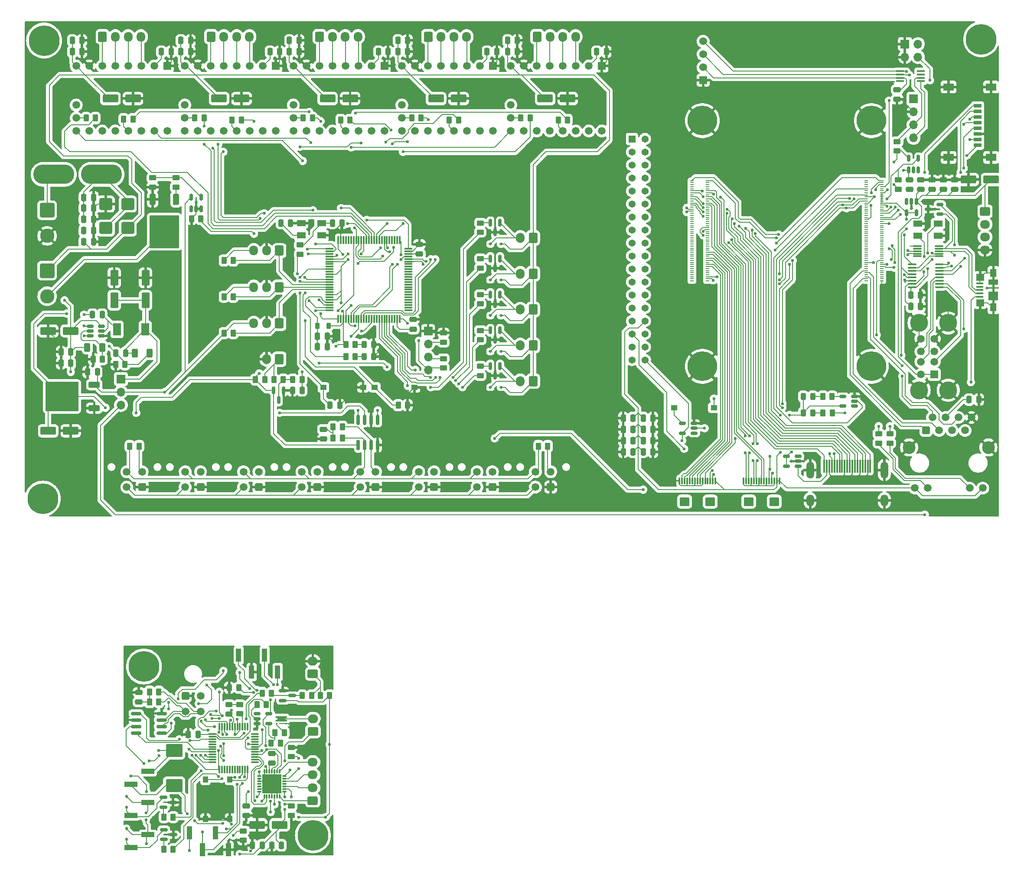
<source format=gbr>
%TF.GenerationSoftware,KiCad,Pcbnew,8.0.9*%
%TF.CreationDate,2025-08-04T10:44:23+12:00*%
%TF.ProjectId,xymatics-e64,78796d61-7469-4637-932d-6536342e6b69,rev?*%
%TF.SameCoordinates,Original*%
%TF.FileFunction,Copper,L1,Top*%
%TF.FilePolarity,Positive*%
%FSLAX46Y46*%
G04 Gerber Fmt 4.6, Leading zero omitted, Abs format (unit mm)*
G04 Created by KiCad (PCBNEW 8.0.9) date 2025-08-04 10:44:23*
%MOMM*%
%LPD*%
G01*
G04 APERTURE LIST*
G04 Aperture macros list*
%AMRoundRect*
0 Rectangle with rounded corners*
0 $1 Rounding radius*
0 $2 $3 $4 $5 $6 $7 $8 $9 X,Y pos of 4 corners*
0 Add a 4 corners polygon primitive as box body*
4,1,4,$2,$3,$4,$5,$6,$7,$8,$9,$2,$3,0*
0 Add four circle primitives for the rounded corners*
1,1,$1+$1,$2,$3*
1,1,$1+$1,$4,$5*
1,1,$1+$1,$6,$7*
1,1,$1+$1,$8,$9*
0 Add four rect primitives between the rounded corners*
20,1,$1+$1,$2,$3,$4,$5,0*
20,1,$1+$1,$4,$5,$6,$7,0*
20,1,$1+$1,$6,$7,$8,$9,0*
20,1,$1+$1,$8,$9,$2,$3,0*%
%AMFreePoly0*
4,1,15,1.100000,0.175000,0.750000,0.175000,0.750000,-0.175000,1.100000,-0.175000,1.100000,-0.475000,0.750000,-0.475000,-0.750000,-0.475000,-1.100000,-0.475000,-1.100000,-0.175000,-0.750000,-0.175000,-0.750000,0.175000,-1.100000,0.175000,-1.100000,0.475000,1.100000,0.475000,1.100000,0.175000,1.100000,0.175000,$1*%
G04 Aperture macros list end*
%TA.AperFunction,SMDPad,CuDef*%
%ADD10RoundRect,0.250000X-0.262500X-0.450000X0.262500X-0.450000X0.262500X0.450000X-0.262500X0.450000X0*%
%TD*%
%TA.AperFunction,SMDPad,CuDef*%
%ADD11RoundRect,0.250000X0.262500X0.450000X-0.262500X0.450000X-0.262500X-0.450000X0.262500X-0.450000X0*%
%TD*%
%TA.AperFunction,SMDPad,CuDef*%
%ADD12RoundRect,0.250000X-0.250000X-0.475000X0.250000X-0.475000X0.250000X0.475000X-0.250000X0.475000X0*%
%TD*%
%TA.AperFunction,SMDPad,CuDef*%
%ADD13R,2.510000X1.000000*%
%TD*%
%TA.AperFunction,ComponentPad*%
%ADD14RoundRect,0.250000X0.600000X0.750000X-0.600000X0.750000X-0.600000X-0.750000X0.600000X-0.750000X0*%
%TD*%
%TA.AperFunction,ComponentPad*%
%ADD15O,1.700000X2.000000*%
%TD*%
%TA.AperFunction,SMDPad,CuDef*%
%ADD16RoundRect,0.250000X0.250000X0.475000X-0.250000X0.475000X-0.250000X-0.475000X0.250000X-0.475000X0*%
%TD*%
%TA.AperFunction,SMDPad,CuDef*%
%ADD17RoundRect,0.250000X0.550000X-1.250000X0.550000X1.250000X-0.550000X1.250000X-0.550000X-1.250000X0*%
%TD*%
%TA.AperFunction,SMDPad,CuDef*%
%ADD18RoundRect,0.075000X-0.075000X0.662500X-0.075000X-0.662500X0.075000X-0.662500X0.075000X0.662500X0*%
%TD*%
%TA.AperFunction,SMDPad,CuDef*%
%ADD19RoundRect,0.075000X-0.662500X0.075000X-0.662500X-0.075000X0.662500X-0.075000X0.662500X0.075000X0*%
%TD*%
%TA.AperFunction,ComponentPad*%
%ADD20R,1.508000X1.508000*%
%TD*%
%TA.AperFunction,ComponentPad*%
%ADD21C,1.508000*%
%TD*%
%TA.AperFunction,SMDPad,CuDef*%
%ADD22RoundRect,0.250000X0.475000X-0.250000X0.475000X0.250000X-0.475000X0.250000X-0.475000X-0.250000X0*%
%TD*%
%TA.AperFunction,ComponentPad*%
%ADD23RoundRect,0.250001X0.499999X0.499999X-0.499999X0.499999X-0.499999X-0.499999X0.499999X-0.499999X0*%
%TD*%
%TA.AperFunction,ComponentPad*%
%ADD24C,1.500000*%
%TD*%
%TA.AperFunction,SMDPad,CuDef*%
%ADD25RoundRect,0.150000X0.512500X0.150000X-0.512500X0.150000X-0.512500X-0.150000X0.512500X-0.150000X0*%
%TD*%
%TA.AperFunction,SMDPad,CuDef*%
%ADD26RoundRect,0.218750X-0.218750X-0.381250X0.218750X-0.381250X0.218750X0.381250X-0.218750X0.381250X0*%
%TD*%
%TA.AperFunction,SMDPad,CuDef*%
%ADD27RoundRect,0.150000X-0.150000X0.587500X-0.150000X-0.587500X0.150000X-0.587500X0.150000X0.587500X0*%
%TD*%
%TA.AperFunction,SMDPad,CuDef*%
%ADD28RoundRect,0.250000X-1.250000X-0.550000X1.250000X-0.550000X1.250000X0.550000X-1.250000X0.550000X0*%
%TD*%
%TA.AperFunction,ComponentPad*%
%ADD29R,1.700000X1.700000*%
%TD*%
%TA.AperFunction,ComponentPad*%
%ADD30O,1.700000X1.700000*%
%TD*%
%TA.AperFunction,ComponentPad*%
%ADD31RoundRect,0.250000X0.725000X-0.600000X0.725000X0.600000X-0.725000X0.600000X-0.725000X-0.600000X0*%
%TD*%
%TA.AperFunction,ComponentPad*%
%ADD32O,1.950000X1.700000*%
%TD*%
%TA.AperFunction,SMDPad,CuDef*%
%ADD33RoundRect,0.075000X-0.075000X-0.610000X0.075000X-0.610000X0.075000X0.610000X-0.075000X0.610000X0*%
%TD*%
%TA.AperFunction,SMDPad,CuDef*%
%ADD34RoundRect,0.250250X-0.699750X-0.624750X0.699750X-0.624750X0.699750X0.624750X-0.699750X0.624750X0*%
%TD*%
%TA.AperFunction,ComponentPad*%
%ADD35C,6.000000*%
%TD*%
%TA.AperFunction,SMDPad,CuDef*%
%ADD36RoundRect,0.250000X-1.400000X-1.000000X1.400000X-1.000000X1.400000X1.000000X-1.400000X1.000000X0*%
%TD*%
%TA.AperFunction,SMDPad,CuDef*%
%ADD37RoundRect,0.100000X0.712500X0.100000X-0.712500X0.100000X-0.712500X-0.100000X0.712500X-0.100000X0*%
%TD*%
%TA.AperFunction,SMDPad,CuDef*%
%ADD38RoundRect,0.250000X-0.450000X0.262500X-0.450000X-0.262500X0.450000X-0.262500X0.450000X0.262500X0*%
%TD*%
%TA.AperFunction,SMDPad,CuDef*%
%ADD39RoundRect,0.112500X0.187500X0.112500X-0.187500X0.112500X-0.187500X-0.112500X0.187500X-0.112500X0*%
%TD*%
%TA.AperFunction,SMDPad,CuDef*%
%ADD40R,1.250000X1.000000*%
%TD*%
%TA.AperFunction,ComponentPad*%
%ADD41RoundRect,0.250000X-0.600000X-0.725000X0.600000X-0.725000X0.600000X0.725000X-0.600000X0.725000X0*%
%TD*%
%TA.AperFunction,ComponentPad*%
%ADD42O,1.700000X1.950000*%
%TD*%
%TA.AperFunction,SMDPad,CuDef*%
%ADD43RoundRect,0.250000X0.850000X0.350000X-0.850000X0.350000X-0.850000X-0.350000X0.850000X-0.350000X0*%
%TD*%
%TA.AperFunction,SMDPad,CuDef*%
%ADD44RoundRect,0.250000X1.275000X1.125000X-1.275000X1.125000X-1.275000X-1.125000X1.275000X-1.125000X0*%
%TD*%
%TA.AperFunction,SMDPad,CuDef*%
%ADD45RoundRect,0.249997X2.950003X2.650003X-2.950003X2.650003X-2.950003X-2.650003X2.950003X-2.650003X0*%
%TD*%
%TA.AperFunction,SMDPad,CuDef*%
%ADD46RoundRect,0.250000X1.250000X0.550000X-1.250000X0.550000X-1.250000X-0.550000X1.250000X-0.550000X0*%
%TD*%
%TA.AperFunction,SMDPad,CuDef*%
%ADD47R,1.000000X1.250000*%
%TD*%
%TA.AperFunction,SMDPad,CuDef*%
%ADD48RoundRect,0.150000X0.150000X-0.512500X0.150000X0.512500X-0.150000X0.512500X-0.150000X-0.512500X0*%
%TD*%
%TA.AperFunction,SMDPad,CuDef*%
%ADD49RoundRect,0.250000X1.000000X0.900000X-1.000000X0.900000X-1.000000X-0.900000X1.000000X-0.900000X0*%
%TD*%
%TA.AperFunction,SMDPad,CuDef*%
%ADD50R,1.524000X0.457200*%
%TD*%
%TA.AperFunction,ComponentPad*%
%ADD51RoundRect,0.250000X0.600000X0.725000X-0.600000X0.725000X-0.600000X-0.725000X0.600000X-0.725000X0*%
%TD*%
%TA.AperFunction,SMDPad,CuDef*%
%ADD52RoundRect,0.150000X-0.587500X-0.150000X0.587500X-0.150000X0.587500X0.150000X-0.587500X0.150000X0*%
%TD*%
%TA.AperFunction,SMDPad,CuDef*%
%ADD53RoundRect,0.250000X0.312500X0.625000X-0.312500X0.625000X-0.312500X-0.625000X0.312500X-0.625000X0*%
%TD*%
%TA.AperFunction,SMDPad,CuDef*%
%ADD54RoundRect,0.250000X0.450000X-0.262500X0.450000X0.262500X-0.450000X0.262500X-0.450000X-0.262500X0*%
%TD*%
%TA.AperFunction,ComponentPad*%
%ADD55RoundRect,0.250500X-0.499500X-0.499500X0.499500X-0.499500X0.499500X0.499500X-0.499500X0.499500X0*%
%TD*%
%TA.AperFunction,ComponentPad*%
%ADD56C,2.500000*%
%TD*%
%TA.AperFunction,SMDPad,CuDef*%
%ADD57R,1.000000X2.510000*%
%TD*%
%TA.AperFunction,ComponentPad*%
%ADD58R,1.500000X1.500000*%
%TD*%
%TA.AperFunction,ComponentPad*%
%ADD59C,3.500000*%
%TD*%
%TA.AperFunction,SMDPad,CuDef*%
%ADD60RoundRect,0.150000X-0.512500X-0.150000X0.512500X-0.150000X0.512500X0.150000X-0.512500X0.150000X0*%
%TD*%
%TA.AperFunction,SMDPad,CuDef*%
%ADD61RoundRect,0.243750X0.243750X0.456250X-0.243750X0.456250X-0.243750X-0.456250X0.243750X-0.456250X0*%
%TD*%
%TA.AperFunction,ComponentPad*%
%ADD62RoundRect,0.250000X0.750000X-0.600000X0.750000X0.600000X-0.750000X0.600000X-0.750000X-0.600000X0*%
%TD*%
%TA.AperFunction,ComponentPad*%
%ADD63O,2.000000X1.700000*%
%TD*%
%TA.AperFunction,ComponentPad*%
%ADD64R,1.370000X1.370000*%
%TD*%
%TA.AperFunction,ComponentPad*%
%ADD65C,1.370000*%
%TD*%
%TA.AperFunction,ComponentPad*%
%ADD66RoundRect,0.250001X-0.499999X-0.499999X0.499999X-0.499999X0.499999X0.499999X-0.499999X0.499999X0*%
%TD*%
%TA.AperFunction,SMDPad,CuDef*%
%ADD67RoundRect,0.250000X-0.475000X0.250000X-0.475000X-0.250000X0.475000X-0.250000X0.475000X0.250000X0*%
%TD*%
%TA.AperFunction,SMDPad,CuDef*%
%ADD68RoundRect,0.243750X-0.243750X-0.456250X0.243750X-0.456250X0.243750X0.456250X-0.243750X0.456250X0*%
%TD*%
%TA.AperFunction,SMDPad,CuDef*%
%ADD69R,1.500000X0.800000*%
%TD*%
%TA.AperFunction,SMDPad,CuDef*%
%ADD70R,2.000000X1.450000*%
%TD*%
%TA.AperFunction,SMDPad,CuDef*%
%ADD71RoundRect,0.150000X-0.825000X-0.150000X0.825000X-0.150000X0.825000X0.150000X-0.825000X0.150000X0*%
%TD*%
%TA.AperFunction,SMDPad,CuDef*%
%ADD72RoundRect,0.150000X-0.150000X0.512500X-0.150000X-0.512500X0.150000X-0.512500X0.150000X0.512500X0*%
%TD*%
%TA.AperFunction,SMDPad,CuDef*%
%ADD73RoundRect,0.243750X0.456250X-0.243750X0.456250X0.243750X-0.456250X0.243750X-0.456250X-0.243750X0*%
%TD*%
%TA.AperFunction,SMDPad,CuDef*%
%ADD74RoundRect,0.112500X-0.112500X0.187500X-0.112500X-0.187500X0.112500X-0.187500X0.112500X0.187500X0*%
%TD*%
%TA.AperFunction,ComponentPad*%
%ADD75R,1.524000X1.524000*%
%TD*%
%TA.AperFunction,ComponentPad*%
%ADD76C,1.524000*%
%TD*%
%TA.AperFunction,SMDPad,CuDef*%
%ADD77R,1.500000X2.400000*%
%TD*%
%TA.AperFunction,SMDPad,CuDef*%
%ADD78R,0.700000X0.200000*%
%TD*%
%TA.AperFunction,ComponentPad*%
%ADD79C,5.800000*%
%TD*%
%TA.AperFunction,SMDPad,CuDef*%
%ADD80RoundRect,0.075000X-0.725000X-0.075000X0.725000X-0.075000X0.725000X0.075000X-0.725000X0.075000X0*%
%TD*%
%TA.AperFunction,SMDPad,CuDef*%
%ADD81RoundRect,0.075000X-0.075000X-0.725000X0.075000X-0.725000X0.075000X0.725000X-0.075000X0.725000X0*%
%TD*%
%TA.AperFunction,SMDPad,CuDef*%
%ADD82RoundRect,0.033750X-0.101250X0.371250X-0.101250X-0.371250X0.101250X-0.371250X0.101250X0.371250X0*%
%TD*%
%TA.AperFunction,SMDPad,CuDef*%
%ADD83RoundRect,0.033750X-0.371250X0.101250X-0.371250X-0.101250X0.371250X-0.101250X0.371250X0.101250X0*%
%TD*%
%TA.AperFunction,SMDPad,CuDef*%
%ADD84R,3.700000X3.700000*%
%TD*%
%TA.AperFunction,SMDPad,CuDef*%
%ADD85R,1.380000X0.450000*%
%TD*%
%TA.AperFunction,SMDPad,CuDef*%
%ADD86R,1.300000X1.650000*%
%TD*%
%TA.AperFunction,SMDPad,CuDef*%
%ADD87R,1.550000X1.425000*%
%TD*%
%TA.AperFunction,SMDPad,CuDef*%
%ADD88R,1.900000X1.800000*%
%TD*%
%TA.AperFunction,SMDPad,CuDef*%
%ADD89R,1.900000X1.000000*%
%TD*%
%TA.AperFunction,ComponentPad*%
%ADD90RoundRect,0.250000X-0.725000X0.600000X-0.725000X-0.600000X0.725000X-0.600000X0.725000X0.600000X0*%
%TD*%
%TA.AperFunction,SMDPad,CuDef*%
%ADD91RoundRect,0.087500X-0.725000X-0.087500X0.725000X-0.087500X0.725000X0.087500X-0.725000X0.087500X0*%
%TD*%
%TA.AperFunction,ComponentPad*%
%ADD92RoundRect,0.250001X-1.149999X1.149999X-1.149999X-1.149999X1.149999X-1.149999X1.149999X1.149999X0*%
%TD*%
%TA.AperFunction,ComponentPad*%
%ADD93C,2.800000*%
%TD*%
%TA.AperFunction,SMDPad,CuDef*%
%ADD94RoundRect,0.250000X-0.350000X0.850000X-0.350000X-0.850000X0.350000X-0.850000X0.350000X0.850000X0*%
%TD*%
%TA.AperFunction,SMDPad,CuDef*%
%ADD95RoundRect,0.250000X-1.125000X1.275000X-1.125000X-1.275000X1.125000X-1.275000X1.125000X1.275000X0*%
%TD*%
%TA.AperFunction,SMDPad,CuDef*%
%ADD96RoundRect,0.249997X-2.650003X2.950003X-2.650003X-2.950003X2.650003X-2.950003X2.650003X2.950003X0*%
%TD*%
%TA.AperFunction,SMDPad,CuDef*%
%ADD97R,1.800000X1.200000*%
%TD*%
%TA.AperFunction,SMDPad,CuDef*%
%ADD98FreePoly0,0.000000*%
%TD*%
%TA.AperFunction,SMDPad,CuDef*%
%ADD99RoundRect,0.075000X-0.100000X-0.075000X0.100000X-0.075000X0.100000X0.075000X-0.100000X0.075000X0*%
%TD*%
%TA.AperFunction,SMDPad,CuDef*%
%ADD100RoundRect,0.058750X-0.376250X-0.058750X0.376250X-0.058750X0.376250X0.058750X-0.376250X0.058750X0*%
%TD*%
%TA.AperFunction,SMDPad,CuDef*%
%ADD101R,0.300000X2.600000*%
%TD*%
%TA.AperFunction,ComponentPad*%
%ADD102O,1.500000X3.300000*%
%TD*%
%TA.AperFunction,ComponentPad*%
%ADD103O,1.500000X2.300000*%
%TD*%
%TA.AperFunction,SMDPad,CuDef*%
%ADD104RoundRect,0.150000X-0.150000X0.825000X-0.150000X-0.825000X0.150000X-0.825000X0.150000X0.825000X0*%
%TD*%
%TA.AperFunction,ComponentPad*%
%ADD105O,8.000000X3.800000*%
%TD*%
%TA.AperFunction,ViaPad*%
%ADD106C,0.600000*%
%TD*%
%TA.AperFunction,Conductor*%
%ADD107C,0.200000*%
%TD*%
G04 APERTURE END LIST*
D10*
%TO.P,R47,1*%
%TO.N,Net-(Q9-G)*%
X82387500Y-188300000D03*
%TO.P,R47,2*%
%TO.N,/X42/X42-FAN2*%
X84212500Y-188300000D03*
%TD*%
D11*
%TO.P,R41,1*%
%TO.N,/X42/CAN-*%
X81412500Y-157500000D03*
%TO.P,R41,2*%
%TO.N,Net-(C56-Pad1)*%
X79587500Y-157500000D03*
%TD*%
D12*
%TO.P,C71,1*%
%TO.N,Net-(J37-Pin_1)*%
X66750000Y-67400000D03*
%TO.P,C71,2*%
%TO.N,GND*%
X68650000Y-67400000D03*
%TD*%
D13*
%TO.P,J34,1,Pin_1*%
%TO.N,/X42/24V*%
X79255000Y-185430000D03*
%TO.P,J34,2,Pin_2*%
%TO.N,Net-(D11-A)*%
X75945000Y-187970000D03*
%TD*%
D14*
%TO.P,J29,1,Pin_1*%
%TO.N,+24V*%
X154500000Y-89800000D03*
D15*
%TO.P,J29,2,Pin_2*%
%TO.N,Net-(D8-A)*%
X152000000Y-89800000D03*
%TD*%
D16*
%TO.P,C31,1*%
%TO.N,GND*%
X126200000Y-32425000D03*
%TO.P,C31,2*%
%TO.N,+3V3*%
X124300000Y-32425000D03*
%TD*%
D17*
%TO.P,C49,1*%
%TO.N,Net-(J16-Pin_1)*%
X72700000Y-81000000D03*
%TO.P,C49,2*%
%TO.N,GND*%
X72700000Y-76600000D03*
%TD*%
D18*
%TO.P,U20,1,PC13*%
%TO.N,unconnected-(U20-PC13-Pad1)*%
X98750000Y-164337500D03*
%TO.P,U20,2,PC14*%
%TO.N,unconnected-(U20-PC14-Pad2)*%
X98250000Y-164337500D03*
%TO.P,U20,3,PC15*%
%TO.N,Net-(U20-PC15)*%
X97750000Y-164337500D03*
%TO.P,U20,4,VBAT*%
%TO.N,/X42/X42-3V3*%
X97250000Y-164337500D03*
%TO.P,U20,5,VREF+*%
%TO.N,Net-(U20-VREF+)*%
X96750000Y-164337500D03*
%TO.P,U20,6,VDD*%
%TO.N,/X42/X42-3V3*%
X96250000Y-164337500D03*
%TO.P,U20,7,VSS*%
%TO.N,XGND*%
X95750000Y-164337500D03*
%TO.P,U20,8,PF0*%
%TO.N,Net-(U20-PF0)*%
X95250000Y-164337500D03*
%TO.P,U20,9,PF1*%
%TO.N,Net-(U20-PF1)*%
X94750000Y-164337500D03*
%TO.P,U20,10,PF2*%
%TO.N,/X42/X42-NRST*%
X94250000Y-164337500D03*
%TO.P,U20,11,PA0*%
%TO.N,/X42/X42-FAN1*%
X93750000Y-164337500D03*
%TO.P,U20,12,PA1*%
%TO.N,/X42/X42-FAN2*%
X93250000Y-164337500D03*
D19*
%TO.P,U20,13,PA2*%
%TO.N,/X42/E0-TH*%
X91837500Y-165750000D03*
%TO.P,U20,14,PA3*%
%TO.N,/X42/E0-HE*%
X91837500Y-166250000D03*
%TO.P,U20,15,PA4*%
%TO.N,/X42/X42-FET*%
X91837500Y-166750000D03*
%TO.P,U20,16,PA5*%
%TO.N,unconnected-(U20-PA5-Pad16)*%
X91837500Y-167250000D03*
%TO.P,U20,17,PA6*%
%TO.N,unconnected-(U20-PA6-Pad17)*%
X91837500Y-167750000D03*
%TO.P,U20,18,PA7*%
%TO.N,unconnected-(U20-PA7-Pad18)*%
X91837500Y-168250000D03*
%TO.P,U20,19,PB0*%
%TO.N,/X42/X42-CAN-RX*%
X91837500Y-168750000D03*
%TO.P,U20,20,PB1*%
%TO.N,/X42/X42-CAN-TX*%
X91837500Y-169250000D03*
%TO.P,U20,21,PB2*%
%TO.N,unconnected-(U20-PB2-Pad21)*%
X91837500Y-169750000D03*
%TO.P,U20,22,PB10*%
%TO.N,/X42/X42-CLK*%
X91837500Y-170250000D03*
%TO.P,U20,23,PB11*%
%TO.N,/X42/X42-MOSI*%
X91837500Y-170750000D03*
%TO.P,U20,24,PB12*%
%TO.N,/X42/X42-CS*%
X91837500Y-171250000D03*
D18*
%TO.P,U20,25,PB13*%
%TO.N,/X42/X42-MISO*%
X93250000Y-172662500D03*
%TO.P,U20,26,PB14*%
%TO.N,unconnected-(U20-PB14-Pad26)*%
X93750000Y-172662500D03*
%TO.P,U20,27,PB15*%
%TO.N,unconnected-(U20-PB15-Pad27)*%
X94250000Y-172662500D03*
%TO.P,U20,28,PA8*%
%TO.N,unconnected-(U20-PA8-Pad28)*%
X94750000Y-172662500D03*
%TO.P,U20,29,PA9/UCPD1_DBCC1*%
%TO.N,unconnected-(U20-PA9{slash}UCPD1_DBCC1-Pad29)*%
X95250000Y-172662500D03*
%TO.P,U20,30,PC6*%
%TO.N,unconnected-(U20-PC6-Pad30)*%
X95750000Y-172662500D03*
%TO.P,U20,31,PC7*%
%TO.N,unconnected-(U20-PC7-Pad31)*%
X96250000Y-172662500D03*
%TO.P,U20,32,PA10/UCPD1_DBCC2*%
%TO.N,unconnected-(U20-PA10{slash}UCPD1_DBCC2-Pad32)*%
X96750000Y-172662500D03*
%TO.P,U20,33,PA9/PA11*%
%TO.N,unconnected-(U20-PA9{slash}PA11-Pad33)*%
X97250000Y-172662500D03*
%TO.P,U20,34,PA10/PA12*%
%TO.N,/X42/X42-SWCLK*%
X97750000Y-172662500D03*
%TO.P,U20,35,PA13*%
%TO.N,/X42/X42-SWDIO*%
X98250000Y-172662500D03*
%TO.P,U20,36,PA14*%
%TO.N,/X42/X42-BOOT*%
X98750000Y-172662500D03*
D19*
%TO.P,U20,37,PA15*%
%TO.N,unconnected-(U20-PA15-Pad37)*%
X100162500Y-171250000D03*
%TO.P,U20,38,PD0*%
%TO.N,/X42/E0-STEP*%
X100162500Y-170750000D03*
%TO.P,U20,39,PD1*%
%TO.N,/X42/E0-DIR*%
X100162500Y-170250000D03*
%TO.P,U20,40,PD2*%
%TO.N,/X42/E0-EN*%
X100162500Y-169750000D03*
%TO.P,U20,41,PD3*%
%TO.N,/X42/E0-UART*%
X100162500Y-169250000D03*
%TO.P,U20,42,PB3*%
%TO.N,/X42/X42-SCL*%
X100162500Y-168750000D03*
%TO.P,U20,43,PB4*%
%TO.N,/X42/X42-SDA*%
X100162500Y-168250000D03*
%TO.P,U20,44,PB5*%
%TO.N,unconnected-(U20-PB5-Pad44)*%
X100162500Y-167750000D03*
%TO.P,U20,45,PB6*%
%TO.N,unconnected-(U20-PB6-Pad45)*%
X100162500Y-167250000D03*
%TO.P,U20,46,PB7*%
%TO.N,unconnected-(U20-PB7-Pad46)*%
X100162500Y-166750000D03*
%TO.P,U20,47,PB8*%
%TO.N,unconnected-(U20-PB8-Pad47)*%
X100162500Y-166250000D03*
%TO.P,U20,48,PB9*%
%TO.N,unconnected-(U20-PB9-Pad48)*%
X100162500Y-165750000D03*
%TD*%
D20*
%TO.P,U12,1,GND*%
%TO.N,GND*%
X104250000Y-35225000D03*
D21*
%TO.P,U12,2,VIO*%
%TO.N,+3V3*%
X101710000Y-35225000D03*
%TO.P,U12,3,M1B*%
%TO.N,/MOTOR2_M1B*%
X99170000Y-35225000D03*
%TO.P,U12,4,M1A*%
%TO.N,/MOTOR2_M1A*%
X96630000Y-35225000D03*
%TO.P,U12,5,M2A*%
%TO.N,/MOTOR2_M2A*%
X94090000Y-35225000D03*
%TO.P,U12,6,M2B*%
%TO.N,/MOTOR2_M2B*%
X91550000Y-35225000D03*
%TO.P,U12,7,GND*%
%TO.N,GND*%
X89010000Y-35225000D03*
%TO.P,U12,8,VM*%
%TO.N,+24V*%
X86470000Y-35225000D03*
%TO.P,U12,9,DIR*%
%TO.N,/MOTOR2_DIR*%
X104250000Y-47925000D03*
%TO.P,U12,10,STEP*%
%TO.N,/MOTOR2_STEP*%
X101710000Y-47925000D03*
%TO.P,U12,11,PDN*%
%TO.N,unconnected-(U12-PDN-Pad11)*%
X99170000Y-47925000D03*
%TO.P,U12,12,UART*%
%TO.N,/MOTOR2_UART*%
X96630000Y-47925000D03*
%TO.P,U12,13,SPRD*%
%TO.N,unconnected-(U12-SPRD-Pad13)*%
X94090000Y-47925000D03*
%TO.P,U12,14,MS2*%
%TO.N,unconnected-(U12-MS2-Pad14)*%
X91550000Y-47925000D03*
%TO.P,U12,15,MS1*%
%TO.N,unconnected-(U12-MS1-Pad15)*%
X89010000Y-47925000D03*
%TO.P,U12,16,~{EN}*%
%TO.N,/MOTOR2_EN*%
X86470000Y-47925000D03*
%TO.P,U12,17,INDEX*%
%TO.N,unconnected-(U12-INDEX-Pad17)*%
X86470000Y-42845000D03*
%TO.P,U12,18,DIAG*%
%TO.N,/MOTOR2_DIAG*%
X86470000Y-45385000D03*
%TD*%
D17*
%TO.P,C48,1*%
%TO.N,Net-(J16-Pin_1)*%
X78800000Y-81000000D03*
%TO.P,C48,2*%
%TO.N,GND*%
X78800000Y-76600000D03*
%TD*%
D22*
%TO.P,C9,1*%
%TO.N,/RPI-CM4/USB_VBUS*%
X236800000Y-59350000D03*
%TO.P,C9,2*%
%TO.N,GND*%
X236800000Y-57450000D03*
%TD*%
D23*
%TO.P,J20,1,Pin_1*%
%TO.N,GND*%
X112350000Y-117500000D03*
D24*
%TO.P,J20,2,Pin_2*%
%TO.N,+24V*%
X109350000Y-117500000D03*
%TO.P,J20,3,Pin_3*%
%TO.N,Net-(J17-Pin_3)*%
X112350000Y-114500000D03*
%TO.P,J20,4,Pin_4*%
%TO.N,Net-(J17-Pin_4)*%
X109350000Y-114500000D03*
%TD*%
D11*
%TO.P,R12,1*%
%TO.N,Net-(U10-PB6)*%
X139942500Y-45760000D03*
%TO.P,R12,2*%
%TO.N,/MOTOR4_UART*%
X138117500Y-45760000D03*
%TD*%
%TO.P,R48,1*%
%TO.N,Net-(J35-Pin_1)*%
X102112500Y-96500000D03*
%TO.P,R48,2*%
%TO.N,+3V3*%
X100287500Y-96500000D03*
%TD*%
D10*
%TO.P,R46,1*%
%TO.N,Net-(Q8-G)*%
X82387500Y-182000000D03*
%TO.P,R46,2*%
%TO.N,/X42/X42-FAN1*%
X84212500Y-182000000D03*
%TD*%
D22*
%TO.P,C8,1*%
%TO.N,/RPI-CM4/USB_VBUS*%
X234650000Y-59350000D03*
%TO.P,C8,2*%
%TO.N,GND*%
X234650000Y-57450000D03*
%TD*%
D14*
%TO.P,J28,1,Pin_1*%
%TO.N,+24V*%
X154500000Y-82800000D03*
D15*
%TO.P,J28,2,Pin_2*%
%TO.N,Net-(D7-A)*%
X152000000Y-82800000D03*
%TD*%
D11*
%TO.P,R52,1*%
%TO.N,Net-(J36-Pin_1)*%
X111250000Y-158250000D03*
%TO.P,R52,2*%
%TO.N,Net-(D13-K-Pad3)*%
X109425000Y-158250000D03*
%TD*%
D25*
%TO.P,U3,1,OUT*%
%TO.N,Net-(J3-+5V)*%
X206275000Y-113400000D03*
%TO.P,U3,2,GND*%
%TO.N,GND*%
X206275000Y-112450000D03*
%TO.P,U3,3,~{FLT}*%
%TO.N,unconnected-(U3-~{FLT}-Pad3)*%
X206275000Y-111500000D03*
%TO.P,U3,4,EN*%
%TO.N,+5V*%
X204000000Y-111500000D03*
%TO.P,U3,5,IN*%
X204000000Y-113400000D03*
%TD*%
D11*
%TO.P,R43,1*%
%TO.N,/X42/E0-HE*%
X102412500Y-160000000D03*
%TO.P,R43,2*%
%TO.N,XGND*%
X100587500Y-160000000D03*
%TD*%
D26*
%TO.P,L2,1,1*%
%TO.N,Net-(U10-VDDA)*%
X112400000Y-86000000D03*
%TO.P,L2,2,2*%
%TO.N,+3V3*%
X114525000Y-86000000D03*
%TD*%
D12*
%TO.P,C3,1*%
%TO.N,Net-(U4-XO)*%
X228250000Y-82200000D03*
%TO.P,C3,2*%
%TO.N,GND*%
X230150000Y-82200000D03*
%TD*%
D27*
%TO.P,Q6,1,D*%
%TO.N,Net-(D9-A)*%
X148050000Y-93862500D03*
%TO.P,Q6,2,G*%
%TO.N,Net-(Q6-G)*%
X146150000Y-93862500D03*
%TO.P,Q6,3,S*%
%TO.N,GND*%
X147100000Y-95737500D03*
%TD*%
D28*
%TO.P,C38,1*%
%TO.N,+24V*%
X135560000Y-41575000D03*
%TO.P,C38,2*%
%TO.N,GND*%
X139960000Y-41575000D03*
%TD*%
D29*
%TO.P,J9,1,Pin_1*%
%TO.N,GND*%
X227125000Y-30925000D03*
D30*
%TO.P,J9,2,Pin_2*%
%TO.N,/RPI-CM4/~{RPI_BOOT}*%
X229665000Y-30925000D03*
%TO.P,J9,3,Pin_3*%
%TO.N,GND*%
X227125000Y-33465000D03*
%TO.P,J9,4,Pin_4*%
%TO.N,/RPI-CM4/~{EEPROM_WP}*%
X229665000Y-33465000D03*
%TD*%
D31*
%TO.P,J44,1,Pin_1*%
%TO.N,Net-(J44-Pin_1)*%
X111475000Y-178750000D03*
D32*
%TO.P,J44,2,Pin_2*%
%TO.N,Net-(J44-Pin_2)*%
X111475000Y-176250000D03*
%TO.P,J44,3,Pin_3*%
%TO.N,Net-(J44-Pin_3)*%
X111475000Y-173750000D03*
%TO.P,J44,4,Pin_4*%
%TO.N,Net-(J44-Pin_4)*%
X111475000Y-171250000D03*
%TD*%
D12*
%TO.P,C81,1*%
%TO.N,Net-(D15-K)*%
X66750000Y-60900000D03*
%TO.P,C81,2*%
%TO.N,GND*%
X68650000Y-60900000D03*
%TD*%
D16*
%TO.P,C39,1*%
%TO.N,GND*%
X168800000Y-32425000D03*
%TO.P,C39,2*%
%TO.N,+3V3*%
X166900000Y-32425000D03*
%TD*%
D33*
%TO.P,J4,1,Pin_1*%
%TO.N,GND*%
X183100000Y-116270000D03*
%TO.P,J4,2,Pin_2*%
%TO.N,/RPI-CM4/CAM_D0-*%
X183600000Y-116270000D03*
%TO.P,J4,3,Pin_3*%
%TO.N,/RPI-CM4/CAM_D0+*%
X184100000Y-116270000D03*
%TO.P,J4,4,Pin_4*%
%TO.N,GND*%
X184600000Y-116270000D03*
%TO.P,J4,5,Pin_5*%
%TO.N,/RPI-CM4/CAM_D1-*%
X185100000Y-116270000D03*
%TO.P,J4,6,Pin_6*%
%TO.N,/RPI-CM4/CAM_D1+*%
X185600000Y-116270000D03*
%TO.P,J4,7,Pin_7*%
%TO.N,GND*%
X186100000Y-116270000D03*
%TO.P,J4,8,Pin_8*%
%TO.N,/RPI-CM4/CAM_C-*%
X186600000Y-116270000D03*
%TO.P,J4,9,Pin_9*%
%TO.N,/RPI-CM4/CAM_C+*%
X187100000Y-116270000D03*
%TO.P,J4,10,Pin_10*%
%TO.N,GND*%
X187600000Y-116270000D03*
%TO.P,J4,11,Pin_11*%
%TO.N,/RPI-CM4/CAM_GPIO*%
X188100000Y-116270000D03*
%TO.P,J4,12,Pin_12*%
%TO.N,unconnected-(J4-Pin_12-Pad12)*%
X188600000Y-116270000D03*
%TO.P,J4,13,Pin_13*%
%TO.N,/RPI-CM4/RPI_SCL*%
X189100000Y-116270000D03*
%TO.P,J4,14,Pin_14*%
%TO.N,/RPI-CM4/RPI_SDA*%
X189600000Y-116270000D03*
%TO.P,J4,15,Pin_15*%
%TO.N,+3.3V*%
X190100000Y-116270000D03*
D34*
%TO.P,J4,SH*%
%TO.N,N/C*%
X184100000Y-120340000D03*
X189100000Y-120340000D03*
%TD*%
D35*
%TO.P,H2,1,1*%
%TO.N,unconnected-(H2-Pad1)*%
X111500000Y-185560000D03*
%TD*%
D25*
%TO.P,U16,1,GND*%
%TO.N,GND*%
X70237500Y-87950000D03*
%TO.P,U16,2,SW*%
%TO.N,Net-(U16-SW)*%
X70237500Y-87000000D03*
%TO.P,U16,3,VIN*%
%TO.N,+24V*%
X70237500Y-86050000D03*
%TO.P,U16,4,FB*%
%TO.N,Net-(U16-FB)*%
X67962500Y-86050000D03*
%TO.P,U16,5,EN*%
%TO.N,Net-(U16-EN)*%
X67962500Y-87000000D03*
%TO.P,U16,6,BOOT*%
%TO.N,Net-(U16-BOOT)*%
X67962500Y-87950000D03*
%TD*%
D27*
%TO.P,Q4,1,D*%
%TO.N,Net-(D7-A)*%
X148050000Y-79862500D03*
%TO.P,Q4,2,G*%
%TO.N,Net-(Q4-G)*%
X146150000Y-79862500D03*
%TO.P,Q4,3,S*%
%TO.N,GND*%
X147100000Y-81737500D03*
%TD*%
D10*
%TO.P,R49,1*%
%TO.N,Net-(J35-Pin_1)*%
X103887500Y-96500000D03*
%TO.P,R49,2*%
%TO.N,Net-(D12-K-Pad3)*%
X105712500Y-96500000D03*
%TD*%
D36*
%TO.P,D14,1,K*%
%TO.N,/X42/24V*%
X84400000Y-169000000D03*
%TO.P,D14,2,A*%
%TO.N,Net-(D14-A)*%
X84400000Y-175800000D03*
%TD*%
D11*
%TO.P,R11,1*%
%TO.N,Net-(U10-PB5)*%
X118742500Y-45760000D03*
%TO.P,R11,2*%
%TO.N,/MOTOR3_UART*%
X116917500Y-45760000D03*
%TD*%
D37*
%TO.P,U4,1,DM4-*%
%TO.N,Net-(J7-D1-)*%
X233837500Y-78422500D03*
%TO.P,U4,2,DP4+*%
%TO.N,Net-(J7-D1+)*%
X233837500Y-77787500D03*
%TO.P,U4,3,DM3-*%
%TO.N,Net-(J7-D2-)*%
X233837500Y-77152500D03*
%TO.P,U4,4,DP3+*%
%TO.N,Net-(J7-D2+)*%
X233837500Y-76517500D03*
%TO.P,U4,5,DM2-*%
%TO.N,/RPI-CM4/USB_JST-*%
X233837500Y-75882500D03*
%TO.P,U4,6,DP2+*%
%TO.N,/RPI-CM4/USB_JST+*%
X233837500Y-75247500D03*
%TO.P,U4,7,DM1-*%
%TO.N,STM32_USB-*%
X233837500Y-74612500D03*
%TO.P,U4,8,DP1+*%
%TO.N,STM32_USB+*%
X233837500Y-73977500D03*
%TO.P,U4,9,~{RESET}/CDP*%
%TO.N,/RPI-CM4/~{RESET}*%
X228562500Y-73977500D03*
%TO.P,U4,10,DMU-*%
%TO.N,Net-(U4-DMU-)*%
X228562500Y-74612500D03*
%TO.P,U4,11,DPU+*%
%TO.N,Net-(U4-DPU+)*%
X228562500Y-75247500D03*
%TO.P,U4,12,V5*%
%TO.N,+5V*%
X228562500Y-75882500D03*
%TO.P,U4,13,VDD33*%
%TO.N,+3.3V*%
X228562500Y-76517500D03*
%TO.P,U4,14,GND*%
%TO.N,GND*%
X228562500Y-77152500D03*
%TO.P,U4,15,XO*%
%TO.N,Net-(U4-XO)*%
X228562500Y-77787500D03*
%TO.P,U4,16,XI*%
%TO.N,Net-(U4-XI)*%
X228562500Y-78422500D03*
%TD*%
D38*
%TO.P,R38,1*%
%TO.N,GND*%
X137000000Y-87387500D03*
%TO.P,R38,2*%
%TO.N,/SWCLK*%
X137000000Y-89212500D03*
%TD*%
D13*
%TO.P,J33,1,Pin_1*%
%TO.N,/X42/24V*%
X79255000Y-179130000D03*
%TO.P,J33,2,Pin_2*%
%TO.N,Net-(D10-A)*%
X75945000Y-181670000D03*
%TD*%
D14*
%TO.P,J35,1,Pin_1*%
%TO.N,Net-(J35-Pin_1)*%
X104950000Y-92500000D03*
D15*
%TO.P,J35,2,Pin_2*%
%TO.N,GND*%
X102450000Y-92500000D03*
%TD*%
D16*
%TO.P,C47,1*%
%TO.N,Net-(J16-Pin_1)*%
X74900000Y-91300000D03*
%TO.P,C47,2*%
%TO.N,Net-(U16-FB)*%
X73000000Y-91300000D03*
%TD*%
D29*
%TO.P,J12,1,Pin_1*%
%TO.N,GND*%
X134000000Y-87000000D03*
D30*
%TO.P,J12,2,Pin_2*%
%TO.N,/SWCLK*%
X134000000Y-89540000D03*
%TO.P,J12,3,Pin_3*%
%TO.N,/SWDIO*%
X134000000Y-92080000D03*
%TO.P,J12,4,Pin_4*%
%TO.N,+3V3*%
X134000000Y-94620000D03*
%TD*%
D39*
%TO.P,D5,1,K*%
%TO.N,+24V*%
X148250000Y-70000000D03*
%TO.P,D5,2,A*%
%TO.N,Net-(D5-A)*%
X146150000Y-70000000D03*
%TD*%
D16*
%TO.P,C27,1*%
%TO.N,GND*%
X105000000Y-32425000D03*
%TO.P,C27,2*%
%TO.N,+3V3*%
X103100000Y-32425000D03*
%TD*%
D28*
%TO.P,C34,1*%
%TO.N,+24V*%
X114360000Y-41575000D03*
%TO.P,C34,2*%
%TO.N,GND*%
X118760000Y-41575000D03*
%TD*%
D10*
%TO.P,R81,1*%
%TO.N,Net-(U10-PC15)*%
X117925000Y-92000000D03*
%TO.P,R81,2*%
%TO.N,Net-(D19-A)*%
X119750000Y-92000000D03*
%TD*%
D40*
%TO.P,SW1,1,1*%
%TO.N,Net-(U1A-GLOBAL_EN)*%
X189800000Y-102000000D03*
%TO.P,SW1,2,2*%
%TO.N,Net-(SW1-Pad2)*%
X182050000Y-102000000D03*
%TD*%
D12*
%TO.P,C37,1*%
%TO.N,+24V*%
X128100000Y-30235000D03*
%TO.P,C37,2*%
%TO.N,GND*%
X130000000Y-30235000D03*
%TD*%
D20*
%TO.P,U11,1,GND*%
%TO.N,GND*%
X83050000Y-35225000D03*
D21*
%TO.P,U11,2,VIO*%
%TO.N,+3V3*%
X80510000Y-35225000D03*
%TO.P,U11,3,M1B*%
%TO.N,/MOTOR1_M1B*%
X77970000Y-35225000D03*
%TO.P,U11,4,M1A*%
%TO.N,/MOTOR1_M1A*%
X75430000Y-35225000D03*
%TO.P,U11,5,M2A*%
%TO.N,/MOTOR1_M2A*%
X72890000Y-35225000D03*
%TO.P,U11,6,M2B*%
%TO.N,/MOTOR1_M2B*%
X70350000Y-35225000D03*
%TO.P,U11,7,GND*%
%TO.N,GND*%
X67810000Y-35225000D03*
%TO.P,U11,8,VM*%
%TO.N,+24V*%
X65270000Y-35225000D03*
%TO.P,U11,9,DIR*%
%TO.N,/MOTOR1_DIR*%
X83050000Y-47925000D03*
%TO.P,U11,10,STEP*%
%TO.N,/MOTOR1_STEP*%
X80510000Y-47925000D03*
%TO.P,U11,11,PDN*%
%TO.N,unconnected-(U11-PDN-Pad11)*%
X77970000Y-47925000D03*
%TO.P,U11,12,UART*%
%TO.N,/MOTOR1_UART*%
X75430000Y-47925000D03*
%TO.P,U11,13,SPRD*%
%TO.N,unconnected-(U11-SPRD-Pad13)*%
X72890000Y-47925000D03*
%TO.P,U11,14,MS2*%
%TO.N,unconnected-(U11-MS2-Pad14)*%
X70350000Y-47925000D03*
%TO.P,U11,15,MS1*%
%TO.N,unconnected-(U11-MS1-Pad15)*%
X67810000Y-47925000D03*
%TO.P,U11,16,~{EN}*%
%TO.N,/MOTOR1_EN*%
X65270000Y-47925000D03*
%TO.P,U11,17,INDEX*%
%TO.N,unconnected-(U11-INDEX-Pad17)*%
X65270000Y-42845000D03*
%TO.P,U11,18,DIAG*%
%TO.N,/MOTOR1_DIAG*%
X65270000Y-45385000D03*
%TD*%
D12*
%TO.P,C85,1*%
%TO.N,Net-(D15-K)*%
X66750000Y-63000000D03*
%TO.P,C85,2*%
%TO.N,GND*%
X68650000Y-63000000D03*
%TD*%
D28*
%TO.P,C30,1*%
%TO.N,+24V*%
X93160000Y-41575000D03*
%TO.P,C30,2*%
%TO.N,GND*%
X97560000Y-41575000D03*
%TD*%
D41*
%TO.P,J39,1,Pin_1*%
%TO.N,/MOTOR2_M2B*%
X91610000Y-29500000D03*
D42*
%TO.P,J39,2,Pin_2*%
%TO.N,/MOTOR2_M2A*%
X94110000Y-29500000D03*
%TO.P,J39,3,Pin_3*%
%TO.N,/MOTOR2_M1A*%
X96610000Y-29500000D03*
%TO.P,J39,4,Pin_4*%
%TO.N,/MOTOR2_M1B*%
X99110000Y-29500000D03*
%TD*%
D12*
%TO.P,C16,1*%
%TO.N,+3.3V*%
X176000000Y-108400000D03*
%TO.P,C16,2*%
%TO.N,GND*%
X177900000Y-108400000D03*
%TD*%
D43*
%TO.P,U17,1,GND*%
%TO.N,GND*%
X68800000Y-102080000D03*
D44*
%TO.P,U17,2,VO*%
%TO.N,+3V3*%
X64175000Y-101325000D03*
X64175000Y-98275000D03*
D45*
X62500000Y-99800000D03*
D44*
X60825000Y-101325000D03*
X60825000Y-98275000D03*
D43*
%TO.P,U17,3,VI*%
%TO.N,+5V*%
X68800000Y-97520000D03*
%TD*%
D11*
%TO.P,R18,1*%
%TO.N,Net-(U10-PD3)*%
X153912500Y-45385000D03*
%TO.P,R18,2*%
%TO.N,/MOTOR5_DIAG*%
X152087500Y-45385000D03*
%TD*%
D46*
%TO.P,C5,1*%
%TO.N,/RPI-CM4/USB_VBUS*%
X243950000Y-57400000D03*
%TO.P,C5,2*%
%TO.N,GND*%
X239550000Y-57400000D03*
%TD*%
D39*
%TO.P,D7,1,K*%
%TO.N,+24V*%
X148250000Y-84000000D03*
%TO.P,D7,2,A*%
%TO.N,Net-(D7-A)*%
X146150000Y-84000000D03*
%TD*%
D38*
%TO.P,R72,1*%
%TO.N,Net-(R71-Pad2)*%
X84760000Y-57075000D03*
%TO.P,R72,2*%
%TO.N,Net-(Q1-G)*%
X84760000Y-58900000D03*
%TD*%
D47*
%TO.P,SW5,1,1*%
%TO.N,XGND*%
X95300000Y-182375000D03*
%TO.P,SW5,2,2*%
%TO.N,/X42/X42-BOOT*%
X95300000Y-174625000D03*
%TD*%
D28*
%TO.P,C26,1*%
%TO.N,+24V*%
X71960000Y-41575000D03*
%TO.P,C26,2*%
%TO.N,GND*%
X76360000Y-41575000D03*
%TD*%
D46*
%TO.P,C43,1*%
%TO.N,+24V*%
X64200000Y-87000000D03*
%TO.P,C43,2*%
%TO.N,GND*%
X59800000Y-87000000D03*
%TD*%
D48*
%TO.P,U2,1,OUT*%
%TO.N,/RPI-CM4/SD_PWR*%
X227850000Y-55537500D03*
%TO.P,U2,2,GND*%
%TO.N,GND*%
X228800000Y-55537500D03*
%TO.P,U2,3,~{FLT}*%
%TO.N,unconnected-(U2-~{FLT}-Pad3)*%
X229750000Y-55537500D03*
%TO.P,U2,4,EN*%
%TO.N,/RPI-CM4/SD_POWER_ON*%
X229750000Y-53262500D03*
%TO.P,U2,5,IN*%
%TO.N,+3.3V*%
X227850000Y-53262500D03*
%TD*%
D49*
%TO.P,D4,1,K*%
%TO.N,+24V*%
X75350000Y-66900000D03*
%TO.P,D4,2,A*%
%TO.N,Net-(D15-K)*%
X71050000Y-66900000D03*
%TD*%
D11*
%TO.P,R17,1*%
%TO.N,Net-(U10-PD4)*%
X132612500Y-45385000D03*
%TO.P,R17,2*%
%TO.N,/MOTOR4_DIAG*%
X130787500Y-45385000D03*
%TD*%
D35*
%TO.P,H4,1,1*%
%TO.N,unconnected-(H4-Pad1)*%
X242000000Y-30000000D03*
%TD*%
D20*
%TO.P,U13,1,GND*%
%TO.N,GND*%
X125450000Y-35225000D03*
D21*
%TO.P,U13,2,VIO*%
%TO.N,+3V3*%
X122910000Y-35225000D03*
%TO.P,U13,3,M1B*%
%TO.N,/MOTOR3_M1B*%
X120370000Y-35225000D03*
%TO.P,U13,4,M1A*%
%TO.N,/MOTOR3_M1A*%
X117830000Y-35225000D03*
%TO.P,U13,5,M2A*%
%TO.N,/MOTOR3_M2A*%
X115290000Y-35225000D03*
%TO.P,U13,6,M2B*%
%TO.N,/MOTOR3_M2B*%
X112750000Y-35225000D03*
%TO.P,U13,7,GND*%
%TO.N,GND*%
X110210000Y-35225000D03*
%TO.P,U13,8,VM*%
%TO.N,+24V*%
X107670000Y-35225000D03*
%TO.P,U13,9,DIR*%
%TO.N,/MOTOR3_DIR*%
X125450000Y-47925000D03*
%TO.P,U13,10,STEP*%
%TO.N,/MOTOR3_STEP*%
X122910000Y-47925000D03*
%TO.P,U13,11,PDN*%
%TO.N,unconnected-(U13-PDN-Pad11)*%
X120370000Y-47925000D03*
%TO.P,U13,12,UART*%
%TO.N,/MOTOR3_UART*%
X117830000Y-47925000D03*
%TO.P,U13,13,SPRD*%
%TO.N,unconnected-(U13-SPRD-Pad13)*%
X115290000Y-47925000D03*
%TO.P,U13,14,MS2*%
%TO.N,unconnected-(U13-MS2-Pad14)*%
X112750000Y-47925000D03*
%TO.P,U13,15,MS1*%
%TO.N,unconnected-(U13-MS1-Pad15)*%
X110210000Y-47925000D03*
%TO.P,U13,16,~{EN}*%
%TO.N,/MOTOR3_EN*%
X107670000Y-47925000D03*
%TO.P,U13,17,INDEX*%
%TO.N,unconnected-(U13-INDEX-Pad17)*%
X107670000Y-42845000D03*
%TO.P,U13,18,DIAG*%
%TO.N,/MOTOR3_DIAG*%
X107670000Y-45385000D03*
%TD*%
D27*
%TO.P,Q5,1,D*%
%TO.N,Net-(D8-A)*%
X148050000Y-86862500D03*
%TO.P,Q5,2,G*%
%TO.N,Net-(Q5-G)*%
X146150000Y-86862500D03*
%TO.P,Q5,3,S*%
%TO.N,GND*%
X147100000Y-88737500D03*
%TD*%
D41*
%TO.P,J40,1,Pin_1*%
%TO.N,/MOTOR3_M2B*%
X112810000Y-29500000D03*
D42*
%TO.P,J40,2,Pin_2*%
%TO.N,/MOTOR3_M2A*%
X115310000Y-29500000D03*
%TO.P,J40,3,Pin_3*%
%TO.N,/MOTOR3_M1A*%
X117810000Y-29500000D03*
%TO.P,J40,4,Pin_4*%
%TO.N,/MOTOR3_M1B*%
X120310000Y-29500000D03*
%TD*%
D50*
%TO.P,U9,1,SMDATA*%
%TO.N,/RPI-CM4/RPI_SDA*%
X226155300Y-36225001D03*
%TO.P,U9,2,SMCLK*%
%TO.N,/RPI-CM4/RPI_SCL*%
X226155300Y-36874999D03*
%TO.P,U9,3,VDD*%
%TO.N,+3.3V*%
X226155300Y-37525001D03*
%TO.P,U9,4,GND*%
%TO.N,GND*%
X226155300Y-38174999D03*
%TO.P,U9,5,PWM*%
%TO.N,Net-(J10-Pin_4)*%
X230244700Y-38174999D03*
%TO.P,U9,6,TACH*%
%TO.N,Net-(J10-Pin_3)*%
X230244700Y-37525001D03*
%TO.P,U9,7,CLK*%
%TO.N,unconnected-(U9-CLK-Pad7)*%
X230244700Y-36874999D03*
%TO.P,U9,8,\u002AALERT*%
%TO.N,unconnected-(U9-\u002AALERT-Pad8)*%
X230244700Y-36225001D03*
%TD*%
D51*
%TO.P,J13,1,Pin_1*%
%TO.N,/ENDSTOP_X*%
X104950000Y-71300000D03*
D42*
%TO.P,J13,2,Pin_2*%
%TO.N,GND*%
X102450000Y-71300000D03*
%TO.P,J13,3,Pin_3*%
%TO.N,+5V*%
X99950000Y-71300000D03*
%TD*%
D16*
%TO.P,C46,1*%
%TO.N,Net-(U16-SW)*%
X70350000Y-83800000D03*
%TO.P,C46,2*%
%TO.N,Net-(U16-BOOT)*%
X68450000Y-83800000D03*
%TD*%
D10*
%TO.P,R26,1*%
%TO.N,Net-(J17-Pin_4)*%
X75737500Y-109500000D03*
%TO.P,R26,2*%
%TO.N,Net-(J17-Pin_3)*%
X77562500Y-109500000D03*
%TD*%
D23*
%TO.P,J18,1,Pin_1*%
%TO.N,GND*%
X89550000Y-117500000D03*
D24*
%TO.P,J18,2,Pin_2*%
%TO.N,+24V*%
X86550000Y-117500000D03*
%TO.P,J18,3,Pin_3*%
%TO.N,Net-(J17-Pin_3)*%
X89550000Y-114500000D03*
%TO.P,J18,4,Pin_4*%
%TO.N,Net-(J17-Pin_4)*%
X86550000Y-114500000D03*
%TD*%
D11*
%TO.P,R7,1*%
%TO.N,GND*%
X129982500Y-101500000D03*
%TO.P,R7,2*%
%TO.N,/BOOT*%
X128157500Y-101500000D03*
%TD*%
D52*
%TO.P,Q9,1,D*%
%TO.N,Net-(D11-A)*%
X82362500Y-184450000D03*
%TO.P,Q9,2,G*%
%TO.N,Net-(Q9-G)*%
X82362500Y-186350000D03*
%TO.P,Q9,3,S*%
%TO.N,XGND*%
X84237500Y-185400000D03*
%TD*%
D16*
%TO.P,C44,1*%
%TO.N,+24V*%
X64200000Y-91100000D03*
%TO.P,C44,2*%
%TO.N,GND*%
X62300000Y-91100000D03*
%TD*%
D53*
%TO.P,R22,1*%
%TO.N,Net-(U16-EN)*%
X70362500Y-90200000D03*
%TO.P,R22,2*%
%TO.N,+24V*%
X67437500Y-90200000D03*
%TD*%
D11*
%TO.P,R10,1*%
%TO.N,Net-(U10-PB4)*%
X97542500Y-45760000D03*
%TO.P,R10,2*%
%TO.N,/MOTOR2_UART*%
X95717500Y-45760000D03*
%TD*%
D13*
%TO.P,J43,1,Pin_1*%
%TO.N,/X42/24V*%
X79255000Y-173030000D03*
%TO.P,J43,2,Pin_2*%
%TO.N,Net-(D14-A)*%
X75945000Y-175570000D03*
%TD*%
D27*
%TO.P,D12,1,K*%
%TO.N,GND*%
X105750000Y-98600000D03*
%TO.P,D12,2,A*%
%TO.N,+3V3*%
X103850000Y-98600000D03*
%TO.P,D12,3,K*%
%TO.N,Net-(D12-K-Pad3)*%
X104800000Y-100475000D03*
%TD*%
D54*
%TO.P,R71,1*%
%TO.N,GND*%
X80200000Y-58900000D03*
%TO.P,R71,2*%
%TO.N,Net-(R71-Pad2)*%
X80200000Y-57075000D03*
%TD*%
D12*
%TO.P,C28,1*%
%TO.N,+24V*%
X85700000Y-32425000D03*
%TO.P,C28,2*%
%TO.N,GND*%
X87600000Y-32425000D03*
%TD*%
D55*
%TO.P,J1,1,TD+*%
%TO.N,Net-(J1-TD+)*%
X231240000Y-106440000D03*
D24*
%TO.P,J1,2,TD-*%
%TO.N,Net-(J1-TD-)*%
X232500000Y-103900000D03*
%TO.P,J1,3,RD+*%
%TO.N,Net-(J1-RD+)*%
X233780000Y-106440000D03*
%TO.P,J1,4,TCT*%
%TO.N,Net-(J1-RCT)*%
X235040000Y-103900000D03*
%TO.P,J1,5,RCT*%
X236320000Y-106440000D03*
%TO.P,J1,6,RD-*%
%TO.N,Net-(J1-RD-)*%
X237580000Y-103900000D03*
%TO.P,J1,7,NC*%
%TO.N,unconnected-(J1-NC-Pad7)*%
X238860000Y-106440000D03*
%TO.P,J1,8*%
%TO.N,GND*%
X240120000Y-103900000D03*
%TO.P,J1,9*%
%TO.N,+3.3V*%
X229055000Y-117700000D03*
%TO.P,J1,10*%
%TO.N,Net-(J1-Pad10)*%
X231595000Y-117700000D03*
%TO.P,J1,11*%
%TO.N,Net-(J1-Pad11)*%
X239765000Y-117700000D03*
%TO.P,J1,12*%
%TO.N,+3.3V*%
X242305000Y-117700000D03*
D56*
%TO.P,J1,SH*%
%TO.N,GND*%
X227935000Y-109750000D03*
X243425000Y-109750000D03*
%TD*%
D12*
%TO.P,C15,1*%
%TO.N,+3.3V*%
X176000000Y-106200000D03*
%TO.P,C15,2*%
%TO.N,GND*%
X177900000Y-106200000D03*
%TD*%
%TO.P,C14,1*%
%TO.N,+3.3V*%
X176000000Y-104000000D03*
%TO.P,C14,2*%
%TO.N,GND*%
X177900000Y-104000000D03*
%TD*%
%TO.P,C4,1*%
%TO.N,Net-(U4-XI)*%
X228250000Y-80000000D03*
%TO.P,C4,2*%
%TO.N,GND*%
X230150000Y-80000000D03*
%TD*%
D11*
%TO.P,R19,1*%
%TO.N,/ENDSTOP_X*%
X95950000Y-73225000D03*
%TO.P,R19,2*%
%TO.N,+5V*%
X94125000Y-73225000D03*
%TD*%
D16*
%TO.P,C11,1*%
%TO.N,+3.3V*%
X174000000Y-106200000D03*
%TO.P,C11,2*%
%TO.N,GND*%
X172100000Y-106200000D03*
%TD*%
D11*
%TO.P,R16,1*%
%TO.N,Net-(U10-PD5)*%
X111412500Y-45385000D03*
%TO.P,R16,2*%
%TO.N,/MOTOR3_DIAG*%
X109587500Y-45385000D03*
%TD*%
D12*
%TO.P,C79,1*%
%TO.N,XGND*%
X103450000Y-187500000D03*
%TO.P,C79,2*%
%TO.N,/X42/24V*%
X105350000Y-187500000D03*
%TD*%
D38*
%TO.P,R1,1*%
%TO.N,/RPI-CM4/ETH_GREEN*%
X222000000Y-107087500D03*
%TO.P,R1,2*%
%TO.N,Net-(J1-Pad10)*%
X222000000Y-108912500D03*
%TD*%
D10*
%TO.P,R80,1*%
%TO.N,+3V3*%
X117925000Y-89600000D03*
%TO.P,R80,2*%
%TO.N,Net-(D18-A)*%
X119750000Y-89600000D03*
%TD*%
D57*
%TO.P,J45,1,Pin_1*%
%TO.N,XGND*%
X95010000Y-188355000D03*
%TO.P,J45,2,Pin_2*%
%TO.N,/X42/X42-SWCLK*%
X92470000Y-185045000D03*
%TO.P,J45,3,Pin_3*%
%TO.N,/X42/X42-SWDIO*%
X89930000Y-188355000D03*
%TO.P,J45,4,Pin_4*%
%TO.N,/X42/3V3*%
X87390000Y-185045000D03*
%TD*%
D22*
%TO.P,C20,1*%
%TO.N,Net-(U10-VCAP_2)*%
X132300000Y-71950000D03*
%TO.P,C20,2*%
%TO.N,GND*%
X132300000Y-70050000D03*
%TD*%
D10*
%TO.P,R5,1*%
%TO.N,Net-(D3-K)*%
X211081300Y-99800000D03*
%TO.P,R5,2*%
%TO.N,Net-(R5-Pad2)*%
X212906300Y-99800000D03*
%TD*%
D22*
%TO.P,C19,1*%
%TO.N,Net-(U10-VCAP_1)*%
X131100000Y-86650000D03*
%TO.P,C19,2*%
%TO.N,GND*%
X131100000Y-84750000D03*
%TD*%
D58*
%TO.P,J7,1,VBUS1*%
%TO.N,/RPI-CM4/USB_VBUS*%
X232857700Y-95500000D03*
D24*
%TO.P,J7,2,D1-*%
%TO.N,Net-(J7-D1-)*%
X232857700Y-93000000D03*
%TO.P,J7,3,D1+*%
%TO.N,Net-(J7-D1+)*%
X232857700Y-91000000D03*
%TO.P,J7,4,GND1*%
%TO.N,GND*%
X232857700Y-88500000D03*
%TO.P,J7,5,VBUS2*%
%TO.N,/RPI-CM4/USB_VBUS*%
X230237700Y-95500000D03*
%TO.P,J7,6,D2-*%
%TO.N,Net-(J7-D2-)*%
X230237700Y-93000000D03*
%TO.P,J7,7,D2+*%
%TO.N,Net-(J7-D2+)*%
X230237700Y-91000000D03*
%TO.P,J7,8,GND2*%
%TO.N,GND*%
X230237700Y-88500000D03*
D59*
%TO.P,J7,9,Shield*%
X235567700Y-98570000D03*
X235567700Y-85430000D03*
X229887700Y-98570000D03*
X229887700Y-85430000D03*
%TD*%
D22*
%TO.P,C56,1*%
%TO.N,Net-(C56-Pad1)*%
X77500000Y-159500000D03*
%TO.P,C56,2*%
%TO.N,XGND*%
X77500000Y-157600000D03*
%TD*%
D60*
%TO.P,U22,1,NC*%
%TO.N,unconnected-(U22-NC-Pad1)*%
X100612500Y-161800000D03*
%TO.P,U22,2*%
%TO.N,XGND*%
X100612500Y-162750000D03*
%TO.P,U22,3,GND*%
X100612500Y-163700000D03*
%TO.P,U22,4*%
%TO.N,Net-(R44-Pad2)*%
X102887500Y-163700000D03*
%TO.P,U22,5,VCC*%
%TO.N,/X42/5V*%
X102887500Y-161800000D03*
%TD*%
D29*
%TO.P,J10,1,Pin_1*%
%TO.N,+5V*%
X228800000Y-41660000D03*
D30*
%TO.P,J10,2,Pin_2*%
%TO.N,GND*%
X228800000Y-44200000D03*
%TO.P,J10,3,Pin_3*%
%TO.N,Net-(J10-Pin_3)*%
X228800000Y-46740000D03*
%TO.P,J10,4,Pin_4*%
%TO.N,Net-(J10-Pin_4)*%
X228800000Y-49280000D03*
%TD*%
D25*
%TO.P,D1,1,K*%
%TO.N,Net-(J6-D+)*%
X233937500Y-64150000D03*
%TO.P,D1,2,K*%
%TO.N,Net-(J6-D-)*%
X233937500Y-62250000D03*
%TO.P,D1,3,A*%
%TO.N,GND*%
X231662500Y-63200000D03*
%TD*%
D14*
%TO.P,J25,1,Pin_1*%
%TO.N,+24V*%
X154500000Y-68800000D03*
D15*
%TO.P,J25,2,Pin_2*%
%TO.N,Net-(D5-A)*%
X152000000Y-68800000D03*
%TD*%
D52*
%TO.P,Q8,1,D*%
%TO.N,Net-(D10-A)*%
X82325000Y-178150000D03*
%TO.P,Q8,2,G*%
%TO.N,Net-(Q8-G)*%
X82325000Y-180050000D03*
%TO.P,Q8,3,S*%
%TO.N,XGND*%
X84200000Y-179100000D03*
%TD*%
D61*
%TO.P,D18,1,K*%
%TO.N,GND*%
X123375000Y-89600000D03*
%TO.P,D18,2,A*%
%TO.N,Net-(D18-A)*%
X121500000Y-89600000D03*
%TD*%
D62*
%TO.P,J26,1,Pin_1*%
%TO.N,/X42/24V*%
X111500000Y-165250000D03*
D63*
%TO.P,J26,2,Pin_2*%
%TO.N,Net-(J26-Pin_2)*%
X111500000Y-162750000D03*
%TD*%
D47*
%TO.P,SW4,1,1*%
%TO.N,XGND*%
X90500000Y-182375000D03*
%TO.P,SW4,2,2*%
%TO.N,/X42/X42-NRST*%
X90500000Y-174625000D03*
%TD*%
D41*
%TO.P,J42,1,Pin_1*%
%TO.N,/MOTOR4_M2B*%
X134010000Y-29500000D03*
D42*
%TO.P,J42,2,Pin_2*%
%TO.N,/MOTOR4_M2A*%
X136510000Y-29500000D03*
%TO.P,J42,3,Pin_3*%
%TO.N,/MOTOR4_M1A*%
X139010000Y-29500000D03*
%TO.P,J42,4,Pin_4*%
%TO.N,/MOTOR4_M1B*%
X141510000Y-29500000D03*
%TD*%
D23*
%TO.P,J23,1,Pin_1*%
%TO.N,GND*%
X146550000Y-117500000D03*
D24*
%TO.P,J23,2,Pin_2*%
%TO.N,+24V*%
X143550000Y-117500000D03*
%TO.P,J23,3,Pin_3*%
%TO.N,Net-(J17-Pin_3)*%
X146550000Y-114500000D03*
%TO.P,J23,4,Pin_4*%
%TO.N,Net-(J17-Pin_4)*%
X143550000Y-114500000D03*
%TD*%
D38*
%TO.P,R34,1*%
%TO.N,Net-(Q5-G)*%
X144200000Y-86887500D03*
%TO.P,R34,2*%
%TO.N,/FAN4*%
X144200000Y-88712500D03*
%TD*%
D57*
%TO.P,J41,1,Pin_1*%
%TO.N,/X42/5V*%
X96990000Y-150345000D03*
%TO.P,J41,2,Pin_2*%
%TO.N,XGND*%
X99530000Y-153655000D03*
%TO.P,J41,3,Pin_3*%
%TO.N,/X42/X42-SCL*%
X102070000Y-150345000D03*
%TO.P,J41,4,Pin_4*%
%TO.N,/X42/X42-SDA*%
X104610000Y-153655000D03*
%TD*%
D64*
%TO.P,J11,01,01*%
%TO.N,/RPI-CM4/RPI_P0*%
X173800000Y-49480000D03*
D65*
%TO.P,J11,02,02*%
%TO.N,/RPI-CM4/RPI_P1*%
X176340000Y-49480000D03*
%TO.P,J11,03,03*%
%TO.N,/RPI-CM4/RPI_P2*%
X173800000Y-52020000D03*
%TO.P,J11,04,04*%
%TO.N,/RPI-CM4/RPI_P3*%
X176340000Y-52020000D03*
%TO.P,J11,05,05*%
%TO.N,/RPI-CM4/RPI_P4*%
X173800000Y-54560000D03*
%TO.P,J11,06,06*%
%TO.N,/RPI-CM4/RPI_P5*%
X176340000Y-54560000D03*
%TO.P,J11,07,07*%
%TO.N,/RPI-CM4/RPI_P6*%
X173800000Y-57100000D03*
%TO.P,J11,08,08*%
%TO.N,/RPI-CM4/RPI_P7*%
X176340000Y-57100000D03*
%TO.P,J11,09,09*%
%TO.N,/RPI-CM4/RPI_P8*%
X173800000Y-59640000D03*
%TO.P,J11,10,10*%
%TO.N,/RPI-CM4/RPI_P9*%
X176340000Y-59640000D03*
%TO.P,J11,11,11*%
%TO.N,/RPI-CM4/RPI_P10*%
X173800000Y-62180000D03*
%TO.P,J11,12,12*%
%TO.N,/RPI-CM4/RPI_P11*%
X176340000Y-62180000D03*
%TO.P,J11,13,13*%
%TO.N,/RPI-CM4/RPI_P12*%
X173800000Y-64720000D03*
%TO.P,J11,14,14*%
%TO.N,/RPI-CM4/RPI_P13*%
X176340000Y-64720000D03*
%TO.P,J11,15,15*%
%TO.N,/RPI-CM4/RPI_P14*%
X173800000Y-67260000D03*
%TO.P,J11,16,16*%
%TO.N,/RPI-CM4/RPI_P15*%
X176340000Y-67260000D03*
%TO.P,J11,17,17*%
%TO.N,/RPI-CM4/RPI_P16*%
X173800000Y-69800000D03*
%TO.P,J11,18,18*%
%TO.N,/RPI-CM4/RPI_P17*%
X176340000Y-69800000D03*
%TO.P,J11,19,19*%
%TO.N,/RPI-CM4/RPI_P18*%
X173800000Y-72340000D03*
%TO.P,J11,20,20*%
%TO.N,/RPI-CM4/RPI_P19*%
X176340000Y-72340000D03*
%TO.P,J11,21,21*%
%TO.N,/RPI-CM4/RPI_P20*%
X173800000Y-74880000D03*
%TO.P,J11,22,22*%
%TO.N,/RPI-CM4/RPI_P21*%
X176340000Y-74880000D03*
%TO.P,J11,23,23*%
%TO.N,/RPI-CM4/RPI_P22*%
X173800000Y-77420000D03*
%TO.P,J11,24,24*%
%TO.N,/RPI-CM4/RPI_P23*%
X176340000Y-77420000D03*
%TO.P,J11,25,25*%
%TO.N,/RPI-CM4/RPI_P24*%
X173800000Y-79960000D03*
%TO.P,J11,26,26*%
%TO.N,/RPI-CM4/RPI_P25*%
X176340000Y-79960000D03*
%TO.P,J11,27,27*%
%TO.N,/RPI-CM4/RPI_P26*%
X173800000Y-82500000D03*
%TO.P,J11,28,28*%
%TO.N,/RPI-CM4/RPI_P27*%
X176340000Y-82500000D03*
%TO.P,J11,29,29*%
%TO.N,/RPI-CM4/RPI_SCL*%
X173800000Y-85040000D03*
%TO.P,J11,30,30*%
%TO.N,+3.3V*%
X176340000Y-85040000D03*
%TO.P,J11,31,31*%
%TO.N,/RPI-CM4/RPI_SDA*%
X173800000Y-87580000D03*
%TO.P,J11,32,32*%
%TO.N,+3.3V*%
X176340000Y-87580000D03*
%TO.P,J11,33,33*%
%TO.N,GND*%
X173800000Y-90120000D03*
%TO.P,J11,34,34*%
%TO.N,+5V*%
X176340000Y-90120000D03*
%TO.P,J11,35,35*%
%TO.N,GND*%
X173800000Y-92660000D03*
%TO.P,J11,36,36*%
%TO.N,+5V*%
X176340000Y-92660000D03*
%TD*%
D66*
%TO.P,J31,1,Pin_1*%
%TO.N,XGND*%
X86600000Y-158320000D03*
D24*
%TO.P,J31,2,Pin_2*%
%TO.N,/X42/24V*%
X89600000Y-158320000D03*
%TO.P,J31,3,Pin_3*%
%TO.N,/X42/CAN+*%
X86600000Y-161320000D03*
%TO.P,J31,4,Pin_4*%
%TO.N,/X42/CAN-*%
X89600000Y-161320000D03*
%TD*%
D67*
%TO.P,C74,1*%
%TO.N,Net-(U29-CPO)*%
X103500000Y-169550000D03*
%TO.P,C74,2*%
%TO.N,Net-(U29-CPI)*%
X103500000Y-171450000D03*
%TD*%
D62*
%TO.P,J36,1,Pin_1*%
%TO.N,Net-(J36-Pin_1)*%
X111475000Y-154000000D03*
D63*
%TO.P,J36,2,Pin_2*%
%TO.N,XGND*%
X111475000Y-151500000D03*
%TD*%
D23*
%TO.P,J24,1,Pin_1*%
%TO.N,GND*%
X157950000Y-117500000D03*
D24*
%TO.P,J24,2,Pin_2*%
%TO.N,+24V*%
X154950000Y-117500000D03*
%TO.P,J24,3,Pin_3*%
%TO.N,Net-(J17-Pin_3)*%
X157950000Y-114500000D03*
%TO.P,J24,4,Pin_4*%
%TO.N,Net-(J17-Pin_4)*%
X154950000Y-114500000D03*
%TD*%
D68*
%TO.P,D17,1,K*%
%TO.N,XGND*%
X95162500Y-156700000D03*
%TO.P,D17,2,A*%
%TO.N,Net-(D17-A)*%
X97037500Y-156700000D03*
%TD*%
D23*
%TO.P,J22,1,Pin_1*%
%TO.N,GND*%
X135150000Y-117500000D03*
D24*
%TO.P,J22,2,Pin_2*%
%TO.N,+24V*%
X132150000Y-117500000D03*
%TO.P,J22,3,Pin_3*%
%TO.N,Net-(J17-Pin_3)*%
X135150000Y-114500000D03*
%TO.P,J22,4,Pin_4*%
%TO.N,Net-(J17-Pin_4)*%
X132150000Y-114500000D03*
%TD*%
D67*
%TO.P,C18,1*%
%TO.N,+3.3V*%
X225600000Y-39850000D03*
%TO.P,C18,2*%
%TO.N,GND*%
X225600000Y-41750000D03*
%TD*%
D16*
%TO.P,C45,1*%
%TO.N,+24V*%
X64200000Y-93310000D03*
%TO.P,C45,2*%
%TO.N,GND*%
X62300000Y-93310000D03*
%TD*%
D51*
%TO.P,J14,1,Pin_1*%
%TO.N,/ENDSTOP_Y*%
X104950000Y-78425000D03*
D42*
%TO.P,J14,2,Pin_2*%
%TO.N,GND*%
X102450000Y-78425000D03*
%TO.P,J14,3,Pin_3*%
%TO.N,+5V*%
X99950000Y-78425000D03*
%TD*%
D69*
%TO.P,J2,1,DAT2*%
%TO.N,Net-(J2-DAT2)*%
X241327500Y-43000000D03*
%TO.P,J2,2,DAT3/CD*%
%TO.N,Net-(J2-DAT3{slash}CD)*%
X241327500Y-44100000D03*
%TO.P,J2,3,CMD*%
%TO.N,Net-(J2-CMD)*%
X241327500Y-45200000D03*
%TO.P,J2,4,VDD*%
%TO.N,/RPI-CM4/SD_PWR*%
X241327500Y-46300000D03*
%TO.P,J2,5,CLK*%
%TO.N,Net-(J2-CLK)*%
X241327500Y-47400000D03*
%TO.P,J2,6,VSS*%
%TO.N,GND*%
X241327500Y-48500000D03*
%TO.P,J2,7,DAT0*%
%TO.N,Net-(J2-DAT0)*%
X241327500Y-49600000D03*
%TO.P,J2,8,DAT1*%
%TO.N,Net-(J2-DAT1)*%
X241327500Y-50700000D03*
D70*
%TO.P,J2,9,SHIELD*%
%TO.N,GND*%
X243927500Y-39325000D03*
X235627500Y-39325000D03*
X243927500Y-53075000D03*
X235627500Y-53075000D03*
%TD*%
D71*
%TO.P,U21,1,TXD*%
%TO.N,/X42/X42-CAN-TX*%
X77000000Y-161730000D03*
%TO.P,U21,2,GND*%
%TO.N,XGND*%
X77000000Y-163000000D03*
%TO.P,U21,3,VCC*%
%TO.N,/X42/5V*%
X77000000Y-164270000D03*
%TO.P,U21,4,RXD*%
%TO.N,/X42/X42-CAN-RX*%
X77000000Y-165540000D03*
%TO.P,U21,5,VIO*%
%TO.N,/X42/3V3*%
X81950000Y-165540000D03*
%TO.P,U21,6,CANL*%
%TO.N,/X42/CAN-*%
X81950000Y-164270000D03*
%TO.P,U21,7,CANH*%
%TO.N,/X42/CAN+*%
X81950000Y-163000000D03*
%TO.P,U21,8,S*%
%TO.N,XGND*%
X81950000Y-161730000D03*
%TD*%
D53*
%TO.P,R24,1*%
%TO.N,Net-(U16-FB)*%
X79625000Y-91300000D03*
%TO.P,R24,2*%
%TO.N,Net-(J16-Pin_1)*%
X76700000Y-91300000D03*
%TD*%
D38*
%TO.P,R33,1*%
%TO.N,Net-(Q4-G)*%
X144200000Y-79887500D03*
%TO.P,R33,2*%
%TO.N,/FAN3*%
X144200000Y-81712500D03*
%TD*%
D72*
%TO.P,U6,1,OUT*%
%TO.N,/RPI-CM4/USB_VBUS*%
X229350000Y-61662500D03*
%TO.P,U6,2,GND*%
%TO.N,GND*%
X228400000Y-61662500D03*
%TO.P,U6,3,~{FLG}*%
%TO.N,unconnected-(U6-~{FLG}-Pad3)*%
X227450000Y-61662500D03*
%TO.P,U6,4,EN*%
%TO.N,+5V*%
X227450000Y-63937500D03*
%TO.P,U6,5,IN*%
X229350000Y-63937500D03*
%TD*%
D22*
%TO.P,C6,1*%
%TO.N,/RPI-CM4/USB_VBUS*%
X230250000Y-59350000D03*
%TO.P,C6,2*%
%TO.N,GND*%
X230250000Y-57450000D03*
%TD*%
D11*
%TO.P,R14,1*%
%TO.N,Net-(U10-PD7)*%
X69025000Y-45385000D03*
%TO.P,R14,2*%
%TO.N,/MOTOR1_DIAG*%
X67200000Y-45385000D03*
%TD*%
%TO.P,R53,1*%
%TO.N,Net-(D13-K-Pad3)*%
X103412500Y-157750000D03*
%TO.P,R53,2*%
%TO.N,/X42/E0-TH*%
X101587500Y-157750000D03*
%TD*%
D73*
%TO.P,D16,1,K*%
%TO.N,XGND*%
X95100000Y-161837500D03*
%TO.P,D16,2,A*%
%TO.N,Net-(D16-A)*%
X95100000Y-159962500D03*
%TD*%
D14*
%TO.P,J30,1,Pin_1*%
%TO.N,+24V*%
X154500000Y-96800000D03*
D15*
%TO.P,J30,2,Pin_2*%
%TO.N,Net-(D9-A)*%
X152000000Y-96800000D03*
%TD*%
D54*
%TO.P,R39,1*%
%TO.N,+3V3*%
X137000000Y-94212500D03*
%TO.P,R39,2*%
%TO.N,/SWDIO*%
X137000000Y-92387500D03*
%TD*%
D52*
%TO.P,D13,1,K*%
%TO.N,XGND*%
X105562500Y-157300000D03*
%TO.P,D13,2,A*%
%TO.N,/X42/3V3*%
X105562500Y-159200000D03*
%TO.P,D13,3,K*%
%TO.N,Net-(D13-K-Pad3)*%
X107437500Y-158250000D03*
%TD*%
D74*
%TO.P,D11,1,K*%
%TO.N,/X42/24V*%
X75100000Y-184250000D03*
%TO.P,D11,2,A*%
%TO.N,Net-(D11-A)*%
X75100000Y-186350000D03*
%TD*%
D10*
%TO.P,R51,1*%
%TO.N,Net-(J36-Pin_1)*%
X112925000Y-158250000D03*
%TO.P,R51,2*%
%TO.N,/X42/3V3*%
X114750000Y-158250000D03*
%TD*%
D75*
%TO.P,U19,1,GND*%
%TO.N,GND*%
X187700000Y-38010000D03*
D76*
%TO.P,U19,2,VCC*%
%TO.N,+3.3V*%
X187700000Y-35470000D03*
%TO.P,U19,3,SCL*%
%TO.N,/RPI-CM4/RPI_SCL*%
X187700000Y-32930000D03*
%TO.P,U19,4,SDA*%
%TO.N,/RPI-CM4/RPI_SDA*%
X187700000Y-30390000D03*
%TD*%
D40*
%TO.P,SW2,1,1*%
%TO.N,GND*%
X121300000Y-98000000D03*
%TO.P,SW2,2,2*%
%TO.N,/NRST*%
X113550000Y-98000000D03*
%TD*%
D12*
%TO.P,C17,1*%
%TO.N,+3.3V*%
X176000000Y-110600000D03*
%TO.P,C17,2*%
%TO.N,GND*%
X177900000Y-110600000D03*
%TD*%
D38*
%TO.P,R35,1*%
%TO.N,Net-(Q6-G)*%
X144200000Y-93887500D03*
%TO.P,R35,2*%
%TO.N,/FAN5*%
X144200000Y-95712500D03*
%TD*%
D28*
%TO.P,C42,1*%
%TO.N,+24V*%
X156850000Y-41575000D03*
%TO.P,C42,2*%
%TO.N,GND*%
X161250000Y-41575000D03*
%TD*%
D61*
%TO.P,D2,1,K*%
%TO.N,Net-(D2-K)*%
X209137500Y-103000000D03*
%TO.P,D2,2,A*%
%TO.N,+3.3V*%
X207262500Y-103000000D03*
%TD*%
D38*
%TO.P,R31,1*%
%TO.N,Net-(Q2-G)*%
X144200000Y-65887500D03*
%TO.P,R31,2*%
%TO.N,/FAN1*%
X144200000Y-67712500D03*
%TD*%
D20*
%TO.P,U14,1,GND*%
%TO.N,GND*%
X146650000Y-35225000D03*
D21*
%TO.P,U14,2,VIO*%
%TO.N,+3V3*%
X144110000Y-35225000D03*
%TO.P,U14,3,M1B*%
%TO.N,/MOTOR4_M1B*%
X141570000Y-35225000D03*
%TO.P,U14,4,M1A*%
%TO.N,/MOTOR4_M1A*%
X139030000Y-35225000D03*
%TO.P,U14,5,M2A*%
%TO.N,/MOTOR4_M2A*%
X136490000Y-35225000D03*
%TO.P,U14,6,M2B*%
%TO.N,/MOTOR4_M2B*%
X133950000Y-35225000D03*
%TO.P,U14,7,GND*%
%TO.N,GND*%
X131410000Y-35225000D03*
%TO.P,U14,8,VM*%
%TO.N,+24V*%
X128870000Y-35225000D03*
%TO.P,U14,9,DIR*%
%TO.N,/MOTOR4_DIR*%
X146650000Y-47925000D03*
%TO.P,U14,10,STEP*%
%TO.N,/MOTOR4_STEP*%
X144110000Y-47925000D03*
%TO.P,U14,11,PDN*%
%TO.N,unconnected-(U14-PDN-Pad11)*%
X141570000Y-47925000D03*
%TO.P,U14,12,UART*%
%TO.N,/MOTOR4_UART*%
X139030000Y-47925000D03*
%TO.P,U14,13,SPRD*%
%TO.N,unconnected-(U14-SPRD-Pad13)*%
X136490000Y-47925000D03*
%TO.P,U14,14,MS2*%
%TO.N,unconnected-(U14-MS2-Pad14)*%
X133950000Y-47925000D03*
%TO.P,U14,15,MS1*%
%TO.N,unconnected-(U14-MS1-Pad15)*%
X131410000Y-47925000D03*
%TO.P,U14,16,~{EN}*%
%TO.N,/MOTOR4_EN*%
X128870000Y-47925000D03*
%TO.P,U14,17,INDEX*%
%TO.N,unconnected-(U14-INDEX-Pad17)*%
X128870000Y-42845000D03*
%TO.P,U14,18,DIAG*%
%TO.N,/MOTOR4_DIAG*%
X128870000Y-45385000D03*
%TD*%
D16*
%TO.P,C10,1*%
%TO.N,+3.3V*%
X174000000Y-104000000D03*
%TO.P,C10,2*%
%TO.N,GND*%
X172100000Y-104000000D03*
%TD*%
D23*
%TO.P,J21,1,Pin_1*%
%TO.N,GND*%
X123750000Y-117500000D03*
D24*
%TO.P,J21,2,Pin_2*%
%TO.N,+24V*%
X120750000Y-117500000D03*
%TO.P,J21,3,Pin_3*%
%TO.N,Net-(J17-Pin_3)*%
X123750000Y-114500000D03*
%TO.P,J21,4,Pin_4*%
%TO.N,Net-(J17-Pin_4)*%
X120750000Y-114500000D03*
%TD*%
D11*
%TO.P,R15,1*%
%TO.N,Net-(U10-PD6)*%
X90225000Y-45385000D03*
%TO.P,R15,2*%
%TO.N,/MOTOR2_DIAG*%
X88400000Y-45385000D03*
%TD*%
D77*
%TO.P,L1,1,1*%
%TO.N,Net-(U16-SW)*%
X73250000Y-86700000D03*
%TO.P,L1,2,2*%
%TO.N,Net-(J16-Pin_1)*%
X78750000Y-86700000D03*
%TD*%
D22*
%TO.P,C7,1*%
%TO.N,/RPI-CM4/USB_VBUS*%
X232410000Y-59350000D03*
%TO.P,C7,2*%
%TO.N,GND*%
X232410000Y-57450000D03*
%TD*%
D41*
%TO.P,J38,1,Pin_1*%
%TO.N,/MOTOR1_M2B*%
X70410000Y-29500000D03*
D42*
%TO.P,J38,2,Pin_2*%
%TO.N,/MOTOR1_M2A*%
X72910000Y-29500000D03*
%TO.P,J38,3,Pin_3*%
%TO.N,/MOTOR1_M1A*%
X75410000Y-29500000D03*
%TO.P,J38,4,Pin_4*%
%TO.N,/MOTOR1_M1B*%
X77910000Y-29500000D03*
%TD*%
D78*
%TO.P,U1,1,GND*%
%TO.N,GND*%
X222602500Y-77200000D03*
%TO.P,U1,2,GND*%
X219522500Y-77200000D03*
%TO.P,U1,3,ETHERNET_PAIR3_P*%
%TO.N,unconnected-(U1A-ETHERNET_PAIR3_P-Pad3)*%
X222602500Y-76800000D03*
%TO.P,U1,4,ETHERNET_PAIR1_P*%
%TO.N,Net-(J1-RD+)*%
X219522500Y-76800000D03*
%TO.P,U1,5,ETHERNET_PAIR3_N*%
%TO.N,unconnected-(U1A-ETHERNET_PAIR3_N-Pad5)*%
X222602500Y-76400000D03*
%TO.P,U1,6,ETHERNET_PAIR1_N*%
%TO.N,Net-(J1-RD-)*%
X219522500Y-76400000D03*
%TO.P,U1,7,GND*%
%TO.N,GND*%
X222602500Y-76000000D03*
%TO.P,U1,8,GND*%
X219522500Y-76000000D03*
%TO.P,U1,9,ETHERNET_PAIR2_N*%
%TO.N,unconnected-(U1A-ETHERNET_PAIR2_N-Pad9)*%
X222602500Y-75600000D03*
%TO.P,U1,10,ETHERNET_PAIR0_N*%
%TO.N,Net-(J1-TD-)*%
X219522500Y-75600000D03*
%TO.P,U1,11,ETHERNET_PAIR2_P*%
%TO.N,unconnected-(U1A-ETHERNET_PAIR2_P-Pad11)*%
X222602500Y-75200000D03*
%TO.P,U1,12,ETHERNET_PAIR0_P*%
%TO.N,Net-(J1-TD+)*%
X219522500Y-75200000D03*
%TO.P,U1,13,GND*%
%TO.N,GND*%
X222602500Y-74800000D03*
%TO.P,U1,14,GND*%
X219522500Y-74800000D03*
%TO.P,U1,15,ETHERNET_~{LED3}*%
%TO.N,/RPI-CM4/ETH_YELLOW*%
X222602500Y-74400000D03*
%TO.P,U1,16,ETHERNET_SYNC_IN*%
%TO.N,unconnected-(U1A-ETHERNET_SYNC_IN-Pad16)*%
X219522500Y-74400000D03*
%TO.P,U1,17,ETHERNET_~{LED2}*%
%TO.N,/RPI-CM4/ETH_GREEN*%
X222602500Y-74000000D03*
%TO.P,U1,18,ETHERNET_SYNC_OUT*%
%TO.N,unconnected-(U1A-ETHERNET_SYNC_OUT-Pad18)*%
X219522500Y-74000000D03*
%TO.P,U1,19,ETHERNET_~{LED1}*%
%TO.N,unconnected-(U1A-ETHERNET_~{LED1}-Pad19)*%
X222602500Y-73600000D03*
%TO.P,U1,20,EEPROM_~{WP}*%
%TO.N,/RPI-CM4/~{EEPROM_WP}*%
X219522500Y-73600000D03*
%TO.P,U1,21,PI_~{LED}_ACTIVITY*%
%TO.N,Net-(U1A-PI_~{LED}_ACTIVITY)*%
X222602500Y-73200000D03*
%TO.P,U1,22,GND*%
%TO.N,GND*%
X219522500Y-73200000D03*
%TO.P,U1,23,GND*%
X222602500Y-72800000D03*
%TO.P,U1,24,GPIO26*%
%TO.N,/RPI-CM4/RPI_P26*%
X219522500Y-72800000D03*
%TO.P,U1,25,GPIO21*%
%TO.N,/RPI-CM4/RPI_P21*%
X222602500Y-72400000D03*
%TO.P,U1,26,GPIO19*%
%TO.N,/RPI-CM4/RPI_P19*%
X219522500Y-72400000D03*
%TO.P,U1,27,GPIO20*%
%TO.N,/RPI-CM4/RPI_P20*%
X222602500Y-72000000D03*
%TO.P,U1,28,GPIO13*%
%TO.N,/RPI-CM4/RPI_P13*%
X219522500Y-72000000D03*
%TO.P,U1,29,GPIO16*%
%TO.N,/RPI-CM4/RPI_P16*%
X222602500Y-71600000D03*
%TO.P,U1,30,GPIO6*%
%TO.N,/RPI-CM4/RPI_P6*%
X219522500Y-71600000D03*
%TO.P,U1,31,GPIO12*%
%TO.N,/RPI-CM4/RPI_P12*%
X222602500Y-71200000D03*
%TO.P,U1,32,GND*%
%TO.N,GND*%
X219522500Y-71200000D03*
%TO.P,U1,33,GND*%
X222602500Y-70800000D03*
%TO.P,U1,34,GPIO5*%
%TO.N,/RPI-CM4/RPI_P5*%
X219522500Y-70800000D03*
%TO.P,U1,35,ID_SC*%
%TO.N,unconnected-(U1A-ID_SC-Pad35)*%
X222602500Y-70400000D03*
%TO.P,U1,36,ID_SD*%
%TO.N,unconnected-(U1A-ID_SD-Pad36)*%
X219522500Y-70400000D03*
%TO.P,U1,37,GPIO7*%
%TO.N,/RPI-CM4/RPI_P7*%
X222602500Y-70000000D03*
%TO.P,U1,38,GPIO11*%
%TO.N,/RPI-CM4/RPI_P11*%
X219522500Y-70000000D03*
%TO.P,U1,39,GPIO8*%
%TO.N,/RPI-CM4/RPI_P8*%
X222602500Y-69600000D03*
%TO.P,U1,40,GPIO9*%
%TO.N,/RPI-CM4/RPI_P9*%
X219522500Y-69600000D03*
%TO.P,U1,41,GPIO25*%
%TO.N,/RPI-CM4/RPI_P25*%
X222602500Y-69200000D03*
%TO.P,U1,42,GND*%
%TO.N,GND*%
X219522500Y-69200000D03*
%TO.P,U1,43,GND*%
X222602500Y-68800000D03*
%TO.P,U1,44,GPIO10*%
%TO.N,/RPI-CM4/RPI_P10*%
X219522500Y-68800000D03*
%TO.P,U1,45,GPIO24*%
%TO.N,/RPI-CM4/RPI_P24*%
X222602500Y-68400000D03*
%TO.P,U1,46,GPIO22*%
%TO.N,/RPI-CM4/RPI_P22*%
X219522500Y-68400000D03*
%TO.P,U1,47,GPIO23*%
%TO.N,/RPI-CM4/RPI_P23*%
X222602500Y-68000000D03*
%TO.P,U1,48,GPIO27*%
%TO.N,/RPI-CM4/RPI_P27*%
X219522500Y-68000000D03*
%TO.P,U1,49,GPIO18*%
%TO.N,/RPI-CM4/RPI_P18*%
X222602500Y-67600000D03*
%TO.P,U1,50,GPIO17*%
%TO.N,/RPI-CM4/RPI_P17*%
X219522500Y-67600000D03*
%TO.P,U1,51,GPIO15*%
%TO.N,/RPI-CM4/RPI_P15*%
X222602500Y-67200000D03*
%TO.P,U1,52,GND*%
%TO.N,GND*%
X219522500Y-67200000D03*
%TO.P,U1,53,GND*%
X222602500Y-66800000D03*
%TO.P,U1,54,GPIO4*%
%TO.N,/RPI-CM4/RPI_P4*%
X219522500Y-66800000D03*
%TO.P,U1,55,GPIO14*%
%TO.N,/RPI-CM4/RPI_P14*%
X222602500Y-66400000D03*
%TO.P,U1,56,GPIO3*%
%TO.N,/RPI-CM4/RPI_P3*%
X219522500Y-66400000D03*
%TO.P,U1,57,SD_CLK*%
%TO.N,Net-(J2-CLK)*%
X222602500Y-66000000D03*
%TO.P,U1,58,GPIO2*%
%TO.N,/RPI-CM4/RPI_P2*%
X219522500Y-66000000D03*
%TO.P,U1,59,GND*%
%TO.N,GND*%
X222602500Y-65600000D03*
%TO.P,U1,60,GND*%
X219522500Y-65600000D03*
%TO.P,U1,61,SD_DAT3*%
%TO.N,Net-(J2-DAT3{slash}CD)*%
X222602500Y-65200000D03*
%TO.P,U1,62,SD_CMD*%
%TO.N,Net-(J2-CMD)*%
X219522500Y-65200000D03*
%TO.P,U1,63,SD_DAT0*%
%TO.N,Net-(J2-DAT0)*%
X222602500Y-64800000D03*
%TO.P,U1,64,SD_DAT5*%
%TO.N,unconnected-(U1A-SD_DAT5-Pad64)*%
X219522500Y-64800000D03*
%TO.P,U1,65,GND*%
%TO.N,GND*%
X222602500Y-64400000D03*
%TO.P,U1,66,GND*%
X219522500Y-64400000D03*
%TO.P,U1,67,SD_DAT1*%
%TO.N,Net-(J2-DAT1)*%
X222602500Y-64000000D03*
%TO.P,U1,68,SD_DAT4*%
%TO.N,unconnected-(U1A-SD_DAT4-Pad68)*%
X219522500Y-64000000D03*
%TO.P,U1,69,SD_DAT2*%
%TO.N,Net-(J2-DAT2)*%
X222602500Y-63600000D03*
%TO.P,U1,70,SD_DAT7*%
%TO.N,unconnected-(U1A-SD_DAT7-Pad70)*%
X219522500Y-63600000D03*
%TO.P,U1,71,GND*%
%TO.N,GND*%
X222602500Y-63200000D03*
%TO.P,U1,72,SD_DAT6*%
%TO.N,unconnected-(U1A-SD_DAT6-Pad72)*%
X219522500Y-63200000D03*
%TO.P,U1,73,SD_VDD_OVERRIDE*%
%TO.N,unconnected-(U1A-SD_VDD_OVERRIDE-Pad73)*%
X222602500Y-62800000D03*
%TO.P,U1,74,GND*%
%TO.N,GND*%
X219522500Y-62800000D03*
%TO.P,U1,75,SD_PWR_ON*%
%TO.N,/RPI-CM4/SD_POWER_ON*%
X222602500Y-62400000D03*
%TO.P,U1,76,RESERVED*%
%TO.N,unconnected-(U1A-RESERVED-Pad76)*%
X219522500Y-62400000D03*
%TO.P,U1,77,+5V(INPUT)*%
%TO.N,+5V*%
X222602500Y-62000000D03*
%TO.P,U1,78,GPIO_VREF*%
%TO.N,+3.3V*%
X219522500Y-62000000D03*
%TO.P,U1,79,+5V(INPUT)*%
%TO.N,+5V*%
X222602500Y-61600000D03*
%TO.P,U1,80,SCL0*%
%TO.N,/RPI-CM4/RPI_SCL*%
X219522500Y-61600000D03*
%TO.P,U1,81,+5V(INPUT)*%
%TO.N,+5V*%
X222602500Y-61200000D03*
%TO.P,U1,82,SDA0*%
%TO.N,/RPI-CM4/RPI_SDA*%
X219522500Y-61200000D03*
%TO.P,U1,83,+5V(INPUT)*%
%TO.N,+5V*%
X222602500Y-60800000D03*
%TO.P,U1,84,CM4_3.3V(OUTPUT)*%
%TO.N,+3.3V*%
X219522500Y-60800000D03*
%TO.P,U1,85,+5V(INPUT)*%
%TO.N,+5V*%
X222602500Y-60400000D03*
%TO.P,U1,86,CM4_3.3V(OUTPUT)*%
%TO.N,+3.3V*%
X219522500Y-60400000D03*
%TO.P,U1,87,+5V(INPUT)*%
%TO.N,+5V*%
X222602500Y-60000000D03*
%TO.P,U1,88,CM4_1.8V(OUTPUT)*%
%TO.N,unconnected-(U1A-CM4_1.8V(OUTPUT)-Pad88)_1*%
X219522500Y-60000000D03*
%TO.P,U1,89,WL_~{DISABLE}*%
%TO.N,unconnected-(U1A-WL_~{DISABLE}-Pad89)*%
X222602500Y-59600000D03*
%TO.P,U1,90,CM4_1.8V(OUTPUT)*%
%TO.N,unconnected-(U1A-CM4_1.8V(OUTPUT)-Pad88)*%
X219522500Y-59600000D03*
%TO.P,U1,91,BT_~{DISABLE}*%
%TO.N,unconnected-(U1A-BT_~{DISABLE}-Pad91)*%
X222602500Y-59200000D03*
%TO.P,U1,92,RUN_PG*%
%TO.N,/RPI-CM4/WAKE*%
X219522500Y-59200000D03*
%TO.P,U1,93,~{RPIBOOT}*%
%TO.N,/RPI-CM4/~{RPI_BOOT}*%
X222602500Y-58800000D03*
%TO.P,U1,94,ANALOGIP1*%
%TO.N,/RPI-CM4/RPI_P1*%
X219522500Y-58800000D03*
%TO.P,U1,95,PI_LED_~{PWR}*%
%TO.N,Net-(U1A-PI_LED_~{PWR})*%
X222602500Y-58400000D03*
%TO.P,U1,96,ANALOGIP0*%
%TO.N,/RPI-CM4/RPI_P0*%
X219522500Y-58400000D03*
%TO.P,U1,97,CAMERA_GPIO*%
%TO.N,/RPI-CM4/CAM_GPIO*%
X222602500Y-58000000D03*
%TO.P,U1,98,GND*%
%TO.N,GND*%
X219522500Y-58000000D03*
%TO.P,U1,99,GLOBAL_EN*%
%TO.N,Net-(U1A-GLOBAL_EN)*%
X222602500Y-57600000D03*
%TO.P,U1,100,~{EXTRST}*%
%TO.N,/RPI-CM4/~{RESET}*%
X219522500Y-57600000D03*
%TO.P,U1,101,USB_OTG_ID*%
%TO.N,/RPI-CM4/USB_OTG*%
X188602500Y-77200000D03*
%TO.P,U1,102,PCIE_CLK_~{REQ}*%
%TO.N,unconnected-(U1B-PCIE_CLK_~{REQ}-Pad102)*%
X185522500Y-77200000D03*
%TO.P,U1,103,USB_N*%
%TO.N,/RPI-CM4/USB_H-*%
X188602500Y-76800000D03*
%TO.P,U1,104,RESERVED*%
%TO.N,unconnected-(U1A-RESERVED-Pad104)*%
X185522500Y-76800000D03*
%TO.P,U1,105,USB_P*%
%TO.N,/RPI-CM4/USB_H+*%
X188602500Y-76400000D03*
%TO.P,U1,106,RESERVED*%
%TO.N,unconnected-(U1A-RESERVED-Pad106)*%
X185522500Y-76400000D03*
%TO.P,U1,107,GND*%
%TO.N,GND*%
X188602500Y-76000000D03*
%TO.P,U1,108,GND*%
X185522500Y-76000000D03*
%TO.P,U1,109,PCIE_~{RST}*%
%TO.N,unconnected-(U1B-PCIE_~{RST}-Pad109)*%
X188602500Y-75600000D03*
%TO.P,U1,110,PCIE_CLK_P*%
%TO.N,unconnected-(U1B-PCIE_CLK_P-Pad110)*%
X185522500Y-75600000D03*
%TO.P,U1,111,VDAC_COMP*%
%TO.N,unconnected-(U1B-VDAC_COMP-Pad111)*%
X188602500Y-75200000D03*
%TO.P,U1,112,PCIE_CLK_N*%
%TO.N,unconnected-(U1B-PCIE_CLK_N-Pad112)*%
X185522500Y-75200000D03*
%TO.P,U1,113,GND*%
%TO.N,GND*%
X188602500Y-74800000D03*
%TO.P,U1,114,GND*%
X185522500Y-74800000D03*
%TO.P,U1,115,CAM1_D0_N*%
%TO.N,/RPI-CM4/CAM_D0-*%
X188602500Y-74400000D03*
%TO.P,U1,116,PCIE_RX_P*%
%TO.N,unconnected-(U1B-PCIE_RX_P-Pad116)*%
X185522500Y-74400000D03*
%TO.P,U1,117,CAM1_D0_P*%
%TO.N,/RPI-CM4/CAM_D0+*%
X188602500Y-74000000D03*
%TO.P,U1,118,PCIE_RX_N*%
%TO.N,unconnected-(U1B-PCIE_RX_N-Pad118)*%
X185522500Y-74000000D03*
%TO.P,U1,119,GND*%
%TO.N,GND*%
X188602500Y-73600000D03*
%TO.P,U1,120,GND*%
X185522500Y-73600000D03*
%TO.P,U1,121,CAM1_D1_N*%
%TO.N,/RPI-CM4/CAM_D1-*%
X188602500Y-73200000D03*
%TO.P,U1,122,PCIE_TX_P*%
%TO.N,unconnected-(U1B-PCIE_TX_P-Pad122)*%
X185522500Y-73200000D03*
%TO.P,U1,123,CAM1_D1_P*%
%TO.N,/RPI-CM4/CAM_D1+*%
X188602500Y-72800000D03*
%TO.P,U1,124,PCIE_TX_N*%
%TO.N,unconnected-(U1B-PCIE_TX_N-Pad124)*%
X185522500Y-72800000D03*
%TO.P,U1,125,GND*%
%TO.N,GND*%
X188602500Y-72400000D03*
%TO.P,U1,126,GND*%
X185522500Y-72400000D03*
%TO.P,U1,127,CAM1_C_N*%
%TO.N,/RPI-CM4/CAM_C-*%
X188602500Y-72000000D03*
%TO.P,U1,128,CAM0_D0_N*%
%TO.N,unconnected-(U1B-CAM0_D0_N-Pad128)*%
X185522500Y-72000000D03*
%TO.P,U1,129,CAM1_C_P*%
%TO.N,/RPI-CM4/CAM_C+*%
X188602500Y-71600000D03*
%TO.P,U1,130,CAM0_D0_P*%
%TO.N,unconnected-(U1B-CAM0_D0_P-Pad130)*%
X185522500Y-71600000D03*
%TO.P,U1,131,GND*%
%TO.N,GND*%
X188602500Y-71200000D03*
%TO.P,U1,132,GND*%
X185522500Y-71200000D03*
%TO.P,U1,133,CAM1_D2_N*%
%TO.N,unconnected-(U1B-CAM1_D2_N-Pad133)*%
X188602500Y-70800000D03*
%TO.P,U1,134,CAM0_D1_N*%
%TO.N,unconnected-(U1B-CAM0_D1_N-Pad134)*%
X185522500Y-70800000D03*
%TO.P,U1,135,CAM1_D2_P*%
%TO.N,unconnected-(U1B-CAM1_D2_P-Pad135)*%
X188602500Y-70400000D03*
%TO.P,U1,136,CAM0_D1_P*%
%TO.N,unconnected-(U1B-CAM0_D1_P-Pad136)*%
X185522500Y-70400000D03*
%TO.P,U1,137,GND*%
%TO.N,GND*%
X188602500Y-70000000D03*
%TO.P,U1,138,GND*%
X185522500Y-70000000D03*
%TO.P,U1,139,CAM1_D3_N*%
%TO.N,unconnected-(U1B-CAM1_D3_N-Pad139)*%
X188602500Y-69600000D03*
%TO.P,U1,140,CAM0_C_N*%
%TO.N,unconnected-(U1B-CAM0_C_N-Pad140)*%
X185522500Y-69600000D03*
%TO.P,U1,141,CAM1_D3_P*%
%TO.N,unconnected-(U1B-CAM1_D3_P-Pad141)*%
X188602500Y-69200000D03*
%TO.P,U1,142,CAM0_C_P*%
%TO.N,unconnected-(U1B-CAM0_C_P-Pad142)*%
X185522500Y-69200000D03*
%TO.P,U1,143,HDMI1_HOTPLUG*%
%TO.N,unconnected-(U1B-HDMI1_HOTPLUG-Pad143)*%
X188602500Y-68800000D03*
%TO.P,U1,144,GND*%
%TO.N,GND*%
X185522500Y-68800000D03*
%TO.P,U1,145,HDMI1_SDA*%
%TO.N,unconnected-(U1B-HDMI1_SDA-Pad145)*%
X188602500Y-68400000D03*
%TO.P,U1,146,HDMI1_TX2_P*%
%TO.N,unconnected-(U1B-HDMI1_TX2_P-Pad146)*%
X185522500Y-68400000D03*
%TO.P,U1,147,HDMI1_SCL*%
%TO.N,unconnected-(U1B-HDMI1_SCL-Pad147)*%
X188602500Y-68000000D03*
%TO.P,U1,148,HDMI1_TX2_N*%
%TO.N,unconnected-(U1B-HDMI1_TX2_N-Pad148)*%
X185522500Y-68000000D03*
%TO.P,U1,149,HDMI1_CEC*%
%TO.N,unconnected-(U1B-HDMI1_CEC-Pad149)*%
X188602500Y-67600000D03*
%TO.P,U1,150,GND*%
%TO.N,GND*%
X185522500Y-67600000D03*
%TO.P,U1,151,HDMI0_CEC*%
%TO.N,Net-(J3-CEC)*%
X188602500Y-67200000D03*
%TO.P,U1,152,HDMI1_TX1_P*%
%TO.N,unconnected-(U1B-HDMI1_TX1_P-Pad152)*%
X185522500Y-67200000D03*
%TO.P,U1,153,HDMI0_HOTPLUG*%
%TO.N,Net-(J3-HPD{slash}HEAC-)*%
X188602500Y-66800000D03*
%TO.P,U1,154,HDMI1_TX1_N*%
%TO.N,unconnected-(U1B-HDMI1_TX1_N-Pad154)*%
X185522500Y-66800000D03*
%TO.P,U1,155,GND*%
%TO.N,GND*%
X188602500Y-66400000D03*
%TO.P,U1,156,GND*%
X185522500Y-66400000D03*
%TO.P,U1,157,DSI0_D0_N*%
%TO.N,unconnected-(U1B-DSI0_D0_N-Pad157)*%
X188602500Y-66000000D03*
%TO.P,U1,158,HDMI1_TX0_P*%
%TO.N,unconnected-(U1B-HDMI1_TX0_P-Pad158)*%
X185522500Y-66000000D03*
%TO.P,U1,159,DSI0_D0_P*%
%TO.N,unconnected-(U1B-DSI0_D0_P-Pad159)*%
X188602500Y-65600000D03*
%TO.P,U1,160,HDMI1_TX0_N*%
%TO.N,unconnected-(U1B-HDMI1_TX0_N-Pad160)*%
X185522500Y-65600000D03*
%TO.P,U1,161,GND*%
%TO.N,GND*%
X188602500Y-65200000D03*
%TO.P,U1,162,GND*%
X185522500Y-65200000D03*
%TO.P,U1,163,DSI0_D1_N*%
%TO.N,unconnected-(U1B-DSI0_D1_N-Pad163)*%
X188602500Y-64800000D03*
%TO.P,U1,164,HDMI1_CLK_P*%
%TO.N,unconnected-(U1B-HDMI1_CLK_P-Pad164)*%
X185522500Y-64800000D03*
%TO.P,U1,165,DSI0_D1_P*%
%TO.N,unconnected-(U1B-DSI0_D1_P-Pad165)*%
X188602500Y-64400000D03*
%TO.P,U1,166,HDMI1_CLK_N*%
%TO.N,unconnected-(U1B-HDMI1_CLK_N-Pad166)*%
X185522500Y-64400000D03*
%TO.P,U1,167,GND*%
%TO.N,GND*%
X188602500Y-64000000D03*
%TO.P,U1,168,GND*%
X185522500Y-64000000D03*
%TO.P,U1,169,DSI0_C_N*%
%TO.N,unconnected-(U1B-DSI0_C_N-Pad169)*%
X188602500Y-63600000D03*
%TO.P,U1,170,HDMI0_TX2_P*%
%TO.N,Net-(J3-D2+)*%
X185522500Y-63600000D03*
%TO.P,U1,171,DSI0_C_P*%
%TO.N,unconnected-(U1B-DSI0_C_P-Pad171)*%
X188602500Y-63200000D03*
%TO.P,U1,172,HDMI0_TX2_N*%
%TO.N,Net-(J3-D2-)*%
X185522500Y-63200000D03*
%TO.P,U1,173,GND*%
%TO.N,GND*%
X188602500Y-62800000D03*
%TO.P,U1,174,GND*%
X185522500Y-62800000D03*
%TO.P,U1,175,DSI1_D0_N*%
%TO.N,/RPI-CM4/DSI_D0-*%
X188602500Y-62400000D03*
%TO.P,U1,176,HDMI0_TX1_P*%
%TO.N,Net-(J3-D1+)*%
X185522500Y-62400000D03*
%TO.P,U1,177,DSI1_D0_P*%
%TO.N,/RPI-CM4/DSI_D0+*%
X188602500Y-62000000D03*
%TO.P,U1,178,HDMI0_TX1_N*%
%TO.N,Net-(J3-D1-)*%
X185522500Y-62000000D03*
%TO.P,U1,179,GND*%
%TO.N,GND*%
X188602500Y-61600000D03*
%TO.P,U1,180,GND*%
X185522500Y-61600000D03*
%TO.P,U1,181,DSI1_D1_N*%
%TO.N,/RPI-CM4/DSI_D1-*%
X188602500Y-61200000D03*
%TO.P,U1,182,HDMI0_TX0_P*%
%TO.N,Net-(J3-D0+)*%
X185522500Y-61200000D03*
%TO.P,U1,183,DSI1_D1_P*%
%TO.N,/RPI-CM4/DSI_D1+*%
X188602500Y-60800000D03*
%TO.P,U1,184,HDMI0_TX0_N*%
%TO.N,Net-(J3-D0-)*%
X185522500Y-60800000D03*
%TO.P,U1,185,GND*%
%TO.N,GND*%
X188602500Y-60400000D03*
%TO.P,U1,186,GND*%
X185522500Y-60400000D03*
%TO.P,U1,187,DSI1_C_N*%
%TO.N,/RPI-CM4/DSI_C+*%
X188602500Y-60000000D03*
%TO.P,U1,188,HDMI0_CLK_P*%
%TO.N,Net-(J3-CK+)*%
X185522500Y-60000000D03*
%TO.P,U1,189,DSI1_C_P*%
%TO.N,/RPI-CM4/DSI_C-*%
X188602500Y-59600000D03*
%TO.P,U1,190,HDMI0_CLK_N*%
%TO.N,Net-(J3-CK-)*%
X185522500Y-59600000D03*
%TO.P,U1,191,GND*%
%TO.N,GND*%
X188602500Y-59200000D03*
%TO.P,U1,192,GND*%
X185522500Y-59200000D03*
%TO.P,U1,193,DSI1_D2_N*%
%TO.N,unconnected-(U1B-DSI1_D2_N-Pad193)*%
X188602500Y-58800000D03*
%TO.P,U1,194,DSI1_D3_N*%
%TO.N,unconnected-(U1B-DSI1_D3_N-Pad194)*%
X185522500Y-58800000D03*
%TO.P,U1,195,DSI1_D2_P*%
%TO.N,unconnected-(U1B-DSI1_D2_P-Pad195)*%
X188602500Y-58400000D03*
%TO.P,U1,196,DSI1_D3_P*%
%TO.N,unconnected-(U1B-DSI1_D3_P-Pad196)*%
X185522500Y-58400000D03*
%TO.P,U1,197,GND*%
%TO.N,GND*%
X188602500Y-58000000D03*
%TO.P,U1,198,GND*%
X185522500Y-58000000D03*
%TO.P,U1,199,HDMI0_SDA*%
%TO.N,Net-(J3-SDA)*%
X188602500Y-57600000D03*
%TO.P,U1,200,HDMI0_SCL*%
%TO.N,Net-(J3-SCL)*%
X185522500Y-57600000D03*
D79*
%TO.P,U1,SH1,MOUNTING_PADS*%
%TO.N,GND*%
X220562500Y-45900000D03*
%TO.P,U1,SH2,MOUNTING_PADS*%
X220562500Y-93900000D03*
%TO.P,U1,SH3,MOUNTING_PADS*%
X187562500Y-45900000D03*
%TO.P,U1,SH4,MOUNTING_PADS*%
X187562500Y-93900000D03*
%TD*%
D12*
%TO.P,C24,1*%
%TO.N,+24V*%
X64500000Y-32425000D03*
%TO.P,C24,2*%
%TO.N,GND*%
X66400000Y-32425000D03*
%TD*%
D10*
%TO.P,R23,1*%
%TO.N,GND*%
X68575000Y-92500000D03*
%TO.P,R23,2*%
%TO.N,Net-(U16-EN)*%
X70400000Y-92500000D03*
%TD*%
D16*
%TO.P,C1,1*%
%TO.N,GND*%
X241550000Y-100400000D03*
%TO.P,C1,2*%
%TO.N,Net-(J1-RCT)*%
X239650000Y-100400000D03*
%TD*%
D80*
%TO.P,U10,1,PE2*%
%TO.N,/MOTOR1_EN*%
X114775000Y-70925000D03*
%TO.P,U10,2,PE3*%
%TO.N,/MOTOR2_EN*%
X114775000Y-71425000D03*
%TO.P,U10,3,PE4*%
%TO.N,/MOTOR3_EN*%
X114775000Y-71925000D03*
%TO.P,U10,4,PE5*%
%TO.N,/MOTOR4_EN*%
X114775000Y-72425000D03*
%TO.P,U10,5,PE6*%
%TO.N,/MOTOR5_EN*%
X114775000Y-72925000D03*
%TO.P,U10,6,VBAT*%
%TO.N,+3V3*%
X114775000Y-73425000D03*
%TO.P,U10,7,PC13*%
%TO.N,unconnected-(U10-PC13-Pad7)*%
X114775000Y-73925000D03*
%TO.P,U10,8,PC14*%
%TO.N,unconnected-(U10-PC14-Pad8)*%
X114775000Y-74425000D03*
%TO.P,U10,9,PC15*%
%TO.N,Net-(U10-PC15)*%
X114775000Y-74925000D03*
%TO.P,U10,10,VSS*%
%TO.N,GND*%
X114775000Y-75425000D03*
%TO.P,U10,11,VDD*%
%TO.N,+3V3*%
X114775000Y-75925000D03*
%TO.P,U10,12,PH0*%
%TO.N,Net-(U10-PH0)*%
X114775000Y-76425000D03*
%TO.P,U10,13,PH1*%
%TO.N,Net-(U10-PH1)*%
X114775000Y-76925000D03*
%TO.P,U10,14,NRST*%
%TO.N,/NRST*%
X114775000Y-77425000D03*
%TO.P,U10,15,PC0*%
%TO.N,/ENDSTOP_X*%
X114775000Y-77925000D03*
%TO.P,U10,16,PC1*%
%TO.N,/ENDSTOP_Y*%
X114775000Y-78425000D03*
%TO.P,U10,17,PC2*%
%TO.N,/ENDSTOP_Z*%
X114775000Y-78925000D03*
%TO.P,U10,18,PC3*%
%TO.N,unconnected-(U10-PC3-Pad18)*%
X114775000Y-79425000D03*
%TO.P,U10,19,VDD*%
%TO.N,+3V3*%
X114775000Y-79925000D03*
%TO.P,U10,20,VSSA*%
%TO.N,GND*%
X114775000Y-80425000D03*
%TO.P,U10,21,VREF+*%
%TO.N,+3V3*%
X114775000Y-80925000D03*
%TO.P,U10,22,VDDA*%
%TO.N,Net-(U10-VDDA)*%
X114775000Y-81425000D03*
%TO.P,U10,23,PA0*%
%TO.N,/MOTOR1_STEP*%
X114775000Y-81925000D03*
%TO.P,U10,24,PA1*%
%TO.N,/MOTOR1_DIR*%
X114775000Y-82425000D03*
%TO.P,U10,25,PA2*%
%TO.N,/MOTOR2_STEP*%
X114775000Y-82925000D03*
D81*
%TO.P,U10,26,PA3*%
%TO.N,/MOTOR2_DIR*%
X116450000Y-84600000D03*
%TO.P,U10,27,VSS*%
%TO.N,GND*%
X116950000Y-84600000D03*
%TO.P,U10,28,VDD*%
%TO.N,+3V3*%
X117450000Y-84600000D03*
%TO.P,U10,29,PA4*%
%TO.N,/MOTOR3_STEP*%
X117950000Y-84600000D03*
%TO.P,U10,30,PA5*%
%TO.N,/MOTOR3_DIR*%
X118450000Y-84600000D03*
%TO.P,U10,31,PA6*%
%TO.N,/MOTOR4_STEP*%
X118950000Y-84600000D03*
%TO.P,U10,32,PA7*%
%TO.N,/MOTOR4_DIR*%
X119450000Y-84600000D03*
%TO.P,U10,33,PC4*%
%TO.N,unconnected-(U10-PC4-Pad33)*%
X119950000Y-84600000D03*
%TO.P,U10,34,PC5*%
%TO.N,/TH*%
X120450000Y-84600000D03*
%TO.P,U10,35,PB0*%
%TO.N,/MOTOR5_STEP*%
X120950000Y-84600000D03*
%TO.P,U10,36,PB1*%
%TO.N,/MOTOR5_DIR*%
X121450000Y-84600000D03*
%TO.P,U10,37,PB2*%
%TO.N,unconnected-(U10-PB2-Pad37)*%
X121950000Y-84600000D03*
%TO.P,U10,38,PE7*%
%TO.N,unconnected-(U10-PE7-Pad38)*%
X122450000Y-84600000D03*
%TO.P,U10,39,PE8*%
%TO.N,/HEATER_BED*%
X122950000Y-84600000D03*
%TO.P,U10,40,PE9*%
%TO.N,unconnected-(U10-PE9-Pad40)*%
X123450000Y-84600000D03*
%TO.P,U10,41,PE10*%
%TO.N,unconnected-(U10-PE10-Pad41)*%
X123950000Y-84600000D03*
%TO.P,U10,42,PE11*%
%TO.N,/FAN1*%
X124450000Y-84600000D03*
%TO.P,U10,43,PE12*%
%TO.N,/FAN2*%
X124950000Y-84600000D03*
%TO.P,U10,44,PE13*%
%TO.N,/FAN3*%
X125450000Y-84600000D03*
%TO.P,U10,45,PE14*%
%TO.N,/FAN4*%
X125950000Y-84600000D03*
%TO.P,U10,46,PE15*%
%TO.N,/FAN5*%
X126450000Y-84600000D03*
%TO.P,U10,47,PB10*%
%TO.N,unconnected-(U10-PB10-Pad47)*%
X126950000Y-84600000D03*
%TO.P,U10,48,PB11*%
%TO.N,unconnected-(U10-PB11-Pad48)*%
X127450000Y-84600000D03*
%TO.P,U10,49,VCAP_1*%
%TO.N,Net-(U10-VCAP_1)*%
X127950000Y-84600000D03*
%TO.P,U10,50,VDD*%
%TO.N,+3V3*%
X128450000Y-84600000D03*
D80*
%TO.P,U10,51,PB12*%
%TO.N,unconnected-(U10-PB12-Pad51)*%
X130125000Y-82925000D03*
%TO.P,U10,52,PB13*%
%TO.N,unconnected-(U10-PB13-Pad52)*%
X130125000Y-82425000D03*
%TO.P,U10,53,PB14*%
%TO.N,unconnected-(U10-PB14-Pad53)*%
X130125000Y-81925000D03*
%TO.P,U10,54,PB15*%
%TO.N,unconnected-(U10-PB15-Pad54)*%
X130125000Y-81425000D03*
%TO.P,U10,55,PD8*%
%TO.N,unconnected-(U10-PD8-Pad55)*%
X130125000Y-80925000D03*
%TO.P,U10,56,PD9*%
%TO.N,unconnected-(U10-PD9-Pad56)*%
X130125000Y-80425000D03*
%TO.P,U10,57,PD10*%
%TO.N,unconnected-(U10-PD10-Pad57)*%
X130125000Y-79925000D03*
%TO.P,U10,58,PD11*%
%TO.N,unconnected-(U10-PD11-Pad58)*%
X130125000Y-79425000D03*
%TO.P,U10,59,PD12*%
%TO.N,unconnected-(U10-PD12-Pad59)*%
X130125000Y-78925000D03*
%TO.P,U10,60,PD13*%
%TO.N,unconnected-(U10-PD13-Pad60)*%
X130125000Y-78425000D03*
%TO.P,U10,61,PD14*%
%TO.N,unconnected-(U10-PD14-Pad61)*%
X130125000Y-77925000D03*
%TO.P,U10,62,PD15*%
%TO.N,unconnected-(U10-PD15-Pad62)*%
X130125000Y-77425000D03*
%TO.P,U10,63,PC6*%
%TO.N,unconnected-(U10-PC6-Pad63)*%
X130125000Y-76925000D03*
%TO.P,U10,64,PC7*%
%TO.N,unconnected-(U10-PC7-Pad64)*%
X130125000Y-76425000D03*
%TO.P,U10,65,PC8*%
%TO.N,unconnected-(U10-PC8-Pad65)*%
X130125000Y-75925000D03*
%TO.P,U10,66,PC9*%
%TO.N,/SPI_NSS*%
X130125000Y-75425000D03*
%TO.P,U10,67,PA8*%
%TO.N,unconnected-(U10-PA8-Pad67)*%
X130125000Y-74925000D03*
%TO.P,U10,68,PA9*%
%TO.N,unconnected-(U10-PA9-Pad68)*%
X130125000Y-74425000D03*
%TO.P,U10,69,PA10*%
%TO.N,unconnected-(U10-PA10-Pad69)*%
X130125000Y-73925000D03*
%TO.P,U10,70,PA11*%
%TO.N,STM32_USB-*%
X130125000Y-73425000D03*
%TO.P,U10,71,PA12*%
%TO.N,STM32_USB+*%
X130125000Y-72925000D03*
%TO.P,U10,72,PA13*%
%TO.N,/SWDIO*%
X130125000Y-72425000D03*
%TO.P,U10,73,VCAP_2*%
%TO.N,Net-(U10-VCAP_2)*%
X130125000Y-71925000D03*
%TO.P,U10,74,VSS*%
%TO.N,GND*%
X130125000Y-71425000D03*
%TO.P,U10,75,VDD*%
%TO.N,+3V3*%
X130125000Y-70925000D03*
D81*
%TO.P,U10,76,PA14*%
%TO.N,/SWCLK*%
X128450000Y-69250000D03*
%TO.P,U10,77,PA15*%
%TO.N,unconnected-(U10-PA15-Pad77)*%
X127950000Y-69250000D03*
%TO.P,U10,78,PC10*%
%TO.N,/SPI_SCK*%
X127450000Y-69250000D03*
%TO.P,U10,79,PC11*%
%TO.N,/SPI_MISO*%
X126950000Y-69250000D03*
%TO.P,U10,80,PC12*%
%TO.N,/SPI_MOSI*%
X126450000Y-69250000D03*
%TO.P,U10,81,PD0*%
%TO.N,/CAN-RX*%
X125950000Y-69250000D03*
%TO.P,U10,82,PD1*%
%TO.N,/CAN-TX*%
X125450000Y-69250000D03*
%TO.P,U10,83,PD2*%
%TO.N,unconnected-(U10-PD2-Pad83)*%
X124950000Y-69250000D03*
%TO.P,U10,84,PD3*%
%TO.N,Net-(U10-PD3)*%
X124450000Y-69250000D03*
%TO.P,U10,85,PD4*%
%TO.N,Net-(U10-PD4)*%
X123950000Y-69250000D03*
%TO.P,U10,86,PD5*%
%TO.N,Net-(U10-PD5)*%
X123450000Y-69250000D03*
%TO.P,U10,87,PD6*%
%TO.N,Net-(U10-PD6)*%
X122950000Y-69250000D03*
%TO.P,U10,88,PD7*%
%TO.N,Net-(U10-PD7)*%
X122450000Y-69250000D03*
%TO.P,U10,89,PB3*%
%TO.N,Net-(U10-PB3)*%
X121950000Y-69250000D03*
%TO.P,U10,90,PB4*%
%TO.N,Net-(U10-PB4)*%
X121450000Y-69250000D03*
%TO.P,U10,91,PB5*%
%TO.N,Net-(U10-PB5)*%
X120950000Y-69250000D03*
%TO.P,U10,92,PB6*%
%TO.N,Net-(U10-PB6)*%
X120450000Y-69250000D03*
%TO.P,U10,93,PB7*%
%TO.N,Net-(U10-PB7)*%
X119950000Y-69250000D03*
%TO.P,U10,94,BOOT0*%
%TO.N,/BOOT*%
X119450000Y-69250000D03*
%TO.P,U10,95,PB8*%
%TO.N,unconnected-(U10-PB8-Pad95)*%
X118950000Y-69250000D03*
%TO.P,U10,96,PB9*%
%TO.N,unconnected-(U10-PB9-Pad96)*%
X118450000Y-69250000D03*
%TO.P,U10,97,PE0*%
%TO.N,unconnected-(U10-PE0-Pad97)*%
X117950000Y-69250000D03*
%TO.P,U10,98,PE1*%
%TO.N,unconnected-(U10-PE1-Pad98)*%
X117450000Y-69250000D03*
%TO.P,U10,99,VSS*%
%TO.N,GND*%
X116950000Y-69250000D03*
%TO.P,U10,100,VDD*%
%TO.N,+3V3*%
X116450000Y-69250000D03*
%TD*%
D82*
%TO.P,U29,1,OB2*%
%TO.N,Net-(J44-Pin_4)*%
X105000000Y-173050000D03*
%TO.P,U29,2,~{EN}*%
%TO.N,/X42/E0-EN*%
X104500000Y-173050000D03*
%TO.P,U29,3,GND*%
%TO.N,XGND*%
X104000000Y-173050000D03*
%TO.P,U29,4,CPO*%
%TO.N,Net-(U29-CPO)*%
X103500000Y-173050000D03*
%TO.P,U29,5,CPI*%
%TO.N,Net-(U29-CPI)*%
X103000000Y-173050000D03*
%TO.P,U29,6,VCP*%
%TO.N,Net-(U29-VCP)*%
X102500000Y-173050000D03*
%TO.P,U29,7,SPREAD*%
%TO.N,XGND*%
X102000000Y-173050000D03*
D83*
%TO.P,U29,8,5VOUT*%
%TO.N,Net-(U29-5VOUT)*%
X101050000Y-174000000D03*
%TO.P,U29,9,MS1_AD0*%
%TO.N,XGND*%
X101050000Y-174500000D03*
%TO.P,U29,10,MS2_AD1*%
X101050000Y-175000000D03*
%TO.P,U29,11,DIAG*%
%TO.N,unconnected-(U29-DIAG-Pad11)*%
X101050000Y-175500000D03*
%TO.P,U29,12,INDEX*%
%TO.N,unconnected-(U29-INDEX-Pad12)*%
X101050000Y-176000000D03*
%TO.P,U29,13,CLK*%
%TO.N,XGND*%
X101050000Y-176500000D03*
%TO.P,U29,14,~{PD}_UART*%
%TO.N,/X42/E0-UART*%
X101050000Y-177000000D03*
D82*
%TO.P,U29,15,VCC_IO*%
%TO.N,/X42/3V3*%
X102000000Y-177950000D03*
%TO.P,U29,16,STEP*%
%TO.N,/X42/E0-STEP*%
X102500000Y-177950000D03*
%TO.P,U29,17,VREF*%
%TO.N,unconnected-(U29-VREF-Pad17)*%
X103000000Y-177950000D03*
%TO.P,U29,18,GND*%
%TO.N,XGND*%
X103500000Y-177950000D03*
%TO.P,U29,19,DIR*%
%TO.N,/X42/E0-DIR*%
X104000000Y-177950000D03*
%TO.P,U29,20,STDBY*%
%TO.N,XGND*%
X104500000Y-177950000D03*
%TO.P,U29,21,OA2*%
%TO.N,Net-(J44-Pin_1)*%
X105000000Y-177950000D03*
D83*
%TO.P,U29,22,VS*%
%TO.N,/X42/24V*%
X105950000Y-177000000D03*
%TO.P,U29,23,BRA*%
%TO.N,Net-(U29-BRA)*%
X105950000Y-176500000D03*
%TO.P,U29,24,OA1*%
%TO.N,Net-(J44-Pin_2)*%
X105950000Y-176000000D03*
%TO.P,U29,25,NC*%
%TO.N,unconnected-(U29-NC-Pad25)*%
X105950000Y-175500000D03*
%TO.P,U29,26,OB1*%
%TO.N,Net-(J44-Pin_3)*%
X105950000Y-175000000D03*
%TO.P,U29,27,BRB*%
%TO.N,Net-(U29-BRB)*%
X105950000Y-174500000D03*
%TO.P,U29,28,VS*%
%TO.N,/X42/24V*%
X105950000Y-174000000D03*
D84*
%TO.P,U29,29,EXP*%
%TO.N,XGND*%
X103500000Y-175500000D03*
%TD*%
D27*
%TO.P,Q2,1,D*%
%TO.N,Net-(D5-A)*%
X148050000Y-65862500D03*
%TO.P,Q2,2,G*%
%TO.N,Net-(Q2-G)*%
X146150000Y-65862500D03*
%TO.P,Q2,3,S*%
%TO.N,GND*%
X147100000Y-67737500D03*
%TD*%
D16*
%TO.P,C50,1*%
%TO.N,GND*%
X114300000Y-90100000D03*
%TO.P,C50,2*%
%TO.N,Net-(U10-VDDA)*%
X112400000Y-90100000D03*
%TD*%
D54*
%TO.P,R6,1*%
%TO.N,+3.3V*%
X225600000Y-51825000D03*
%TO.P,R6,2*%
%TO.N,Net-(J10-Pin_3)*%
X225600000Y-50000000D03*
%TD*%
D35*
%TO.P,H1,1,1*%
%TO.N,unconnected-(H1-Pad1)*%
X78500000Y-152560000D03*
%TD*%
D11*
%TO.P,R13,1*%
%TO.N,Net-(U10-PB7)*%
X161232500Y-45760000D03*
%TO.P,R13,2*%
%TO.N,/MOTOR5_UART*%
X159407500Y-45760000D03*
%TD*%
D85*
%TO.P,J6,1,VBUS*%
%TO.N,USB_5V*%
X241740000Y-80300000D03*
%TO.P,J6,2,D-*%
%TO.N,Net-(J6-D-)*%
X241740000Y-79650000D03*
%TO.P,J6,3,D+*%
%TO.N,Net-(J6-D+)*%
X241740000Y-79000000D03*
%TO.P,J6,4,ID*%
%TO.N,unconnected-(J6-ID-Pad4)*%
X241740000Y-78350000D03*
%TO.P,J6,5,GND*%
%TO.N,GND*%
X241740000Y-77700000D03*
D86*
%TO.P,J6,6,Shield*%
X244400000Y-82375000D03*
D87*
X241825000Y-81487500D03*
D88*
X244400000Y-80150000D03*
D89*
X244400000Y-77450000D03*
D87*
X241825000Y-76512500D03*
D86*
X244400000Y-75625000D03*
%TD*%
D38*
%TO.P,R2,1*%
%TO.N,/RPI-CM4/ETH_YELLOW*%
X224200000Y-107087500D03*
%TO.P,R2,2*%
%TO.N,Net-(J1-Pad11)*%
X224200000Y-108912500D03*
%TD*%
D20*
%TO.P,U15,1,GND*%
%TO.N,GND*%
X167940000Y-35225000D03*
D21*
%TO.P,U15,2,VIO*%
%TO.N,+3V3*%
X165400000Y-35225000D03*
%TO.P,U15,3,M1B*%
%TO.N,/MOTOR5_M1B*%
X162860000Y-35225000D03*
%TO.P,U15,4,M1A*%
%TO.N,/MOTOR5_M1A*%
X160320000Y-35225000D03*
%TO.P,U15,5,M2A*%
%TO.N,/MOTOR5_M2A*%
X157780000Y-35225000D03*
%TO.P,U15,6,M2B*%
%TO.N,/MOTOR5_M2B*%
X155240000Y-35225000D03*
%TO.P,U15,7,GND*%
%TO.N,GND*%
X152700000Y-35225000D03*
%TO.P,U15,8,VM*%
%TO.N,+24V*%
X150160000Y-35225000D03*
%TO.P,U15,9,DIR*%
%TO.N,/MOTOR5_DIR*%
X167940000Y-47925000D03*
%TO.P,U15,10,STEP*%
%TO.N,/MOTOR5_STEP*%
X165400000Y-47925000D03*
%TO.P,U15,11,PDN*%
%TO.N,unconnected-(U15-PDN-Pad11)*%
X162860000Y-47925000D03*
%TO.P,U15,12,UART*%
%TO.N,/MOTOR5_UART*%
X160320000Y-47925000D03*
%TO.P,U15,13,SPRD*%
%TO.N,unconnected-(U15-SPRD-Pad13)*%
X157780000Y-47925000D03*
%TO.P,U15,14,MS2*%
%TO.N,unconnected-(U15-MS2-Pad14)*%
X155240000Y-47925000D03*
%TO.P,U15,15,MS1*%
%TO.N,unconnected-(U15-MS1-Pad15)*%
X152700000Y-47925000D03*
%TO.P,U15,16,~{EN}*%
%TO.N,/MOTOR5_EN*%
X150160000Y-47925000D03*
%TO.P,U15,17,INDEX*%
%TO.N,unconnected-(U15-INDEX-Pad17)*%
X150160000Y-42845000D03*
%TO.P,U15,18,DIAG*%
%TO.N,/MOTOR5_DIAG*%
X150160000Y-45385000D03*
%TD*%
D16*
%TO.P,C21,1*%
%TO.N,GND*%
X117200000Y-65900000D03*
%TO.P,C21,2*%
%TO.N,Net-(C21-Pad2)*%
X115300000Y-65900000D03*
%TD*%
D12*
%TO.P,C61,1*%
%TO.N,XGND*%
X87150000Y-165800000D03*
%TO.P,C61,2*%
%TO.N,/X42/E0-TH*%
X89050000Y-165800000D03*
%TD*%
D29*
%TO.P,J16,1,Pin_1*%
%TO.N,Net-(J16-Pin_1)*%
X74000000Y-96375000D03*
D30*
%TO.P,J16,2,Pin_2*%
%TO.N,+5V*%
X74000000Y-98915000D03*
%TO.P,J16,3,Pin_3*%
%TO.N,USB_5V*%
X74000000Y-101455000D03*
%TD*%
D12*
%TO.P,C25,1*%
%TO.N,+24V*%
X64500000Y-30225000D03*
%TO.P,C25,2*%
%TO.N,GND*%
X66400000Y-30225000D03*
%TD*%
%TO.P,C40,1*%
%TO.N,+24V*%
X149500000Y-32425000D03*
%TO.P,C40,2*%
%TO.N,GND*%
X151400000Y-32425000D03*
%TD*%
D46*
%TO.P,C80,1*%
%TO.N,/X42/24V*%
X105000000Y-183500000D03*
%TO.P,C80,2*%
%TO.N,XGND*%
X100600000Y-183500000D03*
%TD*%
D11*
%TO.P,R30,1*%
%TO.N,/HEATER_BED*%
X89612500Y-65100000D03*
%TO.P,R30,2*%
%TO.N,GND*%
X87787500Y-65100000D03*
%TD*%
D54*
%TO.P,R78,1*%
%TO.N,XGND*%
X97900000Y-186512500D03*
%TO.P,R78,2*%
%TO.N,/X42/X42-SWCLK*%
X97900000Y-184687500D03*
%TD*%
D11*
%TO.P,R21,1*%
%TO.N,/ENDSTOP_Z*%
X95950000Y-87425000D03*
%TO.P,R21,2*%
%TO.N,+5V*%
X94125000Y-87425000D03*
%TD*%
D38*
%TO.P,R73,1*%
%TO.N,Net-(U29-BRA)*%
X107250000Y-179837500D03*
%TO.P,R73,2*%
%TO.N,XGND*%
X107250000Y-181662500D03*
%TD*%
D11*
%TO.P,R27,1*%
%TO.N,Net-(J17-Pin_3)*%
X157362500Y-109500000D03*
%TO.P,R27,2*%
%TO.N,Net-(J17-Pin_4)*%
X155537500Y-109500000D03*
%TD*%
D38*
%TO.P,R8,1*%
%TO.N,Net-(C21-Pad2)*%
X109000000Y-70187500D03*
%TO.P,R8,2*%
%TO.N,Net-(U10-PH1)*%
X109000000Y-72012500D03*
%TD*%
D67*
%TO.P,C52,1*%
%TO.N,Net-(C52-Pad1)*%
X113550000Y-106200000D03*
%TO.P,C52,2*%
%TO.N,GND*%
X113550000Y-108100000D03*
%TD*%
D11*
%TO.P,R29,1*%
%TO.N,Net-(J17-Pin_4)*%
X117262500Y-107900000D03*
%TO.P,R29,2*%
%TO.N,Net-(C52-Pad1)*%
X115437500Y-107900000D03*
%TD*%
D74*
%TO.P,D10,1,K*%
%TO.N,/X42/24V*%
X75100000Y-177950000D03*
%TO.P,D10,2,A*%
%TO.N,Net-(D10-A)*%
X75100000Y-180050000D03*
%TD*%
D39*
%TO.P,D6,1,K*%
%TO.N,+24V*%
X148250000Y-77000000D03*
%TO.P,D6,2,A*%
%TO.N,Net-(D6-A)*%
X146150000Y-77000000D03*
%TD*%
D10*
%TO.P,R40,1*%
%TO.N,Net-(C56-Pad1)*%
X79587500Y-159500000D03*
%TO.P,R40,2*%
%TO.N,/X42/CAN+*%
X81412500Y-159500000D03*
%TD*%
D39*
%TO.P,D9,1,K*%
%TO.N,+24V*%
X148250000Y-98000000D03*
%TO.P,D9,2,A*%
%TO.N,Net-(D9-A)*%
X146150000Y-98000000D03*
%TD*%
D16*
%TO.P,C12,1*%
%TO.N,+3.3V*%
X174000000Y-108400000D03*
%TO.P,C12,2*%
%TO.N,GND*%
X172100000Y-108400000D03*
%TD*%
D90*
%TO.P,J8,1,Pin_1*%
%TO.N,/RPI-CM4/USB_VBUS*%
X242750000Y-63650000D03*
D32*
%TO.P,J8,2,Pin_2*%
%TO.N,/RPI-CM4/USB_JST-*%
X242750000Y-66150000D03*
%TO.P,J8,3,Pin_3*%
%TO.N,/RPI-CM4/USB_JST+*%
X242750000Y-68650000D03*
%TO.P,J8,4,Pin_4*%
%TO.N,GND*%
X242750000Y-71150000D03*
%TD*%
D35*
%TO.P,H5,1,1*%
%TO.N,unconnected-(H5-Pad1)*%
X58750000Y-119750000D03*
%TD*%
D91*
%TO.P,U5,1,VCC*%
%TO.N,+3.3V*%
X229575000Y-70400000D03*
%TO.P,U5,2,SEL*%
%TO.N,unconnected-(U5-SEL-Pad2)*%
X229575000Y-70900000D03*
%TO.P,U5,3,D+*%
%TO.N,/RPI-CM4/USB_H+*%
X229575000Y-71400000D03*
%TO.P,U5,4,D-*%
%TO.N,/RPI-CM4/USB_H-*%
X229575000Y-71900000D03*
%TO.P,U5,5,GND*%
%TO.N,GND*%
X229575000Y-72400000D03*
%TO.P,U5,6,HSD1-*%
%TO.N,Net-(U4-DMU-)*%
X233800000Y-72400000D03*
%TO.P,U5,7,HSD1+*%
%TO.N,Net-(U4-DPU+)*%
X233800000Y-71900000D03*
%TO.P,U5,8,HSD2-*%
%TO.N,Net-(J6-D-)*%
X233800000Y-71400000D03*
%TO.P,U5,9,HSD2+*%
%TO.N,Net-(J6-D+)*%
X233800000Y-70900000D03*
%TO.P,U5,10,~{OE}*%
%TO.N,unconnected-(U5-~{OE}-Pad10)*%
X233800000Y-70400000D03*
%TD*%
D16*
%TO.P,C23,1*%
%TO.N,GND*%
X83800000Y-32425000D03*
%TO.P,C23,2*%
%TO.N,+3V3*%
X81900000Y-32425000D03*
%TD*%
D12*
%TO.P,C41,1*%
%TO.N,+24V*%
X149500000Y-30235000D03*
%TO.P,C41,2*%
%TO.N,GND*%
X151400000Y-30235000D03*
%TD*%
D39*
%TO.P,D8,1,K*%
%TO.N,+24V*%
X148250000Y-91000000D03*
%TO.P,D8,2,A*%
%TO.N,Net-(D8-A)*%
X146150000Y-91000000D03*
%TD*%
D92*
%TO.P,J32,1,Pin_1*%
%TO.N,+24V*%
X59600000Y-75200000D03*
D93*
%TO.P,J32,2,Pin_2*%
%TO.N,Net-(J32-Pin_2)*%
X59600000Y-80200000D03*
%TD*%
D12*
%TO.P,C86,1*%
%TO.N,Net-(D15-K)*%
X66750000Y-65200000D03*
%TO.P,C86,2*%
%TO.N,GND*%
X68650000Y-65200000D03*
%TD*%
D54*
%TO.P,R74,1*%
%TO.N,Net-(U29-BRB)*%
X107250000Y-170162500D03*
%TO.P,R74,2*%
%TO.N,XGND*%
X107250000Y-168337500D03*
%TD*%
D16*
%TO.P,C35,1*%
%TO.N,GND*%
X147400000Y-32425000D03*
%TO.P,C35,2*%
%TO.N,+3V3*%
X145500000Y-32425000D03*
%TD*%
D22*
%TO.P,C75,1*%
%TO.N,XGND*%
X98500000Y-181700000D03*
%TO.P,C75,2*%
%TO.N,Net-(U29-5VOUT)*%
X98500000Y-179800000D03*
%TD*%
D94*
%TO.P,Q1,1,G*%
%TO.N,Net-(Q1-G)*%
X84760000Y-61300000D03*
D95*
%TO.P,Q1,2,D*%
%TO.N,Net-(J32-Pin_2)*%
X84005000Y-65925000D03*
X80955000Y-65925000D03*
D96*
X82480000Y-67600000D03*
D95*
X84005000Y-69275000D03*
X80955000Y-69275000D03*
D94*
%TO.P,Q1,3,S*%
%TO.N,GND*%
X80200000Y-61300000D03*
%TD*%
D11*
%TO.P,R9,1*%
%TO.N,Net-(U10-PB3)*%
X76342500Y-45600000D03*
%TO.P,R9,2*%
%TO.N,/MOTOR1_UART*%
X74517500Y-45600000D03*
%TD*%
D49*
%TO.P,D15,1,K*%
%TO.N,Net-(D15-K)*%
X75350000Y-62200000D03*
%TO.P,D15,2,A*%
%TO.N,GND*%
X71050000Y-62200000D03*
%TD*%
D12*
%TO.P,C29,1*%
%TO.N,+24V*%
X85700000Y-30235000D03*
%TO.P,C29,2*%
%TO.N,GND*%
X87600000Y-30235000D03*
%TD*%
D16*
%TO.P,C13,1*%
%TO.N,+3.3V*%
X174000000Y-110600000D03*
%TO.P,C13,2*%
%TO.N,GND*%
X172100000Y-110600000D03*
%TD*%
D48*
%TO.P,U28,1,NC*%
%TO.N,unconnected-(U28-NC-Pad1)*%
X87750000Y-63137500D03*
%TO.P,U28,2*%
%TO.N,GND*%
X88700000Y-63137500D03*
%TO.P,U28,3,GND*%
X89650000Y-63137500D03*
%TO.P,U28,4*%
%TO.N,Net-(R71-Pad2)*%
X89650000Y-60862500D03*
%TO.P,U28,5,VCC*%
%TO.N,+5V*%
X87750000Y-60862500D03*
%TD*%
D12*
%TO.P,C87,1*%
%TO.N,+24V*%
X66750000Y-69600000D03*
%TO.P,C87,2*%
%TO.N,GND*%
X68650000Y-69600000D03*
%TD*%
D97*
%TO.P,Y2,1,1*%
%TO.N,Net-(U10-PH0)*%
X109200000Y-68300000D03*
%TO.P,Y2,2,2*%
%TO.N,GND*%
X113200000Y-68300000D03*
%TO.P,Y2,3,3*%
%TO.N,Net-(C21-Pad2)*%
X113200000Y-65900000D03*
%TO.P,Y2,4,4*%
%TO.N,GND*%
X109200000Y-65900000D03*
%TD*%
D61*
%TO.P,D3,1,K*%
%TO.N,Net-(D3-K)*%
X209131300Y-99800000D03*
%TO.P,D3,2,A*%
%TO.N,+3.3V*%
X207256300Y-99800000D03*
%TD*%
D16*
%TO.P,C51,1*%
%TO.N,GND*%
X114300000Y-88000000D03*
%TO.P,C51,2*%
%TO.N,Net-(U10-VDDA)*%
X112400000Y-88000000D03*
%TD*%
D38*
%TO.P,R3,1*%
%TO.N,/RPI-CM4/SD_POWER_ON*%
X225800000Y-57487500D03*
%TO.P,R3,2*%
%TO.N,+3.3V*%
X225800000Y-59312500D03*
%TD*%
D98*
%TO.P,Q7,1,D*%
%TO.N,Net-(J26-Pin_2)*%
X105325000Y-162775000D03*
D99*
%TO.P,Q7,3,G*%
%TO.N,Net-(Q7-G)*%
X104400000Y-163750000D03*
D100*
%TO.P,Q7,4,S*%
%TO.N,XGND*%
X105365000Y-163750000D03*
D99*
X106250000Y-163750000D03*
%TD*%
D12*
%TO.P,C33,1*%
%TO.N,+24V*%
X106900000Y-30225000D03*
%TO.P,C33,2*%
%TO.N,GND*%
X108800000Y-30225000D03*
%TD*%
D25*
%TO.P,U8,1,NC*%
%TO.N,unconnected-(U8-NC-Pad1)*%
X217275000Y-101700000D03*
%TO.P,U8,2*%
%TO.N,Net-(U1A-PI_LED_~{PWR})*%
X217275000Y-100750000D03*
%TO.P,U8,3,GND*%
%TO.N,GND*%
X217275000Y-99800000D03*
%TO.P,U8,4*%
%TO.N,Net-(R5-Pad2)*%
X215000000Y-99800000D03*
%TO.P,U8,5,VCC*%
%TO.N,+3.3V*%
X215000000Y-101700000D03*
%TD*%
D40*
%TO.P,SW3,1,1*%
%TO.N,GND*%
X131325000Y-98000000D03*
%TO.P,SW3,2,2*%
%TO.N,/BOOT*%
X123575000Y-98000000D03*
%TD*%
D16*
%TO.P,C54,1*%
%TO.N,+5V*%
X69400000Y-95000000D03*
%TO.P,C54,2*%
%TO.N,GND*%
X67500000Y-95000000D03*
%TD*%
D28*
%TO.P,C53,1*%
%TO.N,+3V3*%
X59800000Y-106500000D03*
%TO.P,C53,2*%
%TO.N,GND*%
X64200000Y-106500000D03*
%TD*%
D12*
%TO.P,C32,1*%
%TO.N,+24V*%
X106900000Y-32425000D03*
%TO.P,C32,2*%
%TO.N,GND*%
X108800000Y-32425000D03*
%TD*%
D10*
%TO.P,R28,1*%
%TO.N,Net-(C52-Pad1)*%
X115437500Y-105700000D03*
%TO.P,R28,2*%
%TO.N,Net-(J17-Pin_3)*%
X117262500Y-105700000D03*
%TD*%
D101*
%TO.P,J3,1,D2+*%
%TO.N,Net-(J3-D2+)*%
X220350000Y-113395000D03*
%TO.P,J3,2,D2S*%
%TO.N,GND*%
X219850000Y-113395000D03*
%TO.P,J3,3,D2-*%
%TO.N,Net-(J3-D2-)*%
X219350000Y-113395000D03*
%TO.P,J3,4,D1+*%
%TO.N,Net-(J3-D1+)*%
X218850000Y-113395000D03*
%TO.P,J3,5,D1S*%
%TO.N,GND*%
X218350000Y-113395000D03*
%TO.P,J3,6,D1-*%
%TO.N,Net-(J3-D1-)*%
X217850000Y-113395000D03*
%TO.P,J3,7,D0+*%
%TO.N,Net-(J3-D0+)*%
X217350000Y-113395000D03*
%TO.P,J3,8,D0S*%
%TO.N,GND*%
X216850000Y-113395000D03*
%TO.P,J3,9,D0-*%
%TO.N,Net-(J3-D0-)*%
X216350000Y-113395000D03*
%TO.P,J3,10,CK+*%
%TO.N,Net-(J3-CK+)*%
X215850000Y-113395000D03*
%TO.P,J3,11,CKS*%
%TO.N,GND*%
X215350000Y-113395000D03*
%TO.P,J3,12,CK-*%
%TO.N,Net-(J3-CK-)*%
X214850000Y-113395000D03*
%TO.P,J3,13,CEC*%
%TO.N,Net-(J3-CEC)*%
X214350000Y-113395000D03*
%TO.P,J3,14,UTILITY/HEAC+*%
%TO.N,unconnected-(J3-UTILITY{slash}HEAC+-Pad14)*%
X213850000Y-113395000D03*
%TO.P,J3,15,SCL*%
%TO.N,Net-(J3-SCL)*%
X213350000Y-113395000D03*
%TO.P,J3,16,SDA*%
%TO.N,Net-(J3-SDA)*%
X212850000Y-113395000D03*
%TO.P,J3,17,GND*%
%TO.N,GND*%
X212350000Y-113395000D03*
%TO.P,J3,18,+5V*%
%TO.N,Net-(J3-+5V)*%
X211850000Y-113395000D03*
%TO.P,J3,19,HPD/HEAC-*%
%TO.N,Net-(J3-HPD{slash}HEAC-)*%
X211350000Y-113395000D03*
D102*
%TO.P,J3,SH,SH*%
%TO.N,GND*%
X223100000Y-114155000D03*
X208600000Y-114155000D03*
D103*
X223100000Y-120115000D03*
X208600000Y-120115000D03*
%TD*%
D16*
%TO.P,C22,1*%
%TO.N,GND*%
X107150000Y-65900000D03*
%TO.P,C22,2*%
%TO.N,Net-(U10-PH0)*%
X105250000Y-65900000D03*
%TD*%
D23*
%TO.P,J19,1,Pin_1*%
%TO.N,GND*%
X100950000Y-117500000D03*
D24*
%TO.P,J19,2,Pin_2*%
%TO.N,+24V*%
X97950000Y-117500000D03*
%TO.P,J19,3,Pin_3*%
%TO.N,Net-(J17-Pin_3)*%
X100950000Y-114500000D03*
%TO.P,J19,4,Pin_4*%
%TO.N,Net-(J17-Pin_4)*%
X97950000Y-114500000D03*
%TD*%
D97*
%TO.P,Y4,1,1*%
%TO.N,Net-(U4-XO)*%
X229600000Y-68400000D03*
%TO.P,Y4,2,2*%
%TO.N,GND*%
X233600000Y-68400000D03*
%TO.P,Y4,3,3*%
%TO.N,Net-(U4-XI)*%
X233600000Y-66000000D03*
%TO.P,Y4,4,4*%
%TO.N,GND*%
X229600000Y-66000000D03*
%TD*%
D104*
%TO.P,U18,1,TXD*%
%TO.N,/CAN-TX*%
X124155000Y-104350000D03*
%TO.P,U18,2,GND*%
%TO.N,GND*%
X122885000Y-104350000D03*
%TO.P,U18,3,VCC*%
%TO.N,+5V*%
X121615000Y-104350000D03*
%TO.P,U18,4,RXD*%
%TO.N,/CAN-RX*%
X120345000Y-104350000D03*
%TO.P,U18,5,VIO*%
%TO.N,+3V3*%
X120345000Y-109300000D03*
%TO.P,U18,6,CANL*%
%TO.N,Net-(J17-Pin_4)*%
X121615000Y-109300000D03*
%TO.P,U18,7,CANH*%
%TO.N,Net-(J17-Pin_3)*%
X122885000Y-109300000D03*
%TO.P,U18,8,S*%
%TO.N,GND*%
X124155000Y-109300000D03*
%TD*%
D23*
%TO.P,J17,1,Pin_1*%
%TO.N,GND*%
X78150000Y-117500000D03*
D24*
%TO.P,J17,2,Pin_2*%
%TO.N,+24V*%
X75150000Y-117500000D03*
%TO.P,J17,3,Pin_3*%
%TO.N,Net-(J17-Pin_3)*%
X78150000Y-114500000D03*
%TO.P,J17,4,Pin_4*%
%TO.N,Net-(J17-Pin_4)*%
X75150000Y-114500000D03*
%TD*%
D10*
%TO.P,R25,1*%
%TO.N,GND*%
X72987500Y-93500000D03*
%TO.P,R25,2*%
%TO.N,Net-(U16-FB)*%
X74812500Y-93500000D03*
%TD*%
D12*
%TO.P,C78,1*%
%TO.N,XGND*%
X99700000Y-187500000D03*
%TO.P,C78,2*%
%TO.N,/X42/24V*%
X101600000Y-187500000D03*
%TD*%
D35*
%TO.P,H3,1,1*%
%TO.N,unconnected-(H3-Pad1)*%
X59000000Y-30250000D03*
%TD*%
D41*
%TO.P,J46,1,Pin_1*%
%TO.N,/MOTOR5_M2B*%
X155300000Y-29500000D03*
D42*
%TO.P,J46,2,Pin_2*%
%TO.N,/MOTOR5_M2A*%
X157800000Y-29500000D03*
%TO.P,J46,3,Pin_3*%
%TO.N,/MOTOR5_M1A*%
X160300000Y-29500000D03*
%TO.P,J46,4,Pin_4*%
%TO.N,/MOTOR5_M1B*%
X162800000Y-29500000D03*
%TD*%
D10*
%TO.P,R50,1*%
%TO.N,Net-(D12-K-Pad3)*%
X107575000Y-96500000D03*
%TO.P,R50,2*%
%TO.N,/TH*%
X109400000Y-96500000D03*
%TD*%
D12*
%TO.P,C36,1*%
%TO.N,+24V*%
X128100000Y-32425000D03*
%TO.P,C36,2*%
%TO.N,GND*%
X130000000Y-32425000D03*
%TD*%
D54*
%TO.P,R76,1*%
%TO.N,Net-(U20-PC15)*%
X97200000Y-161812500D03*
%TO.P,R76,2*%
%TO.N,Net-(D16-A)*%
X97200000Y-159987500D03*
%TD*%
D61*
%TO.P,D19,1,K*%
%TO.N,GND*%
X123375000Y-92000000D03*
%TO.P,D19,2,A*%
%TO.N,Net-(D19-A)*%
X121500000Y-92000000D03*
%TD*%
D51*
%TO.P,J15,1,Pin_1*%
%TO.N,/ENDSTOP_Z*%
X104950000Y-85500000D03*
D42*
%TO.P,J15,2,Pin_2*%
%TO.N,GND*%
X102450000Y-85500000D03*
%TO.P,J15,3,Pin_3*%
%TO.N,+5V*%
X99950000Y-85500000D03*
%TD*%
D12*
%TO.P,C60,1*%
%TO.N,GND*%
X107500000Y-98600000D03*
%TO.P,C60,2*%
%TO.N,/TH*%
X109400000Y-98600000D03*
%TD*%
%TO.P,C55,1*%
%TO.N,/NRST*%
X114850000Y-101500000D03*
%TO.P,C55,2*%
%TO.N,GND*%
X116750000Y-101500000D03*
%TD*%
D33*
%TO.P,J5,1,Pin_1*%
%TO.N,GND*%
X195600000Y-116270000D03*
%TO.P,J5,2,Pin_2*%
%TO.N,/RPI-CM4/DSI_D1-*%
X196100000Y-116270000D03*
%TO.P,J5,3,Pin_3*%
%TO.N,/RPI-CM4/DSI_D1+*%
X196600000Y-116270000D03*
%TO.P,J5,4,Pin_4*%
%TO.N,GND*%
X197100000Y-116270000D03*
%TO.P,J5,5,Pin_5*%
%TO.N,/RPI-CM4/DSI_C-*%
X197600000Y-116270000D03*
%TO.P,J5,6,Pin_6*%
%TO.N,/RPI-CM4/DSI_C+*%
X198100000Y-116270000D03*
%TO.P,J5,7,Pin_7*%
%TO.N,GND*%
X198600000Y-116270000D03*
%TO.P,J5,8,Pin_8*%
%TO.N,/RPI-CM4/DSI_D0-*%
X199100000Y-116270000D03*
%TO.P,J5,9,Pin_9*%
%TO.N,/RPI-CM4/DSI_D0+*%
X199600000Y-116270000D03*
%TO.P,J5,10,Pin_10*%
%TO.N,GND*%
X200100000Y-116270000D03*
%TO.P,J5,11,Pin_11*%
%TO.N,/RPI-CM4/RPI_SCL*%
X200600000Y-116270000D03*
%TO.P,J5,12,Pin_12*%
%TO.N,/RPI-CM4/RPI_SDA*%
X201100000Y-116270000D03*
%TO.P,J5,13,Pin_13*%
%TO.N,GND*%
X201600000Y-116270000D03*
%TO.P,J5,14,Pin_14*%
%TO.N,+3.3V*%
X202100000Y-116270000D03*
%TO.P,J5,15,Pin_15*%
X202600000Y-116270000D03*
D34*
%TO.P,J5,SH*%
%TO.N,N/C*%
X196600000Y-120340000D03*
X201600000Y-120340000D03*
%TD*%
D25*
%TO.P,U7,1,NC*%
%TO.N,unconnected-(U7-NC-Pad1)*%
X185937500Y-106950000D03*
%TO.P,U7,2*%
%TO.N,/RPI-CM4/WAKE*%
X185937500Y-106000000D03*
%TO.P,U7,3,GND*%
%TO.N,GND*%
X185937500Y-105050000D03*
%TO.P,U7,4*%
%TO.N,Net-(SW1-Pad2)*%
X183662500Y-105050000D03*
%TO.P,U7,5,VCC*%
%TO.N,+5V*%
X183662500Y-106950000D03*
%TD*%
D11*
%TO.P,R44,1*%
%TO.N,XGND*%
X105162500Y-167500000D03*
%TO.P,R44,2*%
%TO.N,Net-(R44-Pad2)*%
X103337500Y-167500000D03*
%TD*%
D92*
%TO.P,J37,1,Pin_1*%
%TO.N,Net-(J37-Pin_1)*%
X59600000Y-63400000D03*
D93*
%TO.P,J37,2,Pin_2*%
%TO.N,GND*%
X59600000Y-68400000D03*
%TD*%
D11*
%TO.P,R4,1*%
%TO.N,Net-(U1A-PI_~{LED}_ACTIVITY)*%
X212912500Y-103000000D03*
%TO.P,R4,2*%
%TO.N,Net-(D2-K)*%
X211087500Y-103000000D03*
%TD*%
D27*
%TO.P,Q3,1,D*%
%TO.N,Net-(D6-A)*%
X148050000Y-72862500D03*
%TO.P,Q3,2,G*%
%TO.N,Net-(Q3-G)*%
X146150000Y-72862500D03*
%TO.P,Q3,3,S*%
%TO.N,GND*%
X147100000Y-74737500D03*
%TD*%
D38*
%TO.P,R32,1*%
%TO.N,Net-(Q3-G)*%
X144200000Y-72887500D03*
%TO.P,R32,2*%
%TO.N,/FAN2*%
X144200000Y-74712500D03*
%TD*%
D11*
%TO.P,R20,1*%
%TO.N,/ENDSTOP_Y*%
X95950000Y-80325000D03*
%TO.P,R20,2*%
%TO.N,+5V*%
X94125000Y-80325000D03*
%TD*%
D10*
%TO.P,R45,1*%
%TO.N,Net-(R44-Pad2)*%
X104087500Y-165500000D03*
%TO.P,R45,2*%
%TO.N,Net-(Q7-G)*%
X105912500Y-165500000D03*
%TD*%
D14*
%TO.P,J27,1,Pin_1*%
%TO.N,+24V*%
X154500000Y-75800000D03*
D15*
%TO.P,J27,2,Pin_2*%
%TO.N,Net-(D6-A)*%
X152000000Y-75800000D03*
%TD*%
D105*
%TO.P,F1,1*%
%TO.N,Net-(J37-Pin_1)*%
X60900000Y-56400000D03*
%TO.P,F1,2*%
%TO.N,Net-(D15-K)*%
X70200000Y-56400000D03*
%TD*%
D67*
%TO.P,C2,1*%
%TO.N,/RPI-CM4/SD_PWR*%
X228000000Y-57450000D03*
%TO.P,C2,2*%
%TO.N,GND*%
X228000000Y-59350000D03*
%TD*%
D106*
%TO.N,GND*%
X227100000Y-77000000D03*
X116000000Y-89000000D03*
X235000000Y-81700000D03*
X228400000Y-89500000D03*
X125000000Y-90800000D03*
X172000000Y-114000000D03*
X223000000Y-79000000D03*
X178000000Y-114000000D03*
%TO.N,/RPI-CM4/SD_PWR*%
X226800000Y-55600000D03*
X238600000Y-46600000D03*
%TO.N,Net-(U4-XO)*%
X230824000Y-75424300D03*
X230888000Y-72422900D03*
%TO.N,Net-(U4-XI)*%
X231600000Y-74800000D03*
X231600000Y-71800000D03*
%TO.N,+3.3V*%
X204600000Y-103400000D03*
X227000000Y-76000000D03*
X202750000Y-110750000D03*
X202750000Y-103401000D03*
X225000000Y-54000000D03*
X225000000Y-58417100D03*
X221200000Y-60800000D03*
%TO.N,+3V3*%
X126000000Y-94000000D03*
X63400000Y-83600000D03*
X117400000Y-72000000D03*
X71000000Y-102000000D03*
X117300000Y-83100000D03*
X77000000Y-103000000D03*
X117000000Y-81500000D03*
X116000000Y-90000000D03*
X122000000Y-65300000D03*
X132200000Y-88900000D03*
X118400000Y-73000000D03*
X101000000Y-95300000D03*
X130000000Y-85500000D03*
X112700000Y-93300000D03*
%TO.N,+24V*%
X64200000Y-95000000D03*
X63000000Y-81000000D03*
%TO.N,Net-(U16-BOOT)*%
X66800000Y-87900000D03*
X66800000Y-83800000D03*
%TO.N,Net-(U16-FB)*%
X66800000Y-86000000D03*
X71700000Y-90000000D03*
%TO.N,+5V*%
X205000000Y-110600000D03*
X147000000Y-108000000D03*
X82600000Y-98915000D03*
X227400000Y-65200000D03*
X223700000Y-59400000D03*
X176000000Y-118000000D03*
X226424000Y-91775700D03*
X227400000Y-67000000D03*
X105000000Y-103000000D03*
X183600000Y-108400000D03*
%TO.N,/NRST*%
X109000000Y-79600000D03*
X109000000Y-77300000D03*
%TO.N,Net-(U20-PF0)*%
X92300000Y-164300000D03*
X89200000Y-159800000D03*
X89701773Y-163246756D03*
X95400000Y-163000000D03*
X90800000Y-156200000D03*
%TO.N,Net-(U20-PF1)*%
X90478652Y-162965429D03*
%TO.N,/X42/X42-NRST*%
X94700003Y-165800000D03*
X93700000Y-174500000D03*
%TO.N,/TH*%
X119000000Y-88000000D03*
X109400000Y-95000000D03*
%TO.N,/X42/E0-TH*%
X98083583Y-165567889D03*
X98500000Y-162750000D03*
%TO.N,/X42/24V*%
X97200000Y-189200000D03*
X107000000Y-172750000D03*
X106000000Y-171000000D03*
X106000000Y-178000000D03*
X78900000Y-181200000D03*
X81400000Y-169000000D03*
X78900000Y-182500000D03*
X79000000Y-187200000D03*
X106000000Y-180500000D03*
%TO.N,Net-(U23-SW)*%
X76000000Y-174000000D03*
X79000000Y-177000000D03*
%TO.N,/X42/5V*%
X102250000Y-168000000D03*
X103251887Y-159065340D03*
X100581678Y-157158843D03*
X78500000Y-171500000D03*
%TO.N,/X42/3V3*%
X108750000Y-182000000D03*
X83300000Y-159600000D03*
X103250000Y-178900000D03*
X114000000Y-182000000D03*
X101500000Y-178900000D03*
X94000000Y-153400000D03*
X103250000Y-181000000D03*
X85200000Y-158920000D03*
X114750000Y-167750000D03*
X83300000Y-160800000D03*
X83800000Y-163600000D03*
X87400000Y-188500000D03*
%TO.N,Net-(U29-5VOUT)*%
X98900000Y-177000000D03*
X100990764Y-173132843D03*
%TO.N,Net-(U29-VCP)*%
X102307108Y-172107108D03*
%TO.N,/X42/X42-3V3*%
X96300000Y-165800000D03*
%TO.N,Net-(J6-D-)*%
X236800000Y-70200000D03*
X236800000Y-72200000D03*
%TO.N,Net-(D14-A)*%
X93900000Y-183200000D03*
X88400000Y-182700000D03*
X87000000Y-181300000D03*
%TO.N,Net-(D17-A)*%
X99900000Y-157600000D03*
%TO.N,Net-(J1-TD-)*%
X226600000Y-95800000D03*
X226600000Y-93800000D03*
%TO.N,Net-(J2-DAT2)*%
X224400000Y-62800000D03*
X231000000Y-56000000D03*
%TO.N,Net-(J2-CMD)*%
X239800000Y-45600000D03*
X220453000Y-62464200D03*
%TO.N,Net-(J2-DAT1)*%
X239200000Y-52713800D03*
X225200000Y-62800000D03*
%TO.N,Net-(J2-DAT0)*%
X225800000Y-63400000D03*
X239800000Y-49600000D03*
%TO.N,Net-(J2-DAT3{slash}CD)*%
X226200000Y-64200000D03*
X238000000Y-56000000D03*
%TO.N,Net-(J2-CLK)*%
X238600000Y-55200000D03*
X224000000Y-66000000D03*
%TO.N,Net-(J3-CK+)*%
X192350000Y-63200000D03*
X187752000Y-60750000D03*
%TO.N,Net-(J3-D0-)*%
X193350000Y-65057500D03*
X187752000Y-62100000D03*
%TO.N,Net-(J3-D2+)*%
X197850000Y-68000000D03*
X184500000Y-63750000D03*
%TO.N,Net-(J3-D1+)*%
X187750000Y-64550000D03*
X196049000Y-66950700D03*
%TO.N,Net-(J3-D0+)*%
X187749000Y-62900000D03*
X193850000Y-66000000D03*
%TO.N,Net-(J3-CK-)*%
X192350000Y-64000000D03*
X187551000Y-59699500D03*
%TO.N,Net-(J3-D1-)*%
X194750000Y-66500000D03*
X187750000Y-63750000D03*
%TO.N,Net-(J3-D2-)*%
X197250000Y-67250000D03*
X184500000Y-62950000D03*
%TO.N,Net-(J3-CEC)*%
X193316000Y-69184300D03*
X187750000Y-67500000D03*
%TO.N,Net-(J3-SCL)*%
X202444000Y-68134400D03*
X203200000Y-101200000D03*
X205200000Y-73200000D03*
X213250000Y-111000000D03*
%TO.N,Net-(J3-HPD{slash}HEAC-)*%
X192750000Y-69750000D03*
X187750000Y-68300000D03*
%TO.N,Net-(J3-SDA)*%
X202000000Y-68800000D03*
X203200000Y-102000000D03*
X212450000Y-111000000D03*
X204600000Y-74000000D03*
%TO.N,/RPI-CM4/RPI_SCL*%
X228000000Y-37000000D03*
X202624000Y-77824300D03*
X200750000Y-111500000D03*
X189497000Y-114241000D03*
X215700000Y-63000000D03*
X200750000Y-114000000D03*
%TO.N,/RPI-CM4/CAM_GPIO*%
X217203000Y-61183600D03*
X202600000Y-75800000D03*
X220600000Y-60000000D03*
X194000000Y-108000000D03*
%TO.N,/RPI-CM4/RPI_SDA*%
X184000000Y-110000000D03*
X227400000Y-36300000D03*
X201250000Y-114750000D03*
X189750000Y-115000000D03*
X215000000Y-62400000D03*
X202600000Y-77000000D03*
%TO.N,/RPI-CM4/DSI_D1-*%
X195925000Y-107500000D03*
X195925000Y-110800000D03*
%TO.N,/RPI-CM4/DSI_C-*%
X197425000Y-109000000D03*
X197425000Y-112284000D03*
%TO.N,/RPI-CM4/DSI_D1+*%
X196775000Y-107500000D03*
X196775000Y-110800000D03*
%TO.N,/RPI-CM4/DSI_C+*%
X191140000Y-60859800D03*
X189750000Y-60250000D03*
X198275000Y-112284000D03*
X198275000Y-109000000D03*
%TO.N,Net-(J7-D1+)*%
X238600000Y-86600000D03*
%TO.N,/RPI-CM4/USB_JST-*%
X238000000Y-74400000D03*
%TO.N,/RPI-CM4/USB_JST+*%
X238750000Y-72750000D03*
%TO.N,/RPI-CM4/~{EEPROM_WP}*%
X232000000Y-38000000D03*
X221000000Y-73600000D03*
%TO.N,/RPI-CM4/~{RPI_BOOT}*%
X224000000Y-42000000D03*
%TO.N,/SWDIO*%
X128700000Y-73000000D03*
%TO.N,/SWCLK*%
X128700000Y-72100000D03*
%TO.N,/X42/X42-SDA*%
X104600000Y-156100000D03*
X101600000Y-164900000D03*
%TO.N,/X42/X42-SCL*%
X103800000Y-156100000D03*
X98824265Y-166524265D03*
%TO.N,/X42/X42-SWDIO*%
X97726473Y-175425000D03*
X89900000Y-184900000D03*
X98150000Y-174100000D03*
%TO.N,/X42/X42-SWCLK*%
X94600000Y-184300000D03*
X97200000Y-174225000D03*
X95900000Y-185600000D03*
X96700000Y-175600000D03*
%TO.N,/RPI-CM4/ETH_GREEN*%
X222000000Y-105600000D03*
X223600000Y-74000000D03*
%TO.N,/RPI-CM4/ETH_YELLOW*%
X224200000Y-105600000D03*
X225000000Y-74600000D03*
%TO.N,/RPI-CM4/SD_POWER_ON*%
X223600000Y-61200000D03*
X223600000Y-62600000D03*
%TO.N,Net-(U1A-PI_~{LED}_ACTIVITY)*%
X215400000Y-103000000D03*
X221600000Y-87800000D03*
%TO.N,/BOOT*%
X116400000Y-83000000D03*
X110000000Y-85000000D03*
%TO.N,Net-(U10-PH1)*%
X108500000Y-75800000D03*
X109900000Y-76500000D03*
%TO.N,Net-(U10-PB3)*%
X118284200Y-66027100D03*
X110794800Y-44196300D03*
%TO.N,Net-(U10-PB4)*%
X100000000Y-46000000D03*
X120903300Y-50275900D03*
X120903300Y-71903400D03*
X109000000Y-51000000D03*
%TO.N,Net-(U10-PB5)*%
X126764300Y-47694500D03*
X124707100Y-70723700D03*
%TO.N,Net-(U10-PB6)*%
X125146000Y-72380900D03*
X125723100Y-50127700D03*
%TO.N,Net-(U10-PB7)*%
X119656900Y-66898900D03*
X119805500Y-44437800D03*
%TO.N,/HEATER_BED*%
X121000000Y-87000000D03*
X100000000Y-68000000D03*
%TO.N,/FAN1*%
X134500000Y-98000000D03*
X130000000Y-97700000D03*
%TO.N,/FAN2*%
X138887851Y-96085421D03*
X136300003Y-96100000D03*
%TO.N,/FAN3*%
X135500000Y-96100000D03*
X139400000Y-96700000D03*
%TO.N,/FAN4*%
X134500000Y-96100000D03*
X140000000Y-97300000D03*
%TO.N,/FAN5*%
X131500000Y-94599994D03*
X140700000Y-98000000D03*
%TO.N,/X42/X42-BOOT*%
X96300000Y-174200000D03*
%TO.N,/X42/X42-FAN1*%
X94100003Y-170000000D03*
X93900000Y-165800000D03*
X89700000Y-172930789D03*
X94100000Y-167600000D03*
%TO.N,/X42/X42-FAN2*%
X94100000Y-170900000D03*
X93485421Y-168112149D03*
X93062658Y-174016472D03*
X93150000Y-165378376D03*
%TO.N,Net-(U23-EN)*%
X81500000Y-170000000D03*
X79500000Y-171000000D03*
%TO.N,/X42/X42-CS*%
X88700000Y-169900000D03*
X99125000Y-156900000D03*
X93200000Y-162700000D03*
X91800000Y-162700000D03*
X97200000Y-153700000D03*
%TO.N,/X42/X42-CLK*%
X92600000Y-161300000D03*
X91000000Y-165000000D03*
X90500000Y-169900000D03*
%TO.N,/X42/X42-MISO*%
X93100000Y-169000000D03*
X93200000Y-157500000D03*
X91514574Y-161952651D03*
X93853700Y-162170002D03*
X87900000Y-169900000D03*
%TO.N,/X42/X42-MOSI*%
X89600000Y-169900000D03*
%TO.N,Net-(U20-VREF+)*%
X96698702Y-162900000D03*
%TO.N,/X42/X42-FET*%
X87450000Y-167050000D03*
%TO.N,Net-(U29-BRA)*%
X106000000Y-179500000D03*
X107250000Y-178000000D03*
%TO.N,Net-(U29-BRB)*%
X108750000Y-170500000D03*
X108750000Y-172500000D03*
%TO.N,/X42/E0-EN*%
X102478766Y-168779100D03*
%TO.N,Net-(U10-PC15)*%
X110000000Y-79600000D03*
X109000000Y-76500000D03*
%TO.N,Net-(U1A-GLOBAL_EN)*%
X189800000Y-100200000D03*
X202000000Y-69800000D03*
%TO.N,/RPI-CM4/~{RESET}*%
X227024000Y-68224300D03*
%TO.N,Net-(U1A-PI_LED_~{PWR})*%
X221401000Y-59400500D03*
X216300000Y-61100000D03*
%TO.N,/RPI-CM4/USB_H+*%
X227646028Y-71225000D03*
X190400000Y-76400000D03*
X224039862Y-70940904D03*
X224499479Y-72999479D03*
%TO.N,/RPI-CM4/WAKE*%
X201800000Y-71200000D03*
X188000000Y-106000000D03*
%TO.N,/RPI-CM4/USB_H-*%
X189700000Y-77100000D03*
X225100521Y-73600521D03*
X224640904Y-70339862D03*
X227646028Y-72075000D03*
%TO.N,Net-(U4-DPU+)*%
X232400000Y-71800000D03*
X232400000Y-73000000D03*
%TO.N,/MOTOR1_STEP*%
X111070400Y-50220100D03*
X112731600Y-80935200D03*
%TO.N,/MOTOR5_DIR*%
X135400000Y-73000000D03*
%TO.N,/MOTOR3_EN*%
X110594800Y-71906500D03*
%TO.N,/MOTOR2_EN*%
X112000000Y-70000000D03*
X92000000Y-51300000D03*
X111500000Y-63400000D03*
%TO.N,/MOTOR5_STEP*%
X134500000Y-73000000D03*
%TO.N,/MOTOR1_EN*%
X110394800Y-71014400D03*
X109495900Y-53756600D03*
%TO.N,/MOTOR1_DIR*%
X110794300Y-81097600D03*
%TO.N,/MOTOR4_DIR*%
X128000000Y-74000000D03*
%TO.N,/MOTOR3_DIR*%
X119737200Y-85954400D03*
%TO.N,/MOTOR4_EN*%
X120300000Y-73800000D03*
X127300000Y-70700000D03*
X116200000Y-72200000D03*
%TO.N,/MOTOR4_STEP*%
X127000000Y-74000000D03*
%TO.N,/MOTOR2_STEP*%
X93000000Y-50500000D03*
X101200000Y-65000000D03*
X111997461Y-83011997D03*
%TO.N,/CAN-RX*%
X120350000Y-102500000D03*
X126050000Y-70725000D03*
%TO.N,/CAN-TX*%
X124150000Y-102500000D03*
X126463235Y-71488235D03*
%TO.N,/MOTOR3_STEP*%
X119000000Y-82000000D03*
%TO.N,/MOTOR2_DIR*%
X94000000Y-52000000D03*
X113000000Y-83600000D03*
X102000000Y-64000000D03*
%TO.N,/MOTOR5_EN*%
X118410800Y-71906500D03*
X118967300Y-51129100D03*
%TO.N,/X42/E0-UART*%
X100632843Y-178000000D03*
X101500000Y-169000000D03*
%TO.N,/X42/E0-DIR*%
X100174265Y-178825735D03*
X104000000Y-179500000D03*
%TO.N,/X42/X42-CAN-TX*%
X87300000Y-168700000D03*
X85400000Y-166800000D03*
%TO.N,XGND*%
X95600000Y-161097500D03*
X86800000Y-163800000D03*
X107550000Y-164300000D03*
X95598575Y-183350045D03*
X113700000Y-179200000D03*
X78600000Y-184200000D03*
X84200000Y-179900000D03*
X80400000Y-182100000D03*
X86800000Y-169700000D03*
X99300000Y-188600000D03*
X101400000Y-189180000D03*
X85500000Y-181100000D03*
X89500000Y-176700000D03*
X107800000Y-160500000D03*
X105600000Y-156600000D03*
X103500000Y-175500000D03*
%TO.N,unconnected-(U20-PB5-Pad44)*%
X98900000Y-167700000D03*
%TO.N,USB_5V*%
X240000000Y-97000000D03*
X231000000Y-122900000D03*
%TO.N,STM32_USB+*%
X133601000Y-73399500D03*
X235599000Y-73699500D03*
%TO.N,STM32_USB-*%
X236201000Y-74300500D03*
X132999000Y-74000500D03*
%TO.N,Net-(U10-PD6)*%
X90300000Y-47000000D03*
X90300000Y-50500000D03*
%TO.N,Net-(U10-PD5)*%
X117000000Y-63000000D03*
X113000000Y-46000000D03*
%TO.N,Net-(U10-PD4)*%
X130000000Y-50000000D03*
X126000000Y-66000000D03*
X127000000Y-50400000D03*
X134000000Y-45700000D03*
%TO.N,Net-(U10-PD3)*%
X129100000Y-66000000D03*
X129100000Y-52000000D03*
%TD*%
D107*
%TO.N,GND*%
X212350000Y-113395000D02*
X212350000Y-114945000D01*
X151400000Y-32425000D02*
X151400000Y-30235000D01*
X198332000Y-117255000D02*
X198600000Y-116987000D01*
X113200000Y-68300000D02*
X114800000Y-68300000D01*
X68650000Y-63000000D02*
X68650000Y-65200000D01*
X228562500Y-77152500D02*
X227252500Y-77152500D01*
X172100000Y-113900000D02*
X172000000Y-114000000D01*
X241740000Y-77700000D02*
X241740000Y-76597500D01*
X244400000Y-82375000D02*
X244400000Y-80150000D01*
X172100000Y-104000000D02*
X172100000Y-106200000D01*
X89010000Y-35225000D02*
X87600000Y-33815000D01*
X83800000Y-34475000D02*
X83050000Y-35225000D01*
X195868000Y-117255000D02*
X196845000Y-117255000D01*
X121300000Y-98000000D02*
X120250000Y-98000000D01*
X222602500Y-77200000D02*
X222602500Y-78602500D01*
X83800000Y-32425000D02*
X83800000Y-34475000D01*
X216545000Y-115250000D02*
X216850000Y-114945000D01*
X114800000Y-68300000D02*
X117200000Y-65900000D01*
X105000000Y-32425000D02*
X105000000Y-34475000D01*
X241740000Y-76597500D02*
X241825000Y-76512500D01*
X244400000Y-77450000D02*
X244400000Y-75625000D01*
X234650000Y-57450000D02*
X232410000Y-57450000D01*
X215350000Y-114945000D02*
X215350000Y-113395000D01*
X107150000Y-65900000D02*
X109200000Y-65900000D01*
X126200000Y-34475000D02*
X125450000Y-35225000D01*
X116950000Y-69250000D02*
X116950000Y-66150000D01*
X114300000Y-88000000D02*
X114300000Y-90100000D01*
X227252500Y-77152500D02*
X227100000Y-77000000D01*
X196845000Y-117255000D02*
X198332000Y-117255000D01*
X215045000Y-115250000D02*
X215350000Y-114945000D01*
X172100000Y-108400000D02*
X172100000Y-110600000D01*
X134388000Y-87387500D02*
X134000000Y-87000000D01*
X232410000Y-57450000D02*
X230250000Y-57450000D01*
X108800000Y-33815000D02*
X108800000Y-32425000D01*
X168800000Y-34365000D02*
X167940000Y-35225000D01*
X244400000Y-82375000D02*
X244175000Y-82375000D01*
X105000000Y-34475000D02*
X104250000Y-35225000D01*
X124575000Y-90800000D02*
X125000000Y-90800000D01*
X126200000Y-32425000D02*
X126200000Y-34475000D01*
X226350000Y-41750000D02*
X228800000Y-44200000D01*
X200100000Y-116270000D02*
X200100000Y-116987000D01*
X130000000Y-33815000D02*
X131410000Y-35225000D01*
X147400000Y-32425000D02*
X147400000Y-34475000D01*
X236800000Y-57450000D02*
X234650000Y-57450000D01*
X244175000Y-82375000D02*
X243288000Y-81487500D01*
X229887700Y-88150000D02*
X230237700Y-88500000D01*
X68650000Y-60900000D02*
X68650000Y-63000000D01*
X129982000Y-101500000D02*
X129982000Y-99342500D01*
X87600000Y-33815000D02*
X87600000Y-32425000D01*
X200100000Y-116987000D02*
X199832000Y-117255000D01*
X147400000Y-34475000D02*
X146650000Y-35225000D01*
X72700000Y-76600000D02*
X78800000Y-76600000D01*
X71050000Y-62200000D02*
X69450000Y-62200000D01*
X123375000Y-92000000D02*
X124575000Y-90800000D01*
X114300000Y-88000000D02*
X115300000Y-89000000D01*
X235567700Y-85430000D02*
X235567700Y-82267700D01*
X130000000Y-32425000D02*
X130000000Y-33815000D01*
X87600000Y-32425000D02*
X87600000Y-30235000D01*
X80200000Y-58900000D02*
X80200000Y-61300000D01*
X215045000Y-115250000D02*
X216545000Y-115250000D01*
X66400000Y-32425000D02*
X66400000Y-33815000D01*
X235567700Y-82267700D02*
X235000000Y-81700000D01*
X62300000Y-89500000D02*
X62300000Y-91100000D01*
X132300000Y-70050000D02*
X132300000Y-70082400D01*
X199832000Y-117255000D02*
X198332000Y-117255000D01*
X229237700Y-89500000D02*
X228400000Y-89500000D01*
X219850000Y-114945000D02*
X219545000Y-115250000D01*
X236850000Y-57400000D02*
X236800000Y-57450000D01*
X66400000Y-30225000D02*
X66400000Y-32425000D01*
X196845000Y-117255000D02*
X197100000Y-117000000D01*
X177900000Y-104000000D02*
X177900000Y-106200000D01*
X230237700Y-88500000D02*
X229237700Y-89500000D01*
X132300000Y-70082400D02*
X130957000Y-71425000D01*
X66400000Y-33815000D02*
X67810000Y-35225000D01*
X123375000Y-89600000D02*
X123375000Y-92000000D01*
X172100000Y-110600000D02*
X172100000Y-113900000D01*
X225600000Y-41750000D02*
X226350000Y-41750000D01*
X59800000Y-87000000D02*
X62300000Y-89500000D01*
X219545000Y-115250000D02*
X216545000Y-115250000D01*
X244400000Y-75625000D02*
X242712000Y-75625000D01*
X88700000Y-64187500D02*
X88700000Y-63137500D01*
X235567700Y-85790000D02*
X235567700Y-85430000D01*
X187332000Y-117255000D02*
X187600000Y-116987000D01*
X232857700Y-88500000D02*
X235567700Y-85790000D01*
X242712000Y-75625000D02*
X241825000Y-76512500D01*
X212350000Y-114945000D02*
X212655000Y-115250000D01*
X201600000Y-116987000D02*
X201332000Y-117255000D01*
X195600000Y-116987000D02*
X195868000Y-117255000D01*
X185832000Y-117255000D02*
X186100000Y-116987000D01*
X168800000Y-32425000D02*
X168800000Y-34365000D01*
X89650000Y-63137500D02*
X88700000Y-63137500D01*
X152700000Y-35225000D02*
X151400000Y-33925000D01*
X212655000Y-115250000D02*
X215045000Y-115250000D01*
X184445000Y-117255000D02*
X184600000Y-117100000D01*
X172100000Y-106200000D02*
X172100000Y-108400000D01*
X185832000Y-117255000D02*
X187332000Y-117255000D01*
X186100000Y-116987000D02*
X186100000Y-116270000D01*
X68650000Y-67400000D02*
X68650000Y-69600000D01*
X218350000Y-113395000D02*
X218350000Y-114945000D01*
X219850000Y-113395000D02*
X219850000Y-114945000D01*
X110210000Y-35225000D02*
X108800000Y-33815000D01*
X201600000Y-116270000D02*
X201600000Y-116987000D01*
X115300000Y-89000000D02*
X116000000Y-89000000D01*
X201332000Y-117255000D02*
X199832000Y-117255000D01*
X130000000Y-30235000D02*
X130000000Y-32425000D01*
X229887700Y-85430000D02*
X229887700Y-88150000D01*
X108800000Y-32425000D02*
X108800000Y-30225000D01*
X187600000Y-116987000D02*
X187600000Y-116270000D01*
X197100000Y-117000000D02*
X197100000Y-116270000D01*
X239500000Y-57450000D02*
X239550000Y-57400000D01*
X222602500Y-78602500D02*
X223000000Y-79000000D01*
X177900000Y-113900000D02*
X178000000Y-114000000D01*
X107500000Y-98600000D02*
X105750000Y-98600000D01*
X177900000Y-108400000D02*
X177900000Y-110600000D01*
X137000000Y-87387500D02*
X134388000Y-87387500D01*
X151400000Y-33925000D02*
X151400000Y-32425000D01*
X87787500Y-65100000D02*
X88700000Y-64187500D01*
X120250000Y-98000000D02*
X116750000Y-101500000D01*
X183100000Y-116987000D02*
X183368000Y-117255000D01*
X198600000Y-116987000D02*
X198600000Y-116270000D01*
X184445000Y-117255000D02*
X185832000Y-117255000D01*
X177900000Y-110600000D02*
X177900000Y-113900000D01*
X68650000Y-65200000D02*
X68650000Y-67400000D01*
X129982000Y-99342500D02*
X131325000Y-98000000D01*
X243288000Y-81487500D02*
X241825000Y-81487500D01*
X184600000Y-117100000D02*
X184600000Y-116270000D01*
X218350000Y-114945000D02*
X218045000Y-115250000D01*
X130957000Y-71425000D02*
X130125000Y-71425000D01*
X116950000Y-66150000D02*
X117200000Y-65900000D01*
X236800000Y-57450000D02*
X239500000Y-57450000D01*
X244400000Y-80150000D02*
X244400000Y-77450000D01*
X62300000Y-91100000D02*
X62300000Y-93310000D01*
X216850000Y-114945000D02*
X216850000Y-113395000D01*
X69450000Y-62200000D02*
X68650000Y-63000000D01*
X177900000Y-106200000D02*
X177900000Y-108400000D01*
X183368000Y-117255000D02*
X184445000Y-117255000D01*
X183100000Y-116270000D02*
X183100000Y-116987000D01*
X195600000Y-116270000D02*
X195600000Y-116987000D01*
%TO.N,Net-(J1-RCT)*%
X238540000Y-100400000D02*
X239650000Y-100400000D01*
X235040000Y-103900000D02*
X238540000Y-100400000D01*
%TO.N,/RPI-CM4/SD_PWR*%
X227788000Y-55600000D02*
X227850000Y-55537500D01*
X227850000Y-55537500D02*
X227850000Y-57300000D01*
X227850000Y-57300000D02*
X228000000Y-57450000D01*
X238900000Y-46300000D02*
X238600000Y-46600000D01*
X241328000Y-46300000D02*
X238900000Y-46300000D01*
X226800000Y-55600000D02*
X227788000Y-55600000D01*
%TO.N,Net-(U4-XO)*%
X229648000Y-77448000D02*
X230824000Y-76271700D01*
X230600000Y-69400000D02*
X230888000Y-69687500D01*
X229308000Y-77787500D02*
X229648000Y-77448000D01*
X228562000Y-77787500D02*
X229308000Y-77787500D01*
X227200000Y-81150000D02*
X227200000Y-78404000D01*
X230824000Y-76271700D02*
X230824000Y-75424300D01*
X229600000Y-68400000D02*
X230600000Y-69400000D01*
X227817000Y-77787500D02*
X228562000Y-77787500D01*
X230888000Y-69687500D02*
X230888000Y-72422900D01*
X227200000Y-78404000D02*
X227817000Y-77787500D01*
X228250000Y-82200000D02*
X227200000Y-81150000D01*
%TO.N,Net-(U4-XI)*%
X228562500Y-78422500D02*
X229378000Y-78422500D01*
X228250000Y-80000000D02*
X228250000Y-78735000D01*
X228562000Y-78422500D02*
X228562500Y-78422500D01*
X228250000Y-78735000D02*
X228562000Y-78422500D01*
X231600000Y-76200000D02*
X231600000Y-74800000D01*
X229378000Y-78422500D02*
X231600000Y-76200000D01*
X231600000Y-68000000D02*
X231600000Y-71800000D01*
X233600000Y-66000000D02*
X232200000Y-67400000D01*
X232200000Y-67400000D02*
X231600000Y-68000000D01*
%TO.N,/RPI-CM4/USB_VBUS*%
X231210000Y-60550000D02*
X232410000Y-59350000D01*
X235500000Y-60550000D02*
X235600000Y-60550000D01*
X242750000Y-58600000D02*
X243950000Y-57400000D01*
X230400000Y-62712500D02*
X230400000Y-64400000D01*
X229300000Y-95500000D02*
X230237700Y-95500000D01*
X236800000Y-59350000D02*
X235700000Y-60450000D01*
X229350000Y-61662500D02*
X230462000Y-60550000D01*
X229350000Y-60250000D02*
X230250000Y-59350000D01*
X228500000Y-65000000D02*
X225800000Y-67700000D01*
X235500000Y-60550000D02*
X233450000Y-60550000D01*
X235700000Y-60450000D02*
X235600000Y-60550000D01*
X242750000Y-58850000D02*
X242750000Y-58600000D01*
X230400000Y-64400000D02*
X229800000Y-65000000D01*
X229350000Y-61662500D02*
X230400000Y-62712500D01*
X242750000Y-58850000D02*
X242750000Y-63650000D01*
X240800000Y-60550000D02*
X242750000Y-58600000D01*
X235600000Y-60550000D02*
X240800000Y-60550000D01*
X229800000Y-65000000D02*
X228500000Y-65000000D01*
X234650000Y-59350000D02*
X233450000Y-60550000D01*
X233450000Y-60550000D02*
X231210000Y-60550000D01*
X225800000Y-67700000D02*
X225800000Y-92000000D01*
X235600000Y-60550000D02*
X235500000Y-60550000D01*
X230462000Y-60550000D02*
X231210000Y-60550000D01*
X225800000Y-92000000D02*
X229300000Y-95500000D01*
X230237700Y-95500000D02*
X232858000Y-95500000D01*
X229350000Y-61662500D02*
X229350000Y-60250000D01*
%TO.N,+3.3V*%
X174980000Y-86400000D02*
X173200000Y-86400000D01*
X207256000Y-102994000D02*
X207262000Y-103000000D01*
X213800000Y-60400000D02*
X219522000Y-60400000D01*
X227400000Y-37807700D02*
X227400000Y-38775000D01*
X240805000Y-119200000D02*
X230555000Y-119200000D01*
X226412000Y-51825000D02*
X227850000Y-53262500D01*
X175000000Y-104000000D02*
X175000000Y-103000000D01*
X175000000Y-107400000D02*
X175000000Y-109600000D01*
X226325000Y-39850000D02*
X225600000Y-39850000D01*
X228100000Y-70400000D02*
X229575000Y-70400000D01*
X201500000Y-102151000D02*
X201500000Y-72700000D01*
X189755000Y-37525000D02*
X226155300Y-37525000D01*
X228562500Y-76517500D02*
X227517500Y-76517500D01*
X176000000Y-108400000D02*
X175000000Y-107400000D01*
X204600000Y-103400000D02*
X206862000Y-103400000D01*
X175000000Y-109600000D02*
X175000000Y-114000000D01*
X174000000Y-110600000D02*
X175000000Y-109600000D01*
X173200000Y-86400000D02*
X172400000Y-87200000D01*
X202100000Y-117455000D02*
X202100000Y-116270000D01*
X219522500Y-60800000D02*
X221200000Y-60800000D01*
X175000000Y-109600000D02*
X176000000Y-110600000D01*
X172400000Y-87200000D02*
X172400000Y-99400000D01*
X242305000Y-117700000D02*
X240805000Y-119200000D01*
X174000000Y-104000000D02*
X175000000Y-103000000D01*
X172400000Y-99400000D02*
X175000000Y-102000000D01*
X175000000Y-103000000D02*
X176000000Y-104000000D01*
X206862000Y-103400000D02*
X207262000Y-103000000D01*
X219522000Y-62000000D02*
X220000000Y-62000000D01*
X202100000Y-111400000D02*
X202750000Y-110750000D01*
X215000000Y-101700000D02*
X208562000Y-101700000D01*
X190100000Y-116270000D02*
X191830000Y-118000000D01*
X179000000Y-118000000D02*
X191830000Y-118000000D01*
X176340000Y-85040000D02*
X174980000Y-86400000D01*
X202100000Y-116270000D02*
X202100000Y-111400000D01*
X220000000Y-62000000D02*
X221200000Y-60800000D01*
X191830000Y-118000000D02*
X201555000Y-118000000D01*
X204030000Y-117700000D02*
X229055000Y-117700000D01*
X175000000Y-104000000D02*
X175000000Y-107400000D01*
X175000000Y-105200000D02*
X176000000Y-106200000D01*
X227117000Y-37525000D02*
X227400000Y-37807700D01*
X227517500Y-76517500D02*
X227000000Y-76000000D01*
X187700000Y-35470000D02*
X189755000Y-37525000D01*
X219522000Y-60400000D02*
X219522000Y-60800000D01*
X201555000Y-118000000D02*
X202100000Y-117455000D01*
X226155300Y-37525000D02*
X227117000Y-37525000D01*
X225600000Y-51825000D02*
X225600000Y-53400000D01*
X202600000Y-116270000D02*
X204030000Y-117700000D01*
X201500000Y-72700000D02*
X213800000Y-60400000D01*
X202100000Y-116270000D02*
X202600000Y-116270000D01*
X219522000Y-60800000D02*
X219522500Y-60800000D01*
X225800000Y-59217100D02*
X225000000Y-58417100D01*
X174000000Y-106200000D02*
X175000000Y-105200000D01*
X227400000Y-38775000D02*
X226325000Y-39850000D01*
X225600000Y-53400000D02*
X225000000Y-54000000D01*
X202750000Y-103401000D02*
X201500000Y-102151000D01*
X230555000Y-119200000D02*
X229055000Y-117700000D01*
X208562000Y-101700000D02*
X207262000Y-103000000D01*
X225600000Y-51825000D02*
X226412000Y-51825000D01*
X175000000Y-102000000D02*
X175000000Y-103000000D01*
X174000000Y-108400000D02*
X175000000Y-107400000D01*
X207256000Y-99800000D02*
X207256000Y-102994000D01*
X225800000Y-59312500D02*
X225800000Y-59217100D01*
X175000000Y-114000000D02*
X179000000Y-118000000D01*
%TO.N,Net-(U10-VCAP_1)*%
X127950000Y-84600000D02*
X127950000Y-86150000D01*
X128450000Y-86650000D02*
X131100000Y-86650000D01*
X127950000Y-86150000D02*
X128450000Y-86650000D01*
%TO.N,Net-(U10-VCAP_2)*%
X132275000Y-71925000D02*
X132300000Y-71950000D01*
X130125000Y-71925000D02*
X132275000Y-71925000D01*
%TO.N,Net-(C21-Pad2)*%
X111500000Y-68387500D02*
X111500000Y-67600000D01*
X109700000Y-70187500D02*
X111500000Y-68387500D01*
X111500000Y-67600000D02*
X113200000Y-65900000D01*
X115300000Y-65900000D02*
X113200000Y-65900000D01*
X109000000Y-70187500D02*
X109700000Y-70187500D01*
%TO.N,Net-(U10-PH0)*%
X105250000Y-65900000D02*
X107650000Y-68300000D01*
X107650000Y-68300000D02*
X109200000Y-68300000D01*
%TO.N,+3V3*%
X87500000Y-96500000D02*
X100287500Y-96500000D01*
X117450000Y-85432400D02*
X116882000Y-86000000D01*
X130125000Y-66125000D02*
X130000000Y-66000000D01*
X62500000Y-99800000D02*
X59800000Y-102500000D01*
X134408000Y-94212500D02*
X134000000Y-94620000D01*
X117000000Y-75000000D02*
X116075000Y-75925000D01*
X59800000Y-102500000D02*
X59800000Y-106500000D01*
X117450000Y-83250000D02*
X117450000Y-84600000D01*
X81900000Y-32425000D02*
X81900000Y-33835000D01*
X117000000Y-80000000D02*
X117000000Y-81500000D01*
X117975000Y-73425000D02*
X117000000Y-74400000D01*
X103850000Y-107050000D02*
X106100000Y-109300000D01*
X114775000Y-80925000D02*
X116075000Y-80925000D01*
X117450000Y-84600000D02*
X117450000Y-85432400D01*
X130125000Y-70925000D02*
X130125000Y-66125000D01*
X116450000Y-69250000D02*
X116450000Y-71050000D01*
X84000000Y-100000000D02*
X87500000Y-96500000D01*
X145500000Y-33835000D02*
X145500000Y-32425000D01*
X117925000Y-89600000D02*
X116400000Y-89600000D01*
X117000000Y-79100000D02*
X116175000Y-79925000D01*
X117000000Y-80000000D02*
X117000000Y-79100000D01*
X77000000Y-103000000D02*
X77000000Y-101000000D01*
X116400000Y-89600000D02*
X116000000Y-90000000D01*
X117000000Y-75000000D02*
X117000000Y-79100000D01*
X103850000Y-98600000D02*
X103850000Y-107050000D01*
X100287500Y-96012500D02*
X101000000Y-95300000D01*
X117450000Y-89125000D02*
X117925000Y-89600000D01*
X117975000Y-73425000D02*
X118400000Y-73000000D01*
X100287500Y-96500000D02*
X100287500Y-96012500D01*
X132200000Y-92820000D02*
X134000000Y-94620000D01*
X125300000Y-93300000D02*
X126000000Y-94000000D01*
X129300000Y-65300000D02*
X126000000Y-65300000D01*
X166900000Y-33725000D02*
X166900000Y-32425000D01*
X116075000Y-80925000D02*
X117000000Y-80000000D01*
X78000000Y-100000000D02*
X84000000Y-100000000D01*
X101710000Y-35225000D02*
X103100000Y-33835000D01*
X116075000Y-75925000D02*
X114775000Y-75925000D01*
X116175000Y-79925000D02*
X114775000Y-79925000D01*
X117000000Y-74400000D02*
X117000000Y-75000000D01*
X102388000Y-98600000D02*
X103850000Y-98600000D01*
X116882000Y-86000000D02*
X114525000Y-86000000D01*
X128450000Y-84600000D02*
X129100000Y-84600000D01*
X129100000Y-84600000D02*
X130000000Y-85500000D01*
X117450000Y-85432400D02*
X117450000Y-89125000D01*
X77000000Y-101000000D02*
X78000000Y-100000000D01*
X62500000Y-99800000D02*
X68800000Y-99800000D01*
X106100000Y-109300000D02*
X120345000Y-109300000D01*
X57000000Y-85600000D02*
X59000000Y-83600000D01*
X121000000Y-93300000D02*
X125300000Y-93300000D01*
X117300000Y-83100000D02*
X117450000Y-83250000D01*
X57000000Y-94300000D02*
X57000000Y-92000000D01*
X117450000Y-84600000D02*
X117450000Y-85432400D01*
X124300000Y-33835000D02*
X124300000Y-32425000D01*
X68800000Y-99800000D02*
X71000000Y-102000000D01*
X59000000Y-83600000D02*
X63400000Y-83600000D01*
X57000000Y-92000000D02*
X57000000Y-85600000D01*
X122910000Y-35225000D02*
X124300000Y-33835000D01*
X81900000Y-33835000D02*
X80510000Y-35225000D01*
X112700000Y-93300000D02*
X121000000Y-93300000D01*
X132200000Y-88900000D02*
X132200000Y-92820000D01*
X100288000Y-96500000D02*
X102388000Y-98600000D01*
X130000000Y-66000000D02*
X129300000Y-65300000D01*
X62500000Y-99800000D02*
X57000000Y-94300000D01*
X165400000Y-35225000D02*
X166900000Y-33725000D01*
X144110000Y-35225000D02*
X145500000Y-33835000D01*
X103100000Y-33835000D02*
X103100000Y-32425000D01*
X116450000Y-71050000D02*
X117400000Y-72000000D01*
X126000000Y-94000000D02*
X125900000Y-93900000D01*
X126000000Y-65300000D02*
X122000000Y-65300000D01*
X114775000Y-73425000D02*
X117975000Y-73425000D01*
X137000000Y-94212500D02*
X134408000Y-94212500D01*
%TO.N,+24V*%
X150160000Y-35225000D02*
X151935000Y-37000000D01*
X109350000Y-117500000D02*
X107750000Y-119100000D01*
X85700000Y-30235000D02*
X85700000Y-32425000D01*
X109444500Y-37000000D02*
X109445000Y-37000000D01*
X88585000Y-37000000D02*
X88592500Y-37007500D01*
X66200000Y-85000000D02*
X69187500Y-85000000D01*
X156850000Y-41575000D02*
X152275000Y-37000000D01*
X75350000Y-66900000D02*
X71250000Y-71000000D01*
X86810000Y-35225000D02*
X86470000Y-35225000D01*
X152275000Y-37000000D02*
X130700000Y-37000000D01*
X149500000Y-30235000D02*
X149500000Y-32425000D01*
X64200000Y-91100000D02*
X64200000Y-87000000D01*
X64200000Y-82200000D02*
X63000000Y-81000000D01*
X143550000Y-117500000D02*
X141950000Y-119100000D01*
X109445000Y-37000000D02*
X109472000Y-37027500D01*
X76100000Y-53500000D02*
X75400000Y-52800000D01*
X130645000Y-37000000D02*
X130672000Y-37027500D01*
X149000000Y-98000000D02*
X150000000Y-99000000D01*
X85700000Y-32425000D02*
X85700000Y-34455000D01*
X156510000Y-41575000D02*
X156850000Y-41575000D01*
X152300000Y-92000000D02*
X154500000Y-89800000D01*
X128870000Y-35225000D02*
X130672000Y-37027500D01*
X63800000Y-71000000D02*
X68150000Y-71000000D01*
X148250000Y-98000000D02*
X149000000Y-98000000D01*
X67522500Y-37477500D02*
X71620000Y-41575000D01*
X66750000Y-69600000D02*
X68150000Y-71000000D01*
X64200000Y-91100000D02*
X65100000Y-90200000D01*
X62800000Y-52800000D02*
X60000000Y-50000000D01*
X71620000Y-41575000D02*
X71960000Y-41575000D01*
X150000000Y-85000000D02*
X152300000Y-85000000D01*
X64200000Y-95000000D02*
X64200000Y-93310000D01*
X93160000Y-41575000D02*
X88592500Y-37007500D01*
X128100000Y-34455000D02*
X128870000Y-35225000D01*
X153350000Y-119100000D02*
X154950000Y-117500000D01*
X86550000Y-117500000D02*
X84950000Y-119100000D01*
X75350000Y-66900000D02*
X78000000Y-64250000D01*
X167100000Y-52000000D02*
X157000000Y-52000000D01*
X169400000Y-40000000D02*
X169400000Y-49700000D01*
X106900000Y-34455000D02*
X107670000Y-35225000D01*
X130700000Y-37000000D02*
X130672000Y-37027500D01*
X76750000Y-119100000D02*
X84950000Y-119100000D01*
X150000000Y-99000000D02*
X152300000Y-99000000D01*
X166400000Y-37000000D02*
X169400000Y-40000000D01*
X152275000Y-37000000D02*
X166400000Y-37000000D01*
X64200000Y-91100000D02*
X64200000Y-93310000D01*
X88585000Y-37000000D02*
X109444500Y-37000000D01*
X109472000Y-37027500D02*
X109500000Y-37000000D01*
X141950000Y-119100000D02*
X153350000Y-119100000D01*
X154500000Y-54500000D02*
X154500000Y-68800000D01*
X114020000Y-41575000D02*
X114360000Y-41575000D01*
X148250000Y-91000000D02*
X149000000Y-91000000D01*
X64200000Y-87100000D02*
X64200000Y-84200000D01*
X107670000Y-35225000D02*
X109444500Y-37000000D01*
X150000000Y-92000000D02*
X152300000Y-92000000D01*
X96350000Y-119100000D02*
X107750000Y-119100000D01*
X75150000Y-117500000D02*
X76750000Y-119100000D01*
X78000000Y-64250000D02*
X78000000Y-60000000D01*
X169400000Y-49700000D02*
X167100000Y-52000000D01*
X64500000Y-30225000D02*
X64500000Y-32425000D01*
X148250000Y-70000000D02*
X149000000Y-70000000D01*
X119150000Y-119100000D02*
X130550000Y-119100000D01*
X149000000Y-77000000D02*
X150000000Y-78000000D01*
X152300000Y-99000000D02*
X154500000Y-96800000D01*
X107750000Y-119100000D02*
X119150000Y-119100000D01*
X152300000Y-78000000D02*
X154500000Y-75800000D01*
X149500000Y-32425000D02*
X149500000Y-34565000D01*
X88592500Y-37007500D02*
X88585000Y-37000000D01*
X106900000Y-30225000D02*
X106900000Y-32425000D01*
X97950000Y-117500000D02*
X96350000Y-119100000D01*
X64200000Y-87000000D02*
X64200000Y-87100000D01*
X84950000Y-119100000D02*
X96350000Y-119100000D01*
X149000000Y-84000000D02*
X150000000Y-85000000D01*
X154500000Y-89800000D02*
X154500000Y-96800000D01*
X130550000Y-119100000D02*
X141950000Y-119100000D01*
X68150000Y-71000000D02*
X71250000Y-71000000D01*
X109472000Y-37027500D02*
X114020000Y-41575000D01*
X157000000Y-52000000D02*
X154500000Y-54500000D01*
X60000000Y-39000000D02*
X62000000Y-37000000D01*
X64200000Y-87000000D02*
X66200000Y-85000000D01*
X67022500Y-36977500D02*
X67045000Y-37000000D01*
X65100000Y-90200000D02*
X67437500Y-90200000D01*
X154500000Y-68800000D02*
X154500000Y-75800000D01*
X109500000Y-37000000D02*
X130645000Y-37000000D01*
X109444500Y-37000000D02*
X109472000Y-37027500D01*
X154500000Y-82800000D02*
X154500000Y-89800000D01*
X148250000Y-84000000D02*
X149000000Y-84000000D01*
X135220000Y-41575000D02*
X135560000Y-41575000D01*
X78000000Y-60000000D02*
X76100000Y-58100000D01*
X151935000Y-37000000D02*
X152275000Y-37000000D01*
X64500000Y-32425000D02*
X64500000Y-34455000D01*
X67045000Y-37000000D02*
X88585000Y-37000000D01*
X75400000Y-52800000D02*
X62800000Y-52800000D01*
X64500000Y-34455000D02*
X65270000Y-35225000D01*
X132150000Y-117500000D02*
X130550000Y-119100000D01*
X64200000Y-84200000D02*
X64200000Y-82200000D01*
X106900000Y-32425000D02*
X106900000Y-34455000D01*
X76100000Y-58100000D02*
X76100000Y-53500000D01*
X128100000Y-32425000D02*
X128100000Y-34455000D01*
X69187500Y-85000000D02*
X70237500Y-86050000D01*
X120750000Y-117500000D02*
X119150000Y-119100000D01*
X59600000Y-75200000D02*
X63800000Y-71000000D01*
X130672000Y-37027500D02*
X135220000Y-41575000D01*
X85700000Y-34455000D02*
X86470000Y-35225000D01*
X149000000Y-91000000D02*
X150000000Y-92000000D01*
X92820000Y-41575000D02*
X93160000Y-41575000D01*
X88585000Y-37000000D02*
X86810000Y-35225000D01*
X128100000Y-30235000D02*
X128100000Y-32425000D01*
X150000000Y-71000000D02*
X152300000Y-71000000D01*
X65270000Y-35225000D02*
X67522500Y-37477500D01*
X149000000Y-70000000D02*
X150000000Y-71000000D01*
X149500000Y-34565000D02*
X150160000Y-35225000D01*
X152300000Y-85000000D02*
X154500000Y-82800000D01*
X150000000Y-78000000D02*
X152300000Y-78000000D01*
X60000000Y-50000000D02*
X60000000Y-39000000D01*
X152300000Y-71000000D02*
X154500000Y-68800000D01*
X154500000Y-75800000D02*
X154500000Y-82800000D01*
X62000000Y-37000000D02*
X67045000Y-37000000D01*
X148250000Y-77000000D02*
X149000000Y-77000000D01*
%TO.N,Net-(U16-BOOT)*%
X67962500Y-87950000D02*
X66850000Y-87950000D01*
X66850000Y-87950000D02*
X66800000Y-87900000D01*
X66800000Y-83800000D02*
X68450000Y-83800000D01*
%TO.N,Net-(U16-SW)*%
X70350000Y-83800000D02*
X71500000Y-84950000D01*
X73250000Y-86700000D02*
X71500000Y-84950000D01*
X71500000Y-86400000D02*
X70900000Y-87000000D01*
X71500000Y-84950000D02*
X71500000Y-86400000D01*
X70900000Y-87000000D02*
X70237500Y-87000000D01*
%TO.N,Net-(U16-FB)*%
X67962500Y-86050000D02*
X66850000Y-86050000D01*
X77425000Y-93500000D02*
X79625000Y-91300000D01*
X73000000Y-91300000D02*
X74812500Y-93112500D01*
X74812500Y-93500000D02*
X77425000Y-93500000D01*
X74812500Y-93112500D02*
X74812500Y-93500000D01*
X66850000Y-86050000D02*
X66800000Y-86000000D01*
X73000000Y-91300000D02*
X71700000Y-90000000D01*
%TO.N,Net-(J16-Pin_1)*%
X77625000Y-96375000D02*
X81000000Y-93000000D01*
X76700000Y-91300000D02*
X74900000Y-91300000D01*
X78800000Y-81000000D02*
X78800000Y-86650000D01*
X81000000Y-93000000D02*
X81000000Y-88950000D01*
X72700000Y-81000000D02*
X78800000Y-81000000D01*
X74000000Y-96375000D02*
X77625000Y-96375000D01*
X78800000Y-86650000D02*
X78750000Y-86700000D01*
X74900000Y-91300000D02*
X74900000Y-90550000D01*
X81000000Y-88950000D02*
X78750000Y-86700000D01*
X74900000Y-90550000D02*
X78750000Y-86700000D01*
%TO.N,Net-(U10-VDDA)*%
X110100000Y-80943371D02*
X110100000Y-82100000D01*
X112400000Y-84400000D02*
X112400000Y-86000000D01*
X113331600Y-80814010D02*
X113331600Y-80631600D01*
X112400000Y-86000000D02*
X112400000Y-88000000D01*
X113000000Y-80300000D02*
X110743371Y-80300000D01*
X113942590Y-81425000D02*
X113331600Y-80814010D01*
X110743371Y-80300000D02*
X110100000Y-80943371D01*
X113331600Y-80631600D02*
X113000000Y-80300000D01*
X110100000Y-82100000D02*
X112400000Y-84400000D01*
X114775000Y-81425000D02*
X113942590Y-81425000D01*
X112400000Y-88000000D02*
X112400000Y-90100000D01*
%TO.N,Net-(C52-Pad1)*%
X114950000Y-106800000D02*
X115438000Y-106800000D01*
X115438000Y-106800000D02*
X115438000Y-107900000D01*
X113550000Y-106200000D02*
X114350000Y-106200000D01*
X115438000Y-105700000D02*
X115438000Y-106800000D01*
X114350000Y-106200000D02*
X114950000Y-106800000D01*
%TO.N,+5V*%
X69400000Y-96920000D02*
X69400000Y-95000000D01*
X173000000Y-118000000D02*
X176000000Y-118000000D01*
X228562000Y-75882500D02*
X227750000Y-75882500D01*
X183600000Y-108400000D02*
X183662000Y-108338000D01*
X148200000Y-107000000D02*
X152000000Y-107000000D01*
X226400000Y-74532500D02*
X226400000Y-74400000D01*
X222602000Y-60400000D02*
X222602000Y-60800000D01*
X222602000Y-61200000D02*
X222602000Y-61600000D01*
X223100000Y-60000000D02*
X223700000Y-59400000D01*
X226400000Y-91751500D02*
X226424000Y-91775700D01*
X96050000Y-71300000D02*
X99950000Y-71300000D01*
X94125000Y-73225000D02*
X96050000Y-71300000D01*
X86500000Y-62112500D02*
X86500000Y-91800000D01*
X148000000Y-107000000D02*
X148200000Y-107000000D01*
X118300000Y-101700000D02*
X117000000Y-103000000D01*
X82600000Y-98915000D02*
X82635000Y-98915000D01*
X222602000Y-61600000D02*
X222602000Y-62000000D01*
X227750000Y-75882500D02*
X226400000Y-74532500D01*
X94125000Y-80325000D02*
X96025000Y-78425000D01*
X117000000Y-103000000D02*
X110400000Y-103000000D01*
X94125000Y-87425000D02*
X82635000Y-98915000D01*
X163000000Y-108000000D02*
X173000000Y-118000000D01*
X74000000Y-98915000D02*
X82600000Y-98915000D01*
X96050000Y-85500000D02*
X99950000Y-85500000D01*
X94125000Y-87425000D02*
X96050000Y-85500000D01*
X74000000Y-98915000D02*
X70195000Y-98915000D01*
X184800000Y-101120000D02*
X176340000Y-92660000D01*
X222602000Y-60800000D02*
X222602000Y-61200000D01*
X226400000Y-72600000D02*
X226400000Y-68000000D01*
X226400000Y-74400000D02*
X226400000Y-72600000D01*
X229350000Y-63937500D02*
X227450000Y-63937500D01*
X110400000Y-103000000D02*
X105000000Y-103000000D01*
X227450000Y-65150000D02*
X227400000Y-65200000D01*
X183662000Y-106950000D02*
X184800000Y-105812000D01*
X87750000Y-60862500D02*
X86500000Y-62112500D01*
X226400000Y-74400000D02*
X226400000Y-91751500D01*
X121615000Y-102615000D02*
X121000000Y-102000000D01*
X68800000Y-97520000D02*
X69400000Y-96920000D01*
X162000000Y-107000000D02*
X163000000Y-108000000D01*
X152000000Y-107000000D02*
X162000000Y-107000000D01*
X183662000Y-108338000D02*
X183662000Y-106950000D01*
X222602500Y-60000000D02*
X223100000Y-60000000D01*
X120700000Y-101700000D02*
X120000000Y-101700000D01*
X222602000Y-60000000D02*
X222602000Y-60400000D01*
X121615000Y-104350000D02*
X121615000Y-102615000D01*
X226400000Y-68000000D02*
X227400000Y-67000000D01*
X204000000Y-113400000D02*
X204000000Y-111500000D01*
X121000000Y-102000000D02*
X120700000Y-101700000D01*
X204900000Y-110600000D02*
X204000000Y-111500000D01*
X225512000Y-62000000D02*
X227450000Y-63937500D01*
X147000000Y-108000000D02*
X148000000Y-107000000D01*
X70195000Y-98915000D02*
X68800000Y-97520000D01*
X205000000Y-110600000D02*
X204900000Y-110600000D01*
X184800000Y-105812000D02*
X184800000Y-101120000D01*
X120000000Y-101700000D02*
X118300000Y-101700000D01*
X96025000Y-78425000D02*
X99950000Y-78425000D01*
X86500000Y-91800000D02*
X86500000Y-95050000D01*
X227450000Y-63937500D02*
X227450000Y-65150000D01*
X222602000Y-62000000D02*
X225512000Y-62000000D01*
%TO.N,/NRST*%
X109225000Y-77425000D02*
X114775000Y-77425000D01*
X109000000Y-77300000D02*
X109100000Y-77300000D01*
X113550000Y-98000000D02*
X113550000Y-100200000D01*
X109000000Y-93450000D02*
X109000000Y-79600000D01*
X113550000Y-100200000D02*
X114850000Y-101500000D01*
X109100000Y-77300000D02*
X109225000Y-77425000D01*
X113550000Y-98000000D02*
X109000000Y-93450000D01*
%TO.N,Net-(C56-Pad1)*%
X79587500Y-157500000D02*
X79587500Y-159500000D01*
X79587500Y-159500000D02*
X77500000Y-159500000D01*
%TO.N,Net-(U20-PF0)*%
X90900000Y-159800000D02*
X91700000Y-159000000D01*
X91700000Y-157400000D02*
X91700000Y-157100000D01*
X90651471Y-164300000D02*
X92300000Y-164300000D01*
X91700000Y-157100000D02*
X90800000Y-156200000D01*
X89200000Y-159800000D02*
X90900000Y-159800000D01*
X89701773Y-163246756D02*
X89701773Y-163350302D01*
X91700000Y-159000000D02*
X91700000Y-157400000D01*
X95250000Y-163150000D02*
X95400000Y-163000000D01*
X95250000Y-164337500D02*
X95250000Y-163150000D01*
X89701773Y-163350302D02*
X90651471Y-164300000D01*
%TO.N,Net-(U20-PF1)*%
X94482410Y-163300000D02*
X94750000Y-163567590D01*
X94750000Y-163567590D02*
X94750000Y-164337500D01*
X90478652Y-162965429D02*
X90813223Y-163300000D01*
X90813223Y-163300000D02*
X94482410Y-163300000D01*
%TO.N,/X42/X42-NRST*%
X93700000Y-174500000D02*
X93575000Y-174625000D01*
X94250000Y-164337500D02*
X94250000Y-165301471D01*
X94700003Y-165751474D02*
X94700003Y-165800000D01*
X93575000Y-174625000D02*
X90500000Y-174625000D01*
X94250000Y-165301471D02*
X94700003Y-165751474D01*
%TO.N,/TH*%
X120450000Y-84600000D02*
X120450000Y-86550000D01*
X120450000Y-86550000D02*
X119000000Y-88000000D01*
X109400000Y-98600000D02*
X109400000Y-96500000D01*
X109400000Y-95000000D02*
X109400000Y-96500000D01*
%TO.N,/X42/E0-TH*%
X93323096Y-166400000D02*
X97251472Y-166400000D01*
X89050000Y-165800000D02*
X91787500Y-165800000D01*
X100684314Y-157750000D02*
X101587500Y-157750000D01*
X98500000Y-162750000D02*
X98500000Y-159934314D01*
X91837500Y-165750000D02*
X92673096Y-165750000D01*
X97251472Y-166400000D02*
X98083583Y-165567889D01*
X92673096Y-165750000D02*
X93323096Y-166400000D01*
X98500000Y-159934314D02*
X100684314Y-157750000D01*
X91787500Y-165800000D02*
X91837500Y-165750000D01*
%TO.N,/X42/24V*%
X105000000Y-184100000D02*
X105000000Y-183500000D01*
X75100000Y-184300000D02*
X75100000Y-184250000D01*
X107000000Y-172950000D02*
X105950000Y-174000000D01*
X79000000Y-187200000D02*
X79000000Y-185685000D01*
X105350000Y-187500000D02*
X104300000Y-186450000D01*
X106750000Y-167250000D02*
X109500000Y-167250000D01*
X79255000Y-183555000D02*
X79255000Y-185430000D01*
X99900000Y-189200000D02*
X98500000Y-189200000D01*
X78900000Y-182500000D02*
X78900000Y-183200000D01*
X76230000Y-185430000D02*
X75100000Y-184300000D01*
X105950000Y-177950000D02*
X106000000Y-178000000D01*
X101600000Y-187500000D02*
X104300000Y-184800000D01*
X79255000Y-180845000D02*
X78900000Y-181200000D01*
X79255000Y-185430000D02*
X76230000Y-185430000D01*
X104950000Y-183500000D02*
X106000000Y-182450000D01*
X98500000Y-189200000D02*
X97200000Y-189200000D01*
X104300000Y-184800000D02*
X105000000Y-184100000D01*
X109500000Y-167250000D02*
X111500000Y-165250000D01*
X80370000Y-173030000D02*
X84400000Y-169000000D01*
X81400000Y-169000000D02*
X84400000Y-169000000D01*
X105400000Y-187450000D02*
X105350000Y-187500000D01*
X106000000Y-171000000D02*
X106000000Y-168000000D01*
X106000000Y-168000000D02*
X106750000Y-167250000D01*
X107000000Y-172750000D02*
X107000000Y-172950000D01*
X76280000Y-179130000D02*
X79255000Y-179130000D01*
X104300000Y-186450000D02*
X104300000Y-184800000D01*
X105950000Y-177000000D02*
X105950000Y-177950000D01*
X101600000Y-187050000D02*
X101600000Y-187500000D01*
X79000000Y-185685000D02*
X79255000Y-185430000D01*
X75100000Y-177950000D02*
X76280000Y-179130000D01*
X78900000Y-183200000D02*
X79255000Y-183555000D01*
X79255000Y-173030000D02*
X80370000Y-173030000D01*
X106000000Y-182450000D02*
X106000000Y-180500000D01*
X79255000Y-179130000D02*
X79255000Y-180845000D01*
X101600000Y-187500000D02*
X99900000Y-189200000D01*
%TO.N,Net-(U23-SW)*%
X76000000Y-174000000D02*
X77300000Y-174000000D01*
X79000000Y-175700000D02*
X79000000Y-177000000D01*
X77300000Y-174000000D02*
X79000000Y-175700000D01*
%TO.N,/X42/5V*%
X96990000Y-152290000D02*
X96990000Y-150345000D01*
X100358843Y-157158843D02*
X98100000Y-154900000D01*
X75000000Y-168000000D02*
X78500000Y-171500000D01*
X100581678Y-157158843D02*
X100358843Y-157158843D01*
X103251887Y-161435613D02*
X102887500Y-161800000D01*
X101750000Y-164000000D02*
X101750000Y-162937500D01*
X102250000Y-164500000D02*
X101750000Y-164000000D01*
X75730000Y-164270000D02*
X75000000Y-165000000D01*
X103251887Y-159065340D02*
X103251887Y-161435613D01*
X102250000Y-168000000D02*
X102250000Y-164500000D01*
X98100000Y-153400000D02*
X96990000Y-152290000D01*
X101750000Y-162937500D02*
X102887500Y-161800000D01*
X75000000Y-165000000D02*
X75000000Y-168000000D01*
X98100000Y-154900000D02*
X98100000Y-153400000D01*
X77000000Y-164270000D02*
X75730000Y-164270000D01*
%TO.N,/X42/3V3*%
X83800000Y-164700000D02*
X83800000Y-163600000D01*
X103250000Y-181000000D02*
X103250000Y-178900000D01*
X114750000Y-158250000D02*
X114750000Y-167750000D01*
X86000000Y-157000000D02*
X85200000Y-157800000D01*
X85200000Y-157800000D02*
X85200000Y-158920000D01*
X81950000Y-165540000D02*
X82960000Y-165540000D01*
X114000000Y-182000000D02*
X108750000Y-182000000D01*
X90300000Y-155200000D02*
X92600000Y-155200000D01*
X113500000Y-159500000D02*
X114750000Y-158250000D01*
X114750000Y-167750000D02*
X114750000Y-181250000D01*
X88500000Y-157000000D02*
X90300000Y-155200000D01*
X86000000Y-157000000D02*
X88500000Y-157000000D01*
X94000000Y-153800000D02*
X94000000Y-153400000D01*
X87390000Y-188490000D02*
X87390000Y-185045000D01*
X105562500Y-159200000D02*
X108450000Y-159200000D01*
X114750000Y-181250000D02*
X114000000Y-182000000D01*
X82960000Y-165540000D02*
X83800000Y-164700000D01*
X92600000Y-155200000D02*
X94000000Y-153800000D01*
X87400000Y-188500000D02*
X87390000Y-188490000D01*
X108450000Y-159200000D02*
X108750000Y-159500000D01*
X102000000Y-177950000D02*
X102000000Y-178400000D01*
X83300000Y-160800000D02*
X83300000Y-159600000D01*
X102000000Y-178400000D02*
X101500000Y-178900000D01*
X108750000Y-159500000D02*
X113500000Y-159500000D01*
%TO.N,Net-(U29-CPO)*%
X104700000Y-171759744D02*
X104700000Y-170000000D01*
X103500000Y-172604572D02*
X103835129Y-172269443D01*
X103835129Y-172269443D02*
X104190301Y-172269443D01*
X104190301Y-172269443D02*
X104700000Y-171759744D01*
X103500000Y-173050000D02*
X103500000Y-172604572D01*
X104700000Y-170000000D02*
X104250000Y-169550000D01*
X104250000Y-169550000D02*
X103500000Y-169550000D01*
%TO.N,Net-(U29-CPI)*%
X103000000Y-171950000D02*
X103000000Y-173050000D01*
X103500000Y-171450000D02*
X103000000Y-171950000D01*
%TO.N,Net-(U29-5VOUT)*%
X98500000Y-179800000D02*
X98500000Y-177400000D01*
X100990764Y-173132843D02*
X100990764Y-173940764D01*
X98500000Y-177400000D02*
X98900000Y-177000000D01*
X100990764Y-173940764D02*
X101050000Y-174000000D01*
%TO.N,Net-(U29-VCP)*%
X102500000Y-172300000D02*
X102307108Y-172107108D01*
X102500000Y-172400000D02*
X102500000Y-172300000D01*
X102500000Y-173050000D02*
X102500000Y-172400000D01*
%TO.N,/X42/X42-3V3*%
X96250000Y-165750000D02*
X96250000Y-164337500D01*
X97250000Y-165107410D02*
X96557410Y-165800000D01*
X96300000Y-165800000D02*
X96250000Y-165750000D01*
X97250000Y-164337500D02*
X97250000Y-165107410D01*
X96557410Y-165800000D02*
X96300000Y-165800000D01*
%TO.N,Net-(J6-D+)*%
X240200000Y-72000000D02*
X239100000Y-70900000D01*
X236400000Y-65400000D02*
X236400000Y-69400000D01*
X240200000Y-78350000D02*
X240200000Y-72000000D01*
X235150000Y-64150000D02*
X236400000Y-65400000D01*
X233938000Y-64150000D02*
X235150000Y-64150000D01*
X234900000Y-70900000D02*
X234800000Y-70900000D01*
X234800000Y-70900000D02*
X233800000Y-70900000D01*
X240850000Y-79000000D02*
X240200000Y-78350000D01*
X234900000Y-70900000D02*
X234800000Y-70900000D01*
X239100000Y-70900000D02*
X234900000Y-70900000D01*
X236400000Y-69400000D02*
X234900000Y-70900000D01*
X241740000Y-79000000D02*
X240850000Y-79000000D01*
%TO.N,Net-(J6-D-)*%
X233800000Y-71400000D02*
X236000000Y-71400000D01*
X236000000Y-71400000D02*
X238800000Y-71400000D01*
X239600000Y-72200000D02*
X239600000Y-78400000D01*
X236800000Y-65112500D02*
X233938000Y-62250000D01*
X236800000Y-70200000D02*
X236800000Y-65112500D01*
X236800000Y-72200000D02*
X236000000Y-71400000D01*
X238800000Y-71400000D02*
X239600000Y-72200000D01*
X240850000Y-79650000D02*
X241740000Y-79650000D01*
X236950000Y-70050000D02*
X236800000Y-70200000D01*
X239600000Y-78400000D02*
X240850000Y-79650000D01*
%TO.N,Net-(D2-K)*%
X209138000Y-103000000D02*
X211088000Y-103000000D01*
%TO.N,Net-(D3-K)*%
X209131000Y-99800000D02*
X211081000Y-99800000D01*
%TO.N,Net-(D5-A)*%
X150988000Y-68800000D02*
X152000000Y-68800000D01*
X148050000Y-65862500D02*
X150988000Y-68800000D01*
X147350000Y-68800000D02*
X150988000Y-68800000D01*
X146150000Y-70000000D02*
X147350000Y-68800000D01*
%TO.N,Net-(D6-A)*%
X147350000Y-75800000D02*
X150988000Y-75800000D01*
X148050000Y-72862500D02*
X150988000Y-75800000D01*
X146150000Y-77000000D02*
X147350000Y-75800000D01*
X150988000Y-75800000D02*
X152000000Y-75800000D01*
%TO.N,Net-(D7-A)*%
X150988000Y-82800000D02*
X152000000Y-82800000D01*
X147350000Y-82800000D02*
X150988000Y-82800000D01*
X148050000Y-79862500D02*
X150988000Y-82800000D01*
X146150000Y-84000000D02*
X147350000Y-82800000D01*
%TO.N,Net-(D8-A)*%
X148050000Y-86862500D02*
X150988000Y-89800000D01*
X147350000Y-89800000D02*
X146150000Y-91000000D01*
X151000000Y-89800000D02*
X147350000Y-89800000D01*
X150988000Y-89800000D02*
X152000000Y-89800000D01*
%TO.N,Net-(D9-A)*%
X150988000Y-96800000D02*
X147350000Y-96800000D01*
X148050000Y-93862500D02*
X150988000Y-96800000D01*
X147350000Y-96800000D02*
X146150000Y-98000000D01*
X150988000Y-96800000D02*
X152000000Y-96800000D01*
%TO.N,Net-(D10-A)*%
X82325000Y-178150000D02*
X81055000Y-179420000D01*
X79385000Y-181900000D02*
X76175000Y-181900000D01*
X75100000Y-180050000D02*
X75100000Y-180825000D01*
X81055000Y-180230000D02*
X79385000Y-181900000D01*
X81055000Y-179420000D02*
X81055000Y-180230000D01*
X76175000Y-181900000D02*
X75945000Y-181670000D01*
X75100000Y-180825000D02*
X75945000Y-181670000D01*
%TO.N,Net-(D11-A)*%
X81100000Y-185712500D02*
X81100000Y-186500000D01*
X75100000Y-187125000D02*
X75945000Y-187970000D01*
X79630000Y-187970000D02*
X75945000Y-187970000D01*
X82362500Y-184450000D02*
X81100000Y-185712500D01*
X81100000Y-186500000D02*
X79630000Y-187970000D01*
X75100000Y-186350000D02*
X75100000Y-187125000D01*
%TO.N,Net-(D12-K-Pad3)*%
X104800000Y-97412500D02*
X105712000Y-96500000D01*
X104800000Y-100475000D02*
X104800000Y-97412500D01*
X105712000Y-96500000D02*
X107575000Y-96500000D01*
%TO.N,Net-(D13-K-Pad3)*%
X103912500Y-158250000D02*
X103412500Y-157750000D01*
X107437500Y-158250000D02*
X109425000Y-158250000D01*
X107437500Y-158250000D02*
X103912500Y-158250000D01*
%TO.N,Net-(D14-A)*%
X75945000Y-175570000D02*
X75945000Y-175745000D01*
X82750000Y-175800000D02*
X84400000Y-175800000D01*
X75945000Y-175745000D02*
X77800000Y-177600000D01*
X86500000Y-180800000D02*
X87000000Y-181300000D01*
X84400000Y-175800000D02*
X86500000Y-177900000D01*
X86500000Y-177900000D02*
X86500000Y-180800000D01*
X93900000Y-183200000D02*
X93800000Y-183300000D01*
X93800000Y-183300000D02*
X89000000Y-183300000D01*
X89000000Y-183300000D02*
X88400000Y-182700000D01*
X80950000Y-177600000D02*
X82750000Y-175800000D01*
X77800000Y-177600000D02*
X80950000Y-177600000D01*
%TO.N,Net-(D16-A)*%
X95100000Y-159962500D02*
X97175000Y-159962500D01*
X97175000Y-159962500D02*
X97200000Y-159987500D01*
%TO.N,Net-(D17-A)*%
X99900000Y-157600000D02*
X97937500Y-157600000D01*
X97937500Y-157600000D02*
X97037500Y-156700000D01*
%TO.N,Net-(D18-A)*%
X119750000Y-89600000D02*
X121500000Y-89600000D01*
%TO.N,Net-(D19-A)*%
X119750000Y-92000000D02*
X121500000Y-92000000D01*
%TO.N,Net-(J1-Pad10)*%
X227000000Y-116200000D02*
X224800000Y-114000000D01*
X224800000Y-114000000D02*
X224800000Y-112000000D01*
X231595000Y-117700000D02*
X230095000Y-116200000D01*
X222000000Y-108912500D02*
X222000000Y-108912000D01*
X224800000Y-112000000D02*
X222000000Y-109200000D01*
X222000000Y-109200000D02*
X222000000Y-108912500D01*
X230095000Y-116200000D02*
X227000000Y-116200000D01*
%TO.N,Net-(J1-TD+)*%
X231240000Y-106440000D02*
X230400000Y-105600000D01*
X217000000Y-77072500D02*
X218872000Y-75200000D01*
X230400000Y-105600000D02*
X226400000Y-105600000D01*
X226400000Y-105600000D02*
X216400000Y-95600000D01*
X218872000Y-75200000D02*
X219522000Y-75200000D01*
X216400000Y-77672500D02*
X217000000Y-77072500D01*
X216400000Y-95600000D02*
X216400000Y-77672500D01*
%TO.N,Net-(J1-Pad11)*%
X225200000Y-111800000D02*
X225200000Y-113834000D01*
X224200000Y-108912000D02*
X224200000Y-110800000D01*
X227166000Y-115800000D02*
X237865000Y-115800000D01*
X225200000Y-113834000D02*
X227166000Y-115800000D01*
X224200000Y-110800000D02*
X225200000Y-111800000D01*
X237865000Y-115800000D02*
X239765000Y-117700000D01*
%TO.N,Net-(J1-TD-)*%
X232500000Y-103900000D02*
X232500000Y-102700000D01*
X232500000Y-102700000D02*
X232200000Y-102400000D01*
X231400000Y-101600000D02*
X230000000Y-101600000D01*
X230000000Y-101600000D02*
X228400000Y-101600000D01*
X221000000Y-88200000D02*
X221000000Y-76427500D01*
X226800000Y-100000000D02*
X226900000Y-100100000D01*
X226600000Y-93800000D02*
X221000000Y-88200000D01*
X226600000Y-99800000D02*
X226600000Y-95800000D01*
X232200000Y-102400000D02*
X231400000Y-101600000D01*
X228400000Y-101600000D02*
X226900000Y-100100000D01*
X226900000Y-100100000D02*
X226800000Y-100000000D01*
X221000000Y-76427500D02*
X220172000Y-75600000D01*
X226800000Y-100000000D02*
X226600000Y-99800000D01*
X220172000Y-75600000D02*
X219522000Y-75600000D01*
X226900000Y-100100000D02*
X226800000Y-100000000D01*
%TO.N,Net-(J1-RD+)*%
X217000000Y-95400000D02*
X226600000Y-105000000D01*
X218872000Y-76800000D02*
X217000000Y-78672500D01*
X226600000Y-105000000D02*
X232340000Y-105000000D01*
X217000000Y-78672500D02*
X217000000Y-95400000D01*
X219522000Y-76800000D02*
X218872000Y-76800000D01*
X232340000Y-105000000D02*
X233780000Y-106440000D01*
X233985000Y-106440000D02*
X233780000Y-106440000D01*
%TO.N,Net-(J1-RD-)*%
X220400000Y-76800000D02*
X220000000Y-76400000D01*
X227200000Y-99600000D02*
X227200000Y-95400000D01*
X220000000Y-76400000D02*
X219522000Y-76400000D01*
X233800000Y-104400000D02*
X233800000Y-103200000D01*
X227200000Y-95400000D02*
X220400000Y-88600000D01*
X231600000Y-101000000D02*
X228600000Y-101000000D01*
X237580000Y-103900000D02*
X236280000Y-105200000D01*
X220400000Y-88600000D02*
X220400000Y-76800000D01*
X236280000Y-105200000D02*
X234600000Y-105200000D01*
X228600000Y-101000000D02*
X227200000Y-99600000D01*
X233800000Y-103200000D02*
X231600000Y-101000000D01*
X234600000Y-105200000D02*
X233800000Y-104400000D01*
%TO.N,Net-(J2-DAT2)*%
X240378000Y-43000000D02*
X231000000Y-52377500D01*
X222602000Y-63600000D02*
X223600000Y-63600000D01*
X231000000Y-52377500D02*
X231000000Y-56000000D01*
X241327500Y-43000000D02*
X240378000Y-43000000D01*
X223600000Y-63600000D02*
X224400000Y-62800000D01*
X241328000Y-43000000D02*
X241327500Y-43000000D01*
%TO.N,Net-(J2-CMD)*%
X219522000Y-65200000D02*
X219522500Y-65200000D01*
X240200000Y-45200000D02*
X239800000Y-45600000D01*
X220453000Y-64747400D02*
X220453000Y-62464200D01*
X241328000Y-45200000D02*
X240200000Y-45200000D01*
X220000000Y-65200000D02*
X220453000Y-64747400D01*
X219522500Y-65200000D02*
X220000000Y-65200000D01*
%TO.N,Net-(J2-DAT1)*%
X239314000Y-52713800D02*
X241328000Y-50700000D01*
X222602000Y-64000000D02*
X224049000Y-64000000D01*
X224049000Y-64000000D02*
X225200000Y-62848500D01*
X225200000Y-62848500D02*
X225200000Y-62800000D01*
X239200000Y-52713800D02*
X239314000Y-52713800D01*
%TO.N,Net-(J2-DAT0)*%
X239800000Y-49600000D02*
X241327500Y-49600000D01*
X222602000Y-64800000D02*
X224400000Y-64800000D01*
X224400000Y-64800000D02*
X225800000Y-63400000D01*
X241327500Y-49600000D02*
X241328000Y-49600000D01*
%TO.N,Net-(J2-DAT3{slash}CD)*%
X239900000Y-44100000D02*
X238000000Y-46000000D01*
X222602000Y-65200000D02*
X225200000Y-65200000D01*
X238000000Y-46000000D02*
X238000000Y-56000000D01*
X225200000Y-65200000D02*
X226200000Y-64200000D01*
X241328000Y-44100000D02*
X239900000Y-44100000D01*
%TO.N,Net-(J2-CLK)*%
X238600000Y-49177500D02*
X240378000Y-47400000D01*
X238600000Y-55200000D02*
X238600000Y-49177500D01*
X222602500Y-66000000D02*
X222602000Y-66000000D01*
X240378000Y-47400000D02*
X241328000Y-47400000D01*
X224000000Y-66000000D02*
X222602500Y-66000000D01*
%TO.N,Net-(J3-CK+)*%
X215850000Y-111100000D02*
X215850000Y-113395000D01*
X185522000Y-60000000D02*
X187002000Y-60000000D01*
X192750000Y-67000000D02*
X194500000Y-68750000D01*
X194500000Y-69500000D02*
X198000000Y-73000000D01*
X192350000Y-63200000D02*
X192491000Y-63200000D01*
X192750000Y-64750000D02*
X192750000Y-67000000D01*
X192950000Y-64550000D02*
X192750000Y-64750000D01*
X198000000Y-73000000D02*
X198000000Y-104000000D01*
X192950000Y-63658600D02*
X192950000Y-64550000D01*
X192491000Y-63200000D02*
X192950000Y-63658600D01*
X213250000Y-108500000D02*
X215850000Y-111100000D01*
X198000000Y-104000000D02*
X202500000Y-108500000D01*
X187002000Y-60000000D02*
X187752000Y-60750000D01*
X202500000Y-108500000D02*
X213250000Y-108500000D01*
X194500000Y-68750000D02*
X194500000Y-69500000D01*
%TO.N,Net-(J3-D0-)*%
X216350000Y-110850000D02*
X215250000Y-109750000D01*
X202750000Y-108000000D02*
X200500000Y-105750000D01*
X216350000Y-113395000D02*
X216350000Y-110850000D01*
X186452000Y-60800000D02*
X185522500Y-60800000D01*
X195000000Y-68500000D02*
X194750000Y-68250000D01*
X194750000Y-68250000D02*
X193250000Y-66750000D01*
X193250000Y-66500000D02*
X193250000Y-65157500D01*
X213500000Y-108000000D02*
X213000000Y-108000000D01*
X198500000Y-72750000D02*
X198250000Y-72500000D01*
X187752000Y-62100000D02*
X186452000Y-60800000D01*
X198500000Y-103250000D02*
X198500000Y-91250000D01*
X198500000Y-78500000D02*
X198500000Y-72750000D01*
X195000000Y-69250000D02*
X195000000Y-68750000D01*
X198250000Y-72500000D02*
X195250000Y-69500000D01*
X198500000Y-103750000D02*
X198500000Y-103250000D01*
X215250000Y-109750000D02*
X213500000Y-108000000D01*
X200500000Y-105750000D02*
X198500000Y-103750000D01*
X213000000Y-108000000D02*
X202750000Y-108000000D01*
X195000000Y-68750000D02*
X195000000Y-68500000D01*
X185522500Y-60800000D02*
X185522000Y-60800000D01*
X193250000Y-65157500D02*
X193350000Y-65057500D01*
X198500000Y-91250000D02*
X198500000Y-78500000D01*
X193250000Y-66750000D02*
X193250000Y-66500000D01*
X195250000Y-69500000D02*
X195000000Y-69250000D01*
%TO.N,Net-(J3-D2+)*%
X214750000Y-105500000D02*
X204000000Y-105500000D01*
X198000000Y-68150000D02*
X197850000Y-68000000D01*
X184650000Y-63600000D02*
X184500000Y-63750000D01*
X201000000Y-102500000D02*
X201000000Y-71500000D01*
X201000000Y-71500000D02*
X198000000Y-68500000D01*
X220350000Y-111100000D02*
X214750000Y-105500000D01*
X198000000Y-68500000D02*
X198000000Y-68150000D01*
X185522000Y-63600000D02*
X184650000Y-63600000D01*
X220350000Y-113395000D02*
X220350000Y-111100000D01*
X204000000Y-105500000D02*
X201000000Y-102500000D01*
%TO.N,Net-(J3-D1+)*%
X203000000Y-106000000D02*
X200000000Y-103000000D01*
X200000000Y-103000000D02*
X200000000Y-102250000D01*
X217500000Y-109750000D02*
X214250000Y-106500000D01*
X186084000Y-62400000D02*
X186327000Y-62642300D01*
X186327000Y-62892300D02*
X187150000Y-63715700D01*
X185522000Y-62400000D02*
X186084000Y-62400000D01*
X196750000Y-67651500D02*
X196049000Y-66950700D01*
X218850000Y-111100000D02*
X217500000Y-109750000D01*
X187150000Y-63715700D02*
X187150000Y-63998500D01*
X200000000Y-72000000D02*
X199000000Y-71000000D01*
X187701000Y-64550000D02*
X187750000Y-64550000D01*
X218850000Y-113395000D02*
X218850000Y-111100000D01*
X210250000Y-106500000D02*
X203500000Y-106500000D01*
X200000000Y-102250000D02*
X200000000Y-72000000D01*
X186327000Y-62642300D02*
X186327000Y-62892300D01*
X196750000Y-68750000D02*
X196750000Y-67651500D01*
X199000000Y-71000000D02*
X196750000Y-68750000D01*
X214250000Y-106500000D02*
X213250000Y-106500000D01*
X203500000Y-106500000D02*
X203000000Y-106000000D01*
X187150000Y-63998500D02*
X187701000Y-64550000D01*
X213250000Y-106500000D02*
X210250000Y-106500000D01*
%TO.N,Net-(J3-D0+)*%
X199000000Y-72500000D02*
X195500000Y-69000000D01*
X195500000Y-68250000D02*
X193850000Y-66600000D01*
X199000000Y-103500000D02*
X199000000Y-72500000D01*
X193850000Y-66600000D02*
X193850000Y-66000000D01*
X203000000Y-107500000D02*
X199000000Y-103500000D01*
X217350000Y-113395000D02*
X217350000Y-111100000D01*
X187127000Y-62154100D02*
X187127000Y-62322600D01*
X186172000Y-61200000D02*
X187127000Y-62154100D01*
X213750000Y-107500000D02*
X203000000Y-107500000D01*
X187127000Y-62322600D02*
X187704000Y-62900000D01*
X187704000Y-62900000D02*
X187749000Y-62900000D01*
X195500000Y-69000000D02*
X195500000Y-68250000D01*
X217350000Y-111100000D02*
X213750000Y-107500000D01*
X185522000Y-61200000D02*
X186172000Y-61200000D01*
%TO.N,Net-(J3-CK-)*%
X213000000Y-109000000D02*
X202250000Y-109000000D01*
X197500000Y-104250000D02*
X197500000Y-73250000D01*
X192250000Y-64100000D02*
X192350000Y-64000000D01*
X193916000Y-68915700D02*
X192250000Y-67250000D01*
X214850000Y-110850000D02*
X213000000Y-109000000D01*
X197500000Y-73250000D02*
X193916000Y-69665700D01*
X187451000Y-59600000D02*
X187551000Y-59699500D01*
X193916000Y-69665700D02*
X193916000Y-68915700D01*
X214850000Y-113395000D02*
X214850000Y-110850000D01*
X192250000Y-67250000D02*
X192250000Y-64100000D01*
X202250000Y-109000000D02*
X197500000Y-104250000D01*
X185522000Y-59600000D02*
X187451000Y-59600000D01*
%TO.N,Net-(J3-D1-)*%
X199500000Y-103250000D02*
X203250000Y-107000000D01*
X199500000Y-72250000D02*
X199500000Y-103250000D01*
X203250000Y-107000000D02*
X214000000Y-107000000D01*
X217850000Y-110850000D02*
X217850000Y-113395000D01*
X186250000Y-62000000D02*
X186727000Y-62476600D01*
X196000000Y-67750000D02*
X196000000Y-68750000D01*
X186727000Y-62476600D02*
X186727000Y-62726600D01*
X196000000Y-68750000D02*
X199500000Y-72250000D01*
X194750000Y-66500000D02*
X196000000Y-67750000D01*
X214000000Y-107000000D02*
X217850000Y-110850000D01*
X186727000Y-62726600D02*
X187750000Y-63750000D01*
X185522000Y-62000000D02*
X186250000Y-62000000D01*
%TO.N,Net-(J3-+5V)*%
X206275000Y-115275000D02*
X207400000Y-116400000D01*
X210661000Y-116400000D02*
X211850000Y-115211000D01*
X211850000Y-115211000D02*
X211850000Y-113395000D01*
X207400000Y-116400000D02*
X210661000Y-116400000D01*
X206275000Y-113400000D02*
X206275000Y-115275000D01*
%TO.N,Net-(J3-D2-)*%
X214500000Y-106000000D02*
X219350000Y-110850000D01*
X219350000Y-110850000D02*
X219350000Y-113395000D01*
X200500000Y-102750000D02*
X203750000Y-106000000D01*
X197250000Y-67250000D02*
X197250000Y-68500000D01*
X197250000Y-68500000D02*
X200500000Y-71750000D01*
X200500000Y-71750000D02*
X200500000Y-102750000D01*
X184750000Y-63200000D02*
X184500000Y-62950000D01*
X185522000Y-63200000D02*
X184750000Y-63200000D01*
X203750000Y-106000000D02*
X214500000Y-106000000D01*
%TO.N,Net-(J3-CEC)*%
X193316000Y-69184300D02*
X193350000Y-69218600D01*
X193350000Y-69218600D02*
X193350000Y-69784300D01*
X202000000Y-109500000D02*
X212750000Y-109500000D01*
X197000000Y-104500000D02*
X202000000Y-109500000D01*
X188602000Y-67200000D02*
X188050000Y-67200000D01*
X197000000Y-73434300D02*
X197000000Y-104500000D01*
X214350000Y-111100000D02*
X214350000Y-113395000D01*
X193350000Y-69784300D02*
X197000000Y-73434300D01*
X212750000Y-109500000D02*
X214350000Y-111100000D01*
X188050000Y-67200000D02*
X187750000Y-67500000D01*
%TO.N,Net-(J3-SCL)*%
X204800000Y-77400000D02*
X205200000Y-77000000D01*
X203200000Y-79000000D02*
X204800000Y-77400000D01*
X194600000Y-64800000D02*
X194600000Y-61800000D01*
X202444000Y-68134400D02*
X199934000Y-68134400D01*
X205200000Y-77000000D02*
X205200000Y-74200000D01*
X203200000Y-101200000D02*
X203200000Y-79000000D01*
X213350000Y-111100000D02*
X213250000Y-111000000D01*
X186122000Y-57000000D02*
X185522000Y-57600000D01*
X213350000Y-113395000D02*
X213350000Y-111100000D01*
X189800000Y-57000000D02*
X186122000Y-57000000D01*
X197000000Y-65200000D02*
X195000000Y-65200000D01*
X195000000Y-65200000D02*
X194600000Y-64800000D01*
X205200000Y-74200000D02*
X205200000Y-73200000D01*
X194600000Y-61800000D02*
X189800000Y-57000000D01*
X199934000Y-68134400D02*
X197000000Y-65200000D01*
%TO.N,Net-(J3-HPD{slash}HEAC-)*%
X196500000Y-104750000D02*
X196500000Y-73500000D01*
X187150000Y-67251500D02*
X187150000Y-67748500D01*
X196500000Y-73500000D02*
X192750000Y-69750000D01*
X187150000Y-67748500D02*
X187701000Y-68300000D01*
X187601000Y-66800000D02*
X187150000Y-67251500D01*
X210000000Y-110000000D02*
X201750000Y-110000000D01*
X188602000Y-66800000D02*
X187601000Y-66800000D01*
X211350000Y-113395000D02*
X211350000Y-111350000D01*
X201750000Y-110000000D02*
X196500000Y-104750000D01*
X211350000Y-111350000D02*
X210000000Y-110000000D01*
X187701000Y-68300000D02*
X187750000Y-68300000D01*
%TO.N,Net-(J3-SDA)*%
X202000000Y-68800000D02*
X199800000Y-68800000D01*
X194000000Y-65000000D02*
X194000000Y-62000000D01*
X212850000Y-111845000D02*
X212450000Y-111445000D01*
X194000000Y-62000000D02*
X189600000Y-57600000D01*
X199800000Y-68800000D02*
X196800000Y-65800000D01*
X204600000Y-76800000D02*
X204600000Y-74000000D01*
X202600000Y-78800000D02*
X204000000Y-77400000D01*
X189600000Y-57600000D02*
X188602000Y-57600000D01*
X196800000Y-65800000D02*
X194800000Y-65800000D01*
X212850000Y-113395000D02*
X212850000Y-111845000D01*
X202600000Y-101449000D02*
X202600000Y-100800000D01*
X203151000Y-102000000D02*
X202600000Y-101449000D01*
X194800000Y-65800000D02*
X194000000Y-65000000D01*
X203200000Y-102000000D02*
X203151000Y-102000000D01*
X204000000Y-77400000D02*
X204600000Y-76800000D01*
X212450000Y-111445000D02*
X212450000Y-111000000D01*
X202600000Y-100800000D02*
X202600000Y-78800000D01*
%TO.N,/RPI-CM4/CAM_D1-*%
X185100000Y-115300000D02*
X185100000Y-116270000D01*
X185100000Y-116270000D02*
X185100000Y-115735000D01*
X191020000Y-74718100D02*
X191975000Y-75672700D01*
X185100000Y-115735000D02*
X185125000Y-115710000D01*
X191975000Y-108425000D02*
X185100000Y-115300000D01*
X191018000Y-74718100D02*
X191020000Y-74718100D01*
X188602500Y-73200000D02*
X189500000Y-73200000D01*
X191975000Y-75672700D02*
X191975000Y-108425000D01*
X188602000Y-73200000D02*
X188602500Y-73200000D01*
X189500000Y-73200000D02*
X191018000Y-74718100D01*
%TO.N,/RPI-CM4/CAM_D0+*%
X191525000Y-108275000D02*
X191525000Y-75806800D01*
X184100000Y-116270000D02*
X184100000Y-115553000D01*
X189718000Y-74000000D02*
X188602500Y-74000000D01*
X191525000Y-75806800D02*
X189718000Y-74000000D01*
X184100000Y-115553000D02*
X184368000Y-115285000D01*
X184515000Y-115285000D02*
X191525000Y-108275000D01*
X188602500Y-74000000D02*
X188602000Y-74000000D01*
X184368000Y-115285000D02*
X184515000Y-115285000D01*
%TO.N,/RPI-CM4/RPI_SCL*%
X214400000Y-63000000D02*
X203800000Y-73600000D01*
X200750000Y-114000000D02*
X200750000Y-113250000D01*
X191645000Y-36875000D02*
X187700000Y-32930000D01*
X200600000Y-114150000D02*
X200750000Y-114000000D01*
X203800000Y-73600000D02*
X203800000Y-76648500D01*
X189100000Y-114638000D02*
X189497000Y-114241000D01*
X189100000Y-116270000D02*
X189100000Y-114638000D01*
X203800000Y-76648500D02*
X202624000Y-77824300D01*
X218400000Y-61600000D02*
X217000000Y-63000000D01*
X217000000Y-63000000D02*
X215700000Y-63000000D01*
X226155300Y-36874999D02*
X227126470Y-36874999D01*
X200750000Y-113250000D02*
X200750000Y-111500000D01*
X226155000Y-36875000D02*
X191645000Y-36875000D01*
X200600000Y-116270000D02*
X200600000Y-114150000D01*
X219522000Y-61600000D02*
X218400000Y-61600000D01*
X227126470Y-36874999D02*
X227251471Y-37000000D01*
X215700000Y-63000000D02*
X214400000Y-63000000D01*
X227251471Y-37000000D02*
X228000000Y-37000000D01*
%TO.N,/RPI-CM4/CAM_D1+*%
X185600000Y-115735000D02*
X185600000Y-116270000D01*
X189739000Y-72800000D02*
X192425000Y-75486300D01*
X185575000Y-115710000D02*
X185600000Y-115735000D01*
X188602000Y-72800000D02*
X189739000Y-72800000D01*
X192425000Y-108575000D02*
X185600000Y-115400000D01*
X185600000Y-115400000D02*
X185600000Y-116270000D01*
X192425000Y-75486300D02*
X192425000Y-108575000D01*
%TO.N,/RPI-CM4/CAM_D0-*%
X191075000Y-108125000D02*
X191075000Y-75993200D01*
X183957000Y-114885000D02*
X184315000Y-114885000D01*
X189482000Y-74400000D02*
X188602500Y-74400000D01*
X184315000Y-114885000D02*
X191075000Y-108125000D01*
X188602500Y-74400000D02*
X188602000Y-74400000D01*
X183600000Y-116270000D02*
X183600000Y-115242000D01*
X191075000Y-75993200D02*
X189482000Y-74400000D01*
X183600000Y-115242000D02*
X183957000Y-114885000D01*
%TO.N,/RPI-CM4/CAM_GPIO*%
X202600000Y-75800000D02*
X202600000Y-73200000D01*
X220600000Y-59352500D02*
X221952000Y-58000000D01*
X221952000Y-58000000D02*
X222602000Y-58000000D01*
X202600000Y-73200000D02*
X214000000Y-61800000D01*
X220600000Y-60000000D02*
X220600000Y-59352500D01*
X216586000Y-61800000D02*
X217203000Y-61183600D01*
X188100000Y-116270000D02*
X188100000Y-114790000D01*
X214000000Y-61800000D02*
X216586000Y-61800000D01*
X188100000Y-114790000D02*
X194000000Y-108890000D01*
X194000000Y-108890000D02*
X194000000Y-108000000D01*
%TO.N,/RPI-CM4/RPI_SDA*%
X203200000Y-76400000D02*
X203200000Y-73400000D01*
X175200000Y-93600000D02*
X176400000Y-94800000D01*
X203200000Y-73400000D02*
X214200000Y-62400000D01*
X180600000Y-102000000D02*
X180600000Y-106600000D01*
X175200000Y-89200000D02*
X175200000Y-93600000D01*
X175200000Y-88980000D02*
X175200000Y-89200000D01*
X226155000Y-36225000D02*
X193535000Y-36225000D01*
X201100000Y-116270000D02*
X201100000Y-114900000D01*
X219522000Y-61200000D02*
X218050000Y-61200000D01*
X201100000Y-114900000D02*
X201250000Y-114750000D01*
X226155300Y-36225001D02*
X227325001Y-36225001D01*
X176400000Y-94800000D02*
X180600000Y-99000000D01*
X215000000Y-62400000D02*
X216850000Y-62400000D01*
X189600000Y-115150000D02*
X189750000Y-115000000D01*
X193535000Y-36225000D02*
X187700000Y-30390000D01*
X180600000Y-99000000D02*
X180600000Y-102000000D01*
X189600000Y-116270000D02*
X189600000Y-115150000D01*
X214200000Y-62400000D02*
X215000000Y-62400000D01*
X218050000Y-61200000D02*
X218000000Y-61250000D01*
X202600000Y-77000000D02*
X203200000Y-76400000D01*
X173800000Y-87580000D02*
X175200000Y-88980000D01*
X180600000Y-106600000D02*
X184000000Y-110000000D01*
X216850000Y-62400000D02*
X218000000Y-61250000D01*
X227325001Y-36225001D02*
X227400000Y-36300000D01*
%TO.N,/RPI-CM4/CAM_C-*%
X186600000Y-116270000D02*
X186600000Y-115735000D01*
X192875000Y-75293200D02*
X192875000Y-108725000D01*
X188602000Y-72000000D02*
X189582000Y-72000000D01*
X186600000Y-115000000D02*
X186600000Y-116270000D01*
X189582000Y-72000000D02*
X192875000Y-75293200D01*
X192875000Y-108725000D02*
X186600000Y-115000000D01*
X186600000Y-115735000D02*
X186625000Y-115710000D01*
%TO.N,/RPI-CM4/CAM_C+*%
X188602500Y-71600000D02*
X189818000Y-71600000D01*
X193325000Y-108875000D02*
X187100000Y-115100000D01*
X189818000Y-71600000D02*
X193325000Y-75106800D01*
X188602000Y-71600000D02*
X188602500Y-71600000D01*
X187100000Y-115100000D02*
X187100000Y-115735000D01*
X193325000Y-75106800D02*
X193325000Y-108875000D01*
X187100000Y-116270000D02*
X187100000Y-115735000D01*
X187100000Y-115735000D02*
X187100000Y-116270000D01*
X187100000Y-115735000D02*
X187075000Y-115710000D01*
%TO.N,/RPI-CM4/DSI_D1-*%
X189252000Y-61200000D02*
X190400000Y-62347500D01*
X194625000Y-74443200D02*
X194625000Y-105986000D01*
X188602000Y-61200000D02*
X188602500Y-61200000D01*
X196125000Y-116245000D02*
X196125000Y-111000000D01*
X190400000Y-62347500D02*
X190400000Y-70218200D01*
X194625000Y-105986000D02*
X195925000Y-107286000D01*
X190400000Y-70218200D02*
X194625000Y-74443200D01*
X196100000Y-116270000D02*
X196125000Y-116245000D01*
X195925000Y-107286000D02*
X195925000Y-107500000D01*
X196125000Y-111000000D02*
X195925000Y-110800000D01*
X188602500Y-61200000D02*
X189252000Y-61200000D01*
%TO.N,/RPI-CM4/DSI_D0-*%
X189100000Y-62400000D02*
X189400000Y-62700000D01*
X193775000Y-106893000D02*
X199125000Y-112243000D01*
X199125000Y-115217000D02*
X199100000Y-115242000D01*
X199100000Y-115242000D02*
X199100000Y-116270000D01*
X199125000Y-112243000D02*
X199125000Y-115217000D01*
X188602500Y-62400000D02*
X189100000Y-62400000D01*
X193775000Y-74893200D02*
X193775000Y-106893000D01*
X189400000Y-70518200D02*
X193775000Y-74893200D01*
X188602000Y-62400000D02*
X188602500Y-62400000D01*
X189400000Y-62700000D02*
X189400000Y-70518200D01*
%TO.N,/RPI-CM4/DSI_C-*%
X197625000Y-112484000D02*
X197425000Y-112284000D01*
X197625000Y-108800000D02*
X197625000Y-107443000D01*
X197625000Y-116245000D02*
X197625000Y-112484000D01*
X190100000Y-59600000D02*
X188602000Y-59600000D01*
X195500000Y-74068200D02*
X191300000Y-69868200D01*
X195500000Y-105318000D02*
X195500000Y-74068200D01*
X197425000Y-109000000D02*
X197625000Y-108800000D01*
X191300000Y-69868200D02*
X191300000Y-61868200D01*
X190350000Y-60918200D02*
X190350000Y-59850000D01*
X197625000Y-107443000D02*
X195500000Y-105318000D01*
X191300000Y-61868200D02*
X190350000Y-60918200D01*
X197600000Y-116270000D02*
X197625000Y-116245000D01*
X190350000Y-59850000D02*
X190100000Y-59600000D01*
%TO.N,/RPI-CM4/DSI_D1+*%
X188602500Y-60800000D02*
X189418000Y-60800000D01*
X196600000Y-116270000D02*
X196575000Y-116245000D01*
X196575000Y-116245000D02*
X196575000Y-111000000D01*
X196575000Y-111000000D02*
X196775000Y-110800000D01*
X190900000Y-62281800D02*
X190900000Y-70081800D01*
X195075000Y-74256800D02*
X195075000Y-105800000D01*
X188602000Y-60800000D02*
X188602500Y-60800000D01*
X190900000Y-70081800D02*
X195075000Y-74256800D01*
X195075000Y-105800000D02*
X196775000Y-107500000D01*
X189418000Y-60800000D02*
X190900000Y-62281800D01*
%TO.N,/RPI-CM4/DSI_D0+*%
X199575000Y-115217000D02*
X199600000Y-115242000D01*
X194225000Y-74706800D02*
X194225000Y-106707000D01*
X189266000Y-62000000D02*
X189900000Y-62634300D01*
X189900000Y-62634300D02*
X189900000Y-70381800D01*
X199575000Y-112057000D02*
X199575000Y-115217000D01*
X188602000Y-62000000D02*
X188602500Y-62000000D01*
X194225000Y-106707000D02*
X199575000Y-112057000D01*
X199600000Y-115242000D02*
X199600000Y-116270000D01*
X189900000Y-70381800D02*
X194225000Y-74706800D01*
X188602500Y-62000000D02*
X189266000Y-62000000D01*
%TO.N,/RPI-CM4/DSI_C+*%
X196000000Y-73931800D02*
X196000000Y-105000000D01*
X191750000Y-61469700D02*
X191750000Y-69681800D01*
X198075000Y-116245000D02*
X198075000Y-112484000D01*
X189500000Y-60000000D02*
X189750000Y-60250000D01*
X191140000Y-60859800D02*
X191750000Y-61469700D01*
X198075000Y-112484000D02*
X198275000Y-112284000D01*
X191750000Y-69681800D02*
X196000000Y-73931800D01*
X198075000Y-108800000D02*
X198275000Y-109000000D01*
X198075000Y-107075000D02*
X198075000Y-108800000D01*
X196000000Y-105000000D02*
X198075000Y-107075000D01*
X198100000Y-116270000D02*
X198075000Y-116245000D01*
X188602000Y-60000000D02*
X189500000Y-60000000D01*
%TO.N,Net-(J7-D1-)*%
X235422000Y-78422500D02*
X238000000Y-81000000D01*
X233838000Y-78422500D02*
X235422000Y-78422500D01*
X238000000Y-87857700D02*
X232858000Y-93000000D01*
X238000000Y-81000000D02*
X238000000Y-87857700D01*
%TO.N,Net-(J7-D1+)*%
X238600000Y-86600000D02*
X238600000Y-81034300D01*
X238600000Y-81034300D02*
X235353000Y-77787500D01*
X235353000Y-77787500D02*
X233838000Y-77787500D01*
%TO.N,Net-(J7-D2+)*%
X232200000Y-77342500D02*
X232200000Y-86600000D01*
X233838000Y-76517500D02*
X233025000Y-76517500D01*
X232200000Y-86600000D02*
X231400000Y-87400000D01*
X231400000Y-87400000D02*
X231400000Y-89837700D01*
X231400000Y-89837700D02*
X230238000Y-91000000D01*
X233025000Y-76517500D02*
X232200000Y-77342500D01*
%TO.N,Net-(J7-D2-)*%
X230238000Y-93000000D02*
X231800000Y-91437700D01*
X233025000Y-77152500D02*
X233838000Y-77152500D01*
X232600000Y-86800000D02*
X232600000Y-77577500D01*
X232600000Y-77577500D02*
X233025000Y-77152500D01*
X231800000Y-87600000D02*
X232600000Y-86800000D01*
X231800000Y-91437700D02*
X231800000Y-87600000D01*
%TO.N,/RPI-CM4/USB_JST-*%
X233838000Y-75882500D02*
X236518000Y-75882500D01*
X236518000Y-75882500D02*
X238000000Y-74400000D01*
%TO.N,/RPI-CM4/USB_JST+*%
X233838000Y-75247500D02*
X236252000Y-75247500D01*
X236252000Y-75247500D02*
X238750000Y-72750000D01*
%TO.N,/RPI-CM4/~{EEPROM_WP}*%
X232000000Y-35800000D02*
X229665000Y-33465000D01*
X232000000Y-38000000D02*
X232000000Y-35800000D01*
X219522500Y-73600000D02*
X221000000Y-73600000D01*
X219522000Y-73600000D02*
X219522500Y-73600000D01*
%TO.N,/RPI-CM4/~{RPI_BOOT}*%
X223152000Y-58800000D02*
X224000000Y-57952500D01*
X224000000Y-57952500D02*
X224000000Y-45400000D01*
X224000000Y-45400000D02*
X224000000Y-42000000D01*
X222602000Y-58800000D02*
X223152000Y-58800000D01*
%TO.N,Net-(J10-Pin_3)*%
X230400000Y-40600000D02*
X230400000Y-45140000D01*
X229000000Y-37807700D02*
X229000000Y-39200000D01*
X230244700Y-37525000D02*
X229283000Y-37525000D01*
X228800000Y-46740000D02*
X225600000Y-49940000D01*
X230400000Y-45140000D02*
X228800000Y-46740000D01*
X229000000Y-39200000D02*
X230400000Y-40600000D01*
X225600000Y-49940000D02*
X225600000Y-50000000D01*
X229283000Y-37525000D02*
X229000000Y-37807700D01*
X230245000Y-37525000D02*
X230244700Y-37525000D01*
%TO.N,Net-(J10-Pin_4)*%
X231000000Y-47080000D02*
X228800000Y-49280000D01*
X230245000Y-39644700D02*
X231000000Y-40400000D01*
X230245000Y-38175000D02*
X230245000Y-39644700D01*
X231000000Y-40400000D02*
X231000000Y-47080000D01*
%TO.N,/SWDIO*%
X137000000Y-92387500D02*
X134308000Y-92387500D01*
X130125000Y-72425000D02*
X129275000Y-72425000D01*
X134308000Y-92387500D02*
X134000000Y-92080000D01*
X129275000Y-72425000D02*
X128700000Y-73000000D01*
%TO.N,/SWCLK*%
X137000000Y-89212500D02*
X134328000Y-89212500D01*
X128700000Y-72100000D02*
X128737400Y-72062600D01*
X134328000Y-89212500D02*
X134000000Y-89540000D01*
X128737400Y-72062600D02*
X128737400Y-69537400D01*
X128737400Y-69537400D02*
X128450000Y-69250000D01*
%TO.N,/ENDSTOP_X*%
X104950000Y-71300000D02*
X104950000Y-75325000D01*
X104950000Y-75325000D02*
X107550000Y-77925000D01*
X95950000Y-73225000D02*
X103025000Y-73225000D01*
X103025000Y-73225000D02*
X104950000Y-71300000D01*
X107550000Y-77925000D02*
X114775000Y-77925000D01*
%TO.N,/ENDSTOP_Y*%
X103050000Y-80325000D02*
X104950000Y-78425000D01*
X104950000Y-78425000D02*
X114775000Y-78425000D01*
X95950000Y-80325000D02*
X103050000Y-80325000D01*
%TO.N,/ENDSTOP_Z*%
X104950000Y-85500000D02*
X104950000Y-81525000D01*
X95950000Y-87425000D02*
X103025000Y-87425000D01*
X104950000Y-81525000D02*
X107550000Y-78925000D01*
X107550000Y-78925000D02*
X114775000Y-78925000D01*
X103025000Y-87425000D02*
X104950000Y-85500000D01*
%TO.N,Net-(J17-Pin_4)*%
X121615000Y-113635000D02*
X121615000Y-109300000D01*
X121190000Y-107900000D02*
X121615000Y-108325000D01*
X119350000Y-115900000D02*
X110750000Y-115900000D01*
X117262000Y-107900000D02*
X117262500Y-107900000D01*
X143550000Y-114500000D02*
X142150000Y-115900000D01*
X121615000Y-108325000D02*
X121615000Y-109300000D01*
X75737500Y-109500000D02*
X75737500Y-113912000D01*
X75737500Y-113912000D02*
X75150000Y-114500000D01*
X142150000Y-115900000D02*
X130750000Y-115900000D01*
X76550000Y-115900000D02*
X87950000Y-115900000D01*
X109350000Y-114500000D02*
X110750000Y-115900000D01*
X86550000Y-114500000D02*
X87950000Y-115900000D01*
X75150000Y-114500000D02*
X76550000Y-115900000D01*
X154950000Y-114500000D02*
X153550000Y-115900000D01*
X155538000Y-113912000D02*
X154950000Y-114500000D01*
X153550000Y-115900000D02*
X142150000Y-115900000D01*
X120750000Y-114500000D02*
X119350000Y-115900000D01*
X87950000Y-115900000D02*
X99350000Y-115900000D01*
X132150000Y-114500000D02*
X130750000Y-115900000D01*
X130750000Y-115900000D02*
X119350000Y-115900000D01*
X117262500Y-107900000D02*
X121190000Y-107900000D01*
X155538000Y-109500000D02*
X155538000Y-113912000D01*
X120750000Y-114500000D02*
X121615000Y-113635000D01*
X97950000Y-114500000D02*
X99350000Y-115900000D01*
X99350000Y-115900000D02*
X110750000Y-115900000D01*
%TO.N,Net-(J17-Pin_3)*%
X157362000Y-109500000D02*
X157362000Y-113912000D01*
X157362000Y-113912000D02*
X157950000Y-114500000D01*
X77562500Y-109500000D02*
X77562500Y-113912000D01*
X123750000Y-114500000D02*
X122885000Y-113635000D01*
X117262500Y-105700000D02*
X120260000Y-105700000D01*
X77562500Y-113912000D02*
X78150000Y-114500000D01*
X117262000Y-105700000D02*
X117262500Y-105700000D01*
X120260000Y-105700000D02*
X122885000Y-108325000D01*
X122885000Y-108325000D02*
X122885000Y-109300000D01*
X122885000Y-113635000D02*
X122885000Y-109300000D01*
%TO.N,/X42/CAN+*%
X84906800Y-160225000D02*
X85505000Y-160225000D01*
X84263603Y-161320000D02*
X82583603Y-163000000D01*
X82583603Y-163000000D02*
X81950000Y-163000000D01*
X82462501Y-159500000D02*
X83237501Y-158725000D01*
X81412500Y-159500000D02*
X82462501Y-159500000D01*
X85505000Y-160225000D02*
X86600000Y-161320000D01*
X85000000Y-161320000D02*
X84263603Y-161320000D01*
X86600000Y-161320000D02*
X85000000Y-161320000D01*
X83237501Y-158725000D02*
X83406800Y-158725000D01*
X83406800Y-158725000D02*
X84906800Y-160225000D01*
%TO.N,/X42/CAN-*%
X81412500Y-157500000D02*
X82462501Y-157500000D01*
X87634925Y-161770000D02*
X87034925Y-162370000D01*
X83225000Y-163340552D02*
X82965552Y-163600000D01*
X86165075Y-162370000D02*
X85565075Y-161770000D01*
X84450000Y-161770000D02*
X83225000Y-162995000D01*
X83593200Y-158275000D02*
X85093200Y-159775000D01*
X82965552Y-163600000D02*
X82620000Y-163600000D01*
X89600000Y-161320000D02*
X89150000Y-161770000D01*
X88220000Y-161320000D02*
X89600000Y-161320000D01*
X82462501Y-157500000D02*
X83237501Y-158275000D01*
X82620000Y-163600000D02*
X81950000Y-164270000D01*
X83225000Y-162995000D02*
X83225000Y-163340552D01*
X85565075Y-161770000D02*
X84450000Y-161770000D01*
X86675000Y-159775000D02*
X88220000Y-161320000D01*
X85093200Y-159775000D02*
X86675000Y-159775000D01*
X87034925Y-162370000D02*
X86165075Y-162370000D01*
X89150000Y-161770000D02*
X87634925Y-161770000D01*
X83237501Y-158275000D02*
X83593200Y-158275000D01*
%TO.N,Net-(J35-Pin_1)*%
X103888000Y-96500000D02*
X103888000Y-93562500D01*
X103888000Y-93562500D02*
X104950000Y-92500000D01*
X103888000Y-93562500D02*
X102112000Y-95337500D01*
X102112000Y-95337500D02*
X102112000Y-96500000D01*
%TO.N,Net-(J36-Pin_1)*%
X112925000Y-156575000D02*
X112925000Y-155450000D01*
X112925000Y-156575000D02*
X112925000Y-158250000D01*
X111475000Y-154000000D02*
X112925000Y-155450000D01*
X112925000Y-156575000D02*
X111250000Y-158250000D01*
%TO.N,/X42/X42-SDA*%
X104610000Y-156090000D02*
X104610000Y-153655000D01*
X101600000Y-167582410D02*
X101600000Y-164900000D01*
X104600000Y-156100000D02*
X104610000Y-156090000D01*
X100932410Y-168250000D02*
X101600000Y-167582410D01*
X100162500Y-168250000D02*
X100932410Y-168250000D01*
%TO.N,/X42/X42-SCL*%
X98300000Y-167048530D02*
X98824265Y-166524265D01*
X102070000Y-154370000D02*
X103800000Y-156100000D01*
X98824265Y-166524265D02*
X98775735Y-166524265D01*
X98650000Y-168750000D02*
X98300000Y-168400000D01*
X98300000Y-168400000D02*
X98300000Y-167048530D01*
X102070000Y-150345000D02*
X102070000Y-154370000D01*
X98650000Y-168750000D02*
X100162500Y-168750000D01*
%TO.N,Net-(J44-Pin_3)*%
X109750000Y-173750000D02*
X108500000Y-175000000D01*
X108500000Y-175000000D02*
X105950000Y-175000000D01*
X111475000Y-173750000D02*
X109750000Y-173750000D01*
%TO.N,Net-(J44-Pin_2)*%
X108500000Y-176000000D02*
X105950000Y-176000000D01*
X108750000Y-176250000D02*
X108500000Y-176000000D01*
X111475000Y-176250000D02*
X108750000Y-176250000D01*
%TO.N,Net-(J44-Pin_4)*%
X106800000Y-171250000D02*
X111475000Y-171250000D01*
X105000000Y-173050000D02*
X106800000Y-171250000D01*
%TO.N,Net-(J44-Pin_1)*%
X105800000Y-178750000D02*
X105000000Y-177950000D01*
X111475000Y-178750000D02*
X105800000Y-178750000D01*
%TO.N,/X42/X42-SWDIO*%
X98150000Y-174100000D02*
X98250000Y-174000000D01*
X97200000Y-183200000D02*
X97200000Y-175951473D01*
X89930000Y-188355000D02*
X92045000Y-188355000D01*
X92045000Y-188355000D02*
X97200000Y-183200000D01*
X98250000Y-174000000D02*
X98250000Y-172662500D01*
X97200000Y-175951473D02*
X97726473Y-175425000D01*
X89930000Y-184930000D02*
X89900000Y-184900000D01*
X89930000Y-188355000D02*
X89930000Y-184930000D01*
%TO.N,/X42/X42-SWCLK*%
X94600000Y-184300000D02*
X95500000Y-184300000D01*
X96812500Y-184687500D02*
X97900000Y-184687500D01*
X95500000Y-184300000D02*
X94755000Y-185045000D01*
X97750000Y-173651471D02*
X97401471Y-174000000D01*
X96812500Y-184687500D02*
X95900000Y-185600000D01*
X96700000Y-175600000D02*
X96700000Y-183100000D01*
X94755000Y-185045000D02*
X92470000Y-185045000D01*
X96700000Y-183100000D02*
X95500000Y-184300000D01*
X97200000Y-174200000D02*
X97200000Y-174225000D01*
X97400000Y-174000000D02*
X97200000Y-174200000D01*
X97401471Y-174000000D02*
X97400000Y-174000000D01*
X97750000Y-172662500D02*
X97750000Y-173651471D01*
%TO.N,Net-(Q1-G)*%
X84760000Y-58900000D02*
X84760000Y-61300000D01*
%TO.N,Net-(Q2-G)*%
X146150000Y-65862500D02*
X144225000Y-65862500D01*
X144225000Y-65862500D02*
X144200000Y-65887500D01*
%TO.N,Net-(Q3-G)*%
X146150000Y-72862500D02*
X144225000Y-72862500D01*
X144225000Y-72862500D02*
X144200000Y-72887500D01*
%TO.N,Net-(Q4-G)*%
X146150000Y-79862500D02*
X144225000Y-79862500D01*
X144225000Y-79862500D02*
X144200000Y-79887500D01*
%TO.N,Net-(Q5-G)*%
X144225000Y-86862500D02*
X144200000Y-86887500D01*
X146150000Y-86862500D02*
X144225000Y-86862500D01*
%TO.N,Net-(Q6-G)*%
X146150000Y-93862500D02*
X144225000Y-93862500D01*
X144225000Y-93862500D02*
X144200000Y-93887500D01*
%TO.N,Net-(Q7-G)*%
X104400000Y-163750000D02*
X104400000Y-163987500D01*
X104400000Y-163987500D02*
X105912500Y-165500000D01*
%TO.N,Net-(Q8-G)*%
X82325000Y-181937500D02*
X82387500Y-182000000D01*
X82325000Y-180050000D02*
X82325000Y-181937500D01*
%TO.N,Net-(Q9-G)*%
X82387500Y-186375000D02*
X82362500Y-186350000D01*
X82387500Y-188300000D02*
X82387500Y-186375000D01*
%TO.N,/RPI-CM4/ETH_GREEN*%
X222000000Y-107088000D02*
X222000000Y-107087500D01*
X223600000Y-74000000D02*
X222602500Y-74000000D01*
X222000000Y-107087500D02*
X222000000Y-105600000D01*
X222602500Y-74000000D02*
X222602000Y-74000000D01*
%TO.N,/RPI-CM4/ETH_YELLOW*%
X223351000Y-74600000D02*
X223151000Y-74400000D01*
X225000000Y-74600000D02*
X223351000Y-74600000D01*
X223151000Y-74400000D02*
X222602000Y-74400000D01*
X224200000Y-107088000D02*
X224200000Y-107087500D01*
X224200000Y-107087500D02*
X224200000Y-105600000D01*
%TO.N,/RPI-CM4/SD_POWER_ON*%
X222602500Y-62400000D02*
X222602000Y-62400000D01*
X226800000Y-54400000D02*
X228612000Y-54400000D01*
X224400000Y-56800000D02*
X225800000Y-55400000D01*
X223600000Y-62600000D02*
X223400000Y-62400000D01*
X225800000Y-57487500D02*
X225800000Y-55400000D01*
X228612000Y-54400000D02*
X229750000Y-53262500D01*
X223400000Y-62400000D02*
X222602500Y-62400000D01*
X224400000Y-60400000D02*
X224400000Y-56800000D01*
X223600000Y-61200000D02*
X224400000Y-60400000D01*
X225800000Y-55400000D02*
X226800000Y-54400000D01*
%TO.N,Net-(U1A-PI_~{LED}_ACTIVITY)*%
X222602000Y-73200000D02*
X221952000Y-73200000D01*
X221952000Y-73200000D02*
X221600000Y-73552500D01*
X215400000Y-103000000D02*
X212912500Y-103000000D01*
X212912500Y-103000000D02*
X212912000Y-103000000D01*
X221600000Y-76400000D02*
X221600000Y-87800000D01*
X221600000Y-73552500D02*
X221600000Y-76400000D01*
%TO.N,Net-(R5-Pad2)*%
X215000000Y-99800000D02*
X212906000Y-99800000D01*
%TO.N,/BOOT*%
X127075000Y-101500000D02*
X123575000Y-98000000D01*
X119575000Y-94000000D02*
X112000000Y-94000000D01*
X110000000Y-92000000D02*
X110000000Y-85000000D01*
X119450000Y-79950000D02*
X119450000Y-69250000D01*
X116400000Y-83000000D02*
X119450000Y-79950000D01*
X112000000Y-94000000D02*
X110000000Y-92000000D01*
X123575000Y-98000000D02*
X119575000Y-94000000D01*
X128158000Y-101500000D02*
X127075000Y-101500000D01*
%TO.N,Net-(U10-PH1)*%
X114775000Y-76925000D02*
X110325000Y-76925000D01*
X108500000Y-75800000D02*
X108500000Y-72512500D01*
X110325000Y-76925000D02*
X109900000Y-76500000D01*
X108500000Y-72512500D02*
X109000000Y-72012500D01*
%TO.N,/MOTOR1_UART*%
X74517500Y-47012500D02*
X75430000Y-47925000D01*
X74517500Y-45600000D02*
X74517500Y-47012500D01*
%TO.N,Net-(U10-PB3)*%
X121950000Y-69250000D02*
X121950000Y-68338400D01*
X119638700Y-66027100D02*
X118284200Y-66027100D01*
X77746200Y-44196300D02*
X76342500Y-45600000D01*
X121950000Y-68338400D02*
X119638700Y-66027100D01*
X110794800Y-44196300D02*
X77746200Y-44196300D01*
%TO.N,/MOTOR2_UART*%
X95717500Y-45760000D02*
X95717500Y-47012500D01*
X95717500Y-47012500D02*
X96630000Y-47925000D01*
%TO.N,Net-(U10-PB4)*%
X118247871Y-51000000D02*
X109000000Y-51000000D01*
X120903300Y-71905000D02*
X120903300Y-71904900D01*
X99760000Y-45760000D02*
X100000000Y-46000000D01*
X121450000Y-69250000D02*
X121450000Y-71356700D01*
X118971971Y-50275900D02*
X118247871Y-51000000D01*
X97542500Y-45760000D02*
X99760000Y-45760000D01*
X120903300Y-71904900D02*
X120903300Y-71903400D01*
X121450000Y-71356700D02*
X120903300Y-71903400D01*
X120903300Y-50275900D02*
X118971971Y-50275900D01*
X120903300Y-71906500D02*
X120903300Y-71905000D01*
%TO.N,/MOTOR3_UART*%
X116918000Y-45760000D02*
X116918000Y-47012500D01*
X116918000Y-47012500D02*
X117830000Y-47925000D01*
%TO.N,Net-(U10-PB5)*%
X125610300Y-46540500D02*
X119523000Y-46540500D01*
X126764300Y-47694500D02*
X125610300Y-46540500D01*
X122924100Y-72506700D02*
X120655100Y-72506700D01*
X120950000Y-70894200D02*
X120950000Y-69250000D01*
X119523000Y-46540500D02*
X118742500Y-45760000D01*
X120285800Y-71558400D02*
X120950000Y-70894200D01*
X120285800Y-72137400D02*
X120285800Y-71558400D01*
X120655100Y-72506700D02*
X120285800Y-72137400D01*
X124707100Y-70723700D02*
X122924100Y-72506700D01*
%TO.N,/MOTOR4_UART*%
X138118000Y-45760000D02*
X138118000Y-47012500D01*
X138118000Y-47012500D02*
X139030000Y-47925000D01*
%TO.N,Net-(U10-PB6)*%
X119867200Y-70772600D02*
X119867200Y-72315200D01*
X128965600Y-49383700D02*
X130140000Y-48209300D01*
X119867200Y-72315200D02*
X120476200Y-72924200D01*
X134938000Y-46486900D02*
X136706900Y-44718000D01*
X120476200Y-72924200D02*
X124602700Y-72924200D01*
X120450000Y-70189800D02*
X119867200Y-70772600D01*
X131345500Y-46486900D02*
X134938000Y-46486900D01*
X126467100Y-49383700D02*
X128965600Y-49383700D01*
X136706900Y-44718000D02*
X138900500Y-44718000D01*
X130140000Y-47692400D02*
X131345500Y-46486900D01*
X138900500Y-44718000D02*
X139942500Y-45760000D01*
X120450000Y-69250000D02*
X120450000Y-70189800D01*
X124602700Y-72924200D02*
X125146000Y-72380900D01*
X130140000Y-48209300D02*
X130140000Y-47692400D01*
X125723100Y-50127700D02*
X126467100Y-49383700D01*
%TO.N,Net-(U10-PB7)*%
X161232500Y-45760000D02*
X159748000Y-44275500D01*
X119950000Y-69250000D02*
X119950000Y-67192000D01*
X159748000Y-44275500D02*
X119967800Y-44275500D01*
X119950000Y-67192000D02*
X119656900Y-66898900D01*
X119967800Y-44275500D02*
X119805500Y-44437800D01*
%TO.N,/MOTOR5_UART*%
X159408000Y-47012500D02*
X160320000Y-47925000D01*
X159408000Y-45760000D02*
X159408000Y-47012500D01*
%TO.N,/MOTOR1_DIAG*%
X67200000Y-45385000D02*
X65270000Y-45385000D01*
%TO.N,/MOTOR2_DIAG*%
X86470000Y-45385000D02*
X88400000Y-45385000D01*
%TO.N,/MOTOR3_DIAG*%
X109588000Y-45385000D02*
X107670000Y-45385000D01*
%TO.N,/MOTOR4_DIAG*%
X130788000Y-45385000D02*
X128870000Y-45385000D01*
%TO.N,/MOTOR5_DIAG*%
X152088000Y-45385000D02*
X150160000Y-45385000D01*
%TO.N,Net-(U16-EN)*%
X66600000Y-88900000D02*
X69062500Y-88900000D01*
X70400000Y-92500000D02*
X70400000Y-90237500D01*
X67962500Y-87000000D02*
X66700000Y-87000000D01*
X69062500Y-88900000D02*
X70362500Y-90200000D01*
X66700000Y-87000000D02*
X66200000Y-87500000D01*
X66200000Y-87500000D02*
X66200000Y-88500000D01*
X70400000Y-90237500D02*
X70362500Y-90200000D01*
X66200000Y-88500000D02*
X66600000Y-88900000D01*
%TO.N,/HEATER_BED*%
X99500000Y-67500000D02*
X91600000Y-67500000D01*
X122950000Y-85432410D02*
X121382410Y-87000000D01*
X100000000Y-68000000D02*
X99500000Y-67500000D01*
X122950000Y-84600000D02*
X122950000Y-85432410D01*
X89612500Y-65512500D02*
X89612500Y-65100000D01*
X91600000Y-67500000D02*
X89612500Y-65512500D01*
X121382410Y-87000000D02*
X121000000Y-87000000D01*
%TO.N,/FAN1*%
X124450000Y-88450000D02*
X126000000Y-90000000D01*
X124450000Y-84600000D02*
X124450000Y-88450000D01*
X140900000Y-93100000D02*
X140900000Y-71012500D01*
X140900000Y-71012500D02*
X144200000Y-67712500D01*
X128000000Y-94000000D02*
X128000000Y-95000000D01*
X128000000Y-92000000D02*
X128000000Y-94000000D01*
X130000000Y-97000000D02*
X130000000Y-97700000D01*
X128000000Y-95000000D02*
X130000000Y-97000000D01*
X136000000Y-98000000D02*
X140900000Y-93100000D01*
X134500000Y-98000000D02*
X136000000Y-98000000D01*
X126000000Y-90000000D02*
X128000000Y-92000000D01*
%TO.N,/FAN2*%
X141500000Y-77412500D02*
X144200000Y-74712500D01*
X131500000Y-97000000D02*
X131700000Y-97200000D01*
X128500000Y-91800000D02*
X128500000Y-92100000D01*
X125100000Y-88400000D02*
X128500000Y-91800000D01*
X124950000Y-84600000D02*
X124950000Y-88250000D01*
X133000000Y-97200000D02*
X135562502Y-97200000D01*
X128500000Y-92100000D02*
X128500000Y-94800000D01*
X138887851Y-96085421D02*
X141500000Y-93473272D01*
X130700000Y-97000000D02*
X131500000Y-97000000D01*
X128500000Y-94800000D02*
X129000000Y-95300000D01*
X130300000Y-96600000D02*
X130700000Y-97000000D01*
X135562502Y-97200000D02*
X136300003Y-96462499D01*
X136300003Y-96462499D02*
X136300003Y-96100000D01*
X129000000Y-95300000D02*
X130300000Y-96600000D01*
X141500000Y-93473272D02*
X141500000Y-77412500D01*
X131700000Y-97200000D02*
X133000000Y-97200000D01*
X124950000Y-88250000D02*
X125100000Y-88400000D01*
%TO.N,/FAN3*%
X134000000Y-96700000D02*
X134900000Y-96700000D01*
X139400000Y-96700000D02*
X142100000Y-94000000D01*
X125450000Y-88050000D02*
X125700000Y-88300000D01*
X129300000Y-95000000D02*
X130500000Y-96200000D01*
X129000000Y-92100000D02*
X129000000Y-94700000D01*
X129000000Y-94700000D02*
X129300000Y-95000000D01*
X134900000Y-96700000D02*
X135500000Y-96100000D01*
X125450000Y-84600000D02*
X125450000Y-88050000D01*
X125700000Y-88300000D02*
X129000000Y-91600000D01*
X131548529Y-96200000D02*
X132048529Y-96700000D01*
X132048529Y-96700000D02*
X134000000Y-96700000D01*
X130500000Y-96200000D02*
X131500000Y-96200000D01*
X142100000Y-83812500D02*
X144200000Y-81712500D01*
X142100000Y-94000000D02*
X142100000Y-83812500D01*
X129000000Y-91600000D02*
X129000000Y-92100000D01*
X131500000Y-96200000D02*
X131548529Y-96200000D01*
%TO.N,/FAN4*%
X142700000Y-90212500D02*
X144200000Y-88712500D01*
X132899997Y-95399997D02*
X133400000Y-95900000D01*
X142700000Y-94600000D02*
X142700000Y-90212500D01*
X129700000Y-94700000D02*
X130399997Y-95399997D01*
X125950000Y-84600000D02*
X125950000Y-87850000D01*
X130399997Y-95399997D02*
X131500000Y-95399997D01*
X133400000Y-95900000D02*
X134300000Y-95900000D01*
X131500000Y-95399997D02*
X132899997Y-95399997D01*
X127000000Y-88900000D02*
X129500000Y-91400000D01*
X140000000Y-97300000D02*
X142700000Y-94600000D01*
X134300000Y-95900000D02*
X134500000Y-96100000D01*
X125950000Y-87850000D02*
X127000000Y-88900000D01*
X129500000Y-94500000D02*
X129700000Y-94700000D01*
X129500000Y-91400000D02*
X129500000Y-91800000D01*
X129500000Y-93900000D02*
X129500000Y-94500000D01*
X129500000Y-91800000D02*
X129500000Y-93900000D01*
%TO.N,/FAN5*%
X130000000Y-93900000D02*
X130699994Y-94599994D01*
X142987500Y-95712500D02*
X144200000Y-95712500D01*
X126700000Y-87900000D02*
X130000000Y-91200000D01*
X130000000Y-91800000D02*
X130000000Y-93900000D01*
X130000000Y-91200000D02*
X130000000Y-91800000D01*
X126450000Y-84600000D02*
X126450000Y-87650000D01*
X140700000Y-98000000D02*
X142987500Y-95712500D01*
X130699994Y-94599994D02*
X131500000Y-94599994D01*
X126450000Y-87650000D02*
X126700000Y-87900000D01*
%TO.N,/X42/X42-BOOT*%
X96300000Y-174200000D02*
X95725000Y-174200000D01*
X95300000Y-174825000D02*
X98275000Y-174825000D01*
X98750000Y-174350000D02*
X98750000Y-172662500D01*
X95725000Y-174200000D02*
X95300000Y-174625000D01*
X98275000Y-174825000D02*
X98750000Y-174350000D01*
%TO.N,/X42/E0-HE*%
X97700000Y-166800000D02*
X99250000Y-165250000D01*
X93157410Y-166800000D02*
X97700000Y-166800000D01*
X99000000Y-160000000D02*
X100000000Y-159000000D01*
X99250000Y-165250000D02*
X99250000Y-162500000D01*
X99000000Y-162250000D02*
X99000000Y-160000000D01*
X101412500Y-159000000D02*
X102412500Y-160000000D01*
X99250000Y-162500000D02*
X99000000Y-162250000D01*
X100000000Y-159000000D02*
X101412500Y-159000000D01*
X91837500Y-166250000D02*
X92607410Y-166250000D01*
X92607410Y-166250000D02*
X93157410Y-166800000D01*
%TO.N,Net-(R44-Pad2)*%
X102887500Y-165887500D02*
X103500000Y-166500000D01*
X104087500Y-165500000D02*
X104087500Y-166500000D01*
X103500000Y-166500000D02*
X104087500Y-166500000D01*
X104087500Y-166500000D02*
X104087500Y-166750000D01*
X104087500Y-166750000D02*
X103337500Y-167500000D01*
X102887500Y-163700000D02*
X102887500Y-165887500D01*
%TO.N,/X42/X42-FAN1*%
X87700000Y-174930789D02*
X89700000Y-172930789D01*
X93750000Y-164337500D02*
X93750000Y-165650000D01*
X87700000Y-181800000D02*
X87700000Y-174930789D01*
X84212500Y-182000000D02*
X87500000Y-182000000D01*
X94100000Y-167600000D02*
X94100000Y-169999997D01*
X94100000Y-169999997D02*
X94100003Y-170000000D01*
X93750000Y-165650000D02*
X93900000Y-165800000D01*
X87500000Y-182000000D02*
X87700000Y-181800000D01*
%TO.N,/X42/X42-FAN2*%
X89900000Y-173500000D02*
X90500000Y-173500000D01*
X93485421Y-168112149D02*
X93700000Y-168326728D01*
X93500003Y-169751471D02*
X93500003Y-170300003D01*
X88100000Y-181980000D02*
X88100000Y-181300000D01*
X93250000Y-164337500D02*
X93250000Y-165278376D01*
X84212500Y-188300000D02*
X86300000Y-186212500D01*
X93700000Y-169551474D02*
X93500003Y-169751471D01*
X86300000Y-185900000D02*
X86300000Y-183780000D01*
X92546186Y-173500000D02*
X93062658Y-174016472D01*
X93500003Y-170300003D02*
X94100000Y-170900000D01*
X93700000Y-168326728D02*
X93700000Y-169551474D01*
X86300000Y-183780000D02*
X88100000Y-181980000D01*
X93250000Y-165278376D02*
X93150000Y-165378376D01*
X86300000Y-186212500D02*
X86300000Y-185900000D01*
X88100000Y-181300000D02*
X88100000Y-175300000D01*
X88100000Y-175300000D02*
X89900000Y-173500000D01*
X90500000Y-173500000D02*
X92546186Y-173500000D01*
%TO.N,Net-(U23-EN)*%
X80500000Y-171000000D02*
X79500000Y-171000000D01*
X81000000Y-170500000D02*
X80500000Y-171000000D01*
X81500000Y-170000000D02*
X81000000Y-170500000D01*
%TO.N,/X42/X42-CS*%
X90050000Y-171250000D02*
X88700000Y-169900000D01*
X99100000Y-156900000D02*
X97200000Y-155000000D01*
X93200000Y-162700000D02*
X91800000Y-162700000D01*
X91837500Y-171250000D02*
X90050000Y-171250000D01*
X99125000Y-156900000D02*
X99100000Y-156900000D01*
X97200000Y-155000000D02*
X97200000Y-153700000D01*
%TO.N,/X42/X42-CLK*%
X89100000Y-164100000D02*
X89100000Y-163000000D01*
X90000000Y-165000000D02*
X89100000Y-164100000D01*
X91000000Y-165000000D02*
X90000000Y-165000000D01*
X91300000Y-161300000D02*
X92600000Y-161300000D01*
X91837500Y-170250000D02*
X90850000Y-170250000D01*
X89600000Y-162500000D02*
X90100000Y-162500000D01*
X90100000Y-162500000D02*
X91300000Y-161300000D01*
X90850000Y-170250000D02*
X90500000Y-169900000D01*
X89100000Y-163000000D02*
X89600000Y-162500000D01*
%TO.N,/X42/X42-MISO*%
X91661923Y-162100000D02*
X93783698Y-162100000D01*
X87900000Y-169948529D02*
X87900000Y-169900000D01*
X93200000Y-161516302D02*
X93200000Y-157500000D01*
X91514574Y-161952651D02*
X91661923Y-162100000D01*
X93853700Y-162170002D02*
X93200000Y-161516302D01*
X90613971Y-172662500D02*
X87900000Y-169948529D01*
X93250000Y-172662500D02*
X90613971Y-172662500D01*
X93100000Y-172512500D02*
X93100000Y-169000000D01*
X93783698Y-162100000D02*
X93853700Y-162170002D01*
X93250000Y-172662500D02*
X93100000Y-172512500D01*
%TO.N,/X42/X42-MOSI*%
X91837500Y-170750000D02*
X90450000Y-170750000D01*
X90450000Y-170750000D02*
X89600000Y-169900000D01*
%TO.N,Net-(U20-VREF+)*%
X96750000Y-162951298D02*
X96750000Y-164337500D01*
X96698702Y-162900000D02*
X96750000Y-162951298D01*
%TO.N,/X42/X42-FET*%
X89309744Y-167050000D02*
X89609744Y-166750000D01*
X87450000Y-167050000D02*
X89309744Y-167050000D01*
X89609744Y-166750000D02*
X91837500Y-166750000D01*
%TO.N,Net-(R71-Pad2)*%
X84760000Y-57075000D02*
X80200000Y-57075000D01*
X84760000Y-57075000D02*
X85862500Y-57075000D01*
X85862500Y-57075000D02*
X89650000Y-60862500D01*
%TO.N,Net-(U29-BRA)*%
X106000000Y-179500000D02*
X106912500Y-179500000D01*
X106750000Y-176500000D02*
X107250000Y-177000000D01*
X105950000Y-176500000D02*
X106750000Y-176500000D01*
X107250000Y-177000000D02*
X107250000Y-178000000D01*
X106912500Y-179500000D02*
X107250000Y-179837500D01*
%TO.N,Net-(U29-BRB)*%
X105950000Y-174500000D02*
X106750000Y-174500000D01*
X108412500Y-170162500D02*
X108750000Y-170500000D01*
X107250000Y-170162500D02*
X108412500Y-170162500D01*
X106750000Y-174500000D02*
X108750000Y-172500000D01*
%TO.N,/X42/E0-EN*%
X104350000Y-168750000D02*
X102507866Y-168750000D01*
X104500000Y-172604572D02*
X105300000Y-171804572D01*
X101598529Y-169750000D02*
X100162500Y-169750000D01*
X105300000Y-169700000D02*
X104350000Y-168750000D01*
X102507866Y-168750000D02*
X102478766Y-168779100D01*
X101598529Y-169750000D02*
X102478766Y-168869763D01*
X104500000Y-173050000D02*
X104500000Y-172604572D01*
X102478766Y-168869763D02*
X102478766Y-168779100D01*
X105300000Y-171804572D02*
X105300000Y-169700000D01*
%TO.N,Net-(U20-PC15)*%
X97750000Y-162362500D02*
X97750000Y-164337500D01*
X97200000Y-161812500D02*
X97750000Y-162362500D01*
%TO.N,Net-(U10-PC15)*%
X117925000Y-92000000D02*
X112000000Y-92000000D01*
X110575000Y-74925000D02*
X114775000Y-74925000D01*
X111000000Y-84400000D02*
X109600000Y-83000000D01*
X109600000Y-83000000D02*
X109600000Y-80000000D01*
X109600000Y-80000000D02*
X110000000Y-79600000D01*
X111000000Y-91000000D02*
X111000000Y-84400000D01*
X109000000Y-76500000D02*
X110575000Y-74925000D01*
X112000000Y-92000000D02*
X111000000Y-91000000D01*
%TO.N,Net-(SW1-Pad2)*%
X183662000Y-105050000D02*
X182050000Y-103438000D01*
X182050000Y-103438000D02*
X182050000Y-102000000D01*
%TO.N,Net-(U1A-GLOBAL_EN)*%
X210200000Y-61600000D02*
X202000000Y-69800000D01*
X189800000Y-100200000D02*
X189800000Y-102000000D01*
X214800000Y-57000000D02*
X210200000Y-61600000D01*
X222602000Y-57600000D02*
X222000000Y-57600000D01*
X222000000Y-57600000D02*
X221400000Y-57000000D01*
X221400000Y-57000000D02*
X214800000Y-57000000D01*
%TO.N,/RPI-CM4/~{RESET}*%
X227024000Y-72439300D02*
X227024000Y-68224300D01*
X228562000Y-73977500D02*
X227024000Y-72439300D01*
%TO.N,Net-(U1A-PI_LED_~{PWR})*%
X213900000Y-61100000D02*
X216300000Y-61100000D0
... [803872 chars truncated]
</source>
